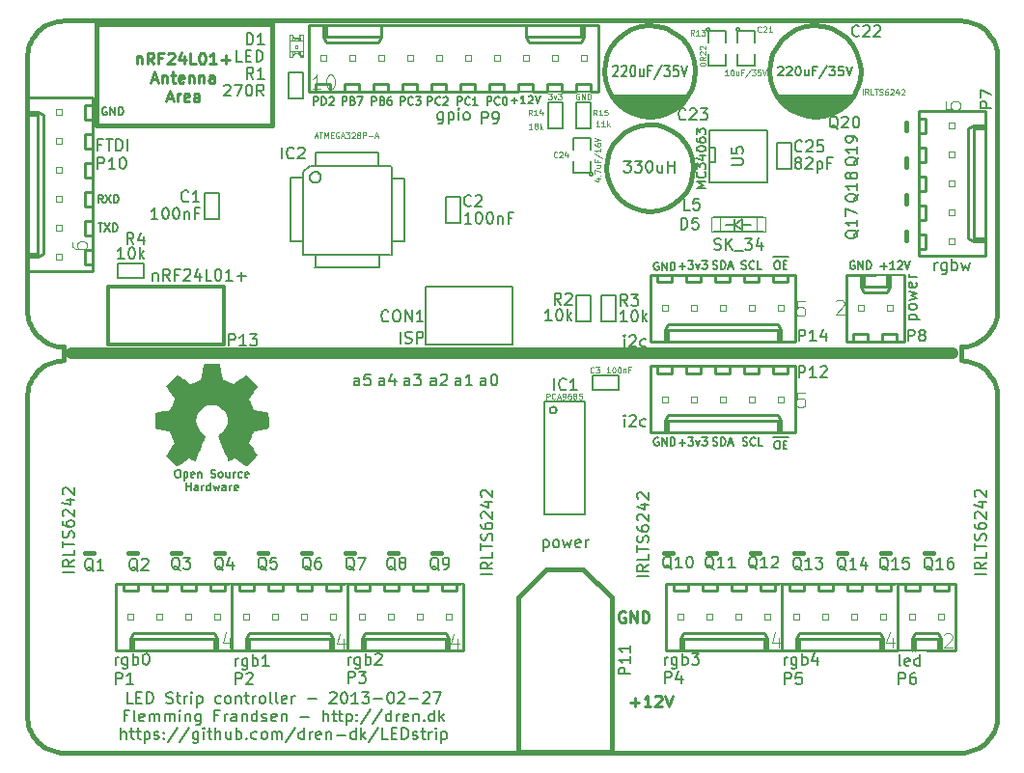
<source format=gto>
G04 (created by PCBNEW-RS274X (2011-nov-30)-stable) date So 28 Apr 2013 13:34:26 CEST*
G01*
G70*
G90*
%MOIN*%
G04 Gerber Fmt 3.4, Leading zero omitted, Abs format*
%FSLAX34Y34*%
G04 APERTURE LIST*
%ADD10C,0.006000*%
%ADD11C,0.006700*%
%ADD12C,0.039400*%
%ADD13C,0.004900*%
%ADD14C,0.006900*%
%ADD15C,0.015000*%
%ADD16C,0.009900*%
%ADD17C,0.005000*%
%ADD18C,0.012000*%
%ADD19C,0.008000*%
%ADD20C,0.002600*%
%ADD21C,0.004000*%
%ADD22C,0.002000*%
%ADD23C,0.010000*%
%ADD24C,0.000100*%
%ADD25C,0.007900*%
%ADD26C,0.003500*%
G04 APERTURE END LIST*
G54D10*
G54D11*
X40607Y-41411D02*
X40660Y-41411D01*
X40686Y-41424D01*
X40712Y-41450D01*
X40726Y-41503D01*
X40726Y-41595D01*
X40712Y-41647D01*
X40686Y-41674D01*
X40660Y-41687D01*
X40607Y-41687D01*
X40581Y-41674D01*
X40555Y-41647D01*
X40542Y-41595D01*
X40542Y-41503D01*
X40555Y-41450D01*
X40581Y-41424D01*
X40607Y-41411D01*
X40844Y-41503D02*
X40844Y-41779D01*
X40844Y-41516D02*
X40870Y-41503D01*
X40923Y-41503D01*
X40949Y-41516D01*
X40962Y-41529D01*
X40975Y-41555D01*
X40975Y-41634D01*
X40962Y-41660D01*
X40949Y-41674D01*
X40923Y-41687D01*
X40870Y-41687D01*
X40844Y-41674D01*
X41199Y-41674D02*
X41173Y-41687D01*
X41120Y-41687D01*
X41094Y-41674D01*
X41081Y-41647D01*
X41081Y-41542D01*
X41094Y-41516D01*
X41120Y-41503D01*
X41173Y-41503D01*
X41199Y-41516D01*
X41212Y-41542D01*
X41212Y-41568D01*
X41081Y-41595D01*
X41331Y-41503D02*
X41331Y-41687D01*
X41331Y-41529D02*
X41344Y-41516D01*
X41370Y-41503D01*
X41410Y-41503D01*
X41436Y-41516D01*
X41449Y-41542D01*
X41449Y-41687D01*
X41778Y-41674D02*
X41817Y-41687D01*
X41883Y-41687D01*
X41909Y-41674D01*
X41922Y-41660D01*
X41935Y-41634D01*
X41935Y-41608D01*
X41922Y-41582D01*
X41909Y-41568D01*
X41883Y-41555D01*
X41830Y-41542D01*
X41804Y-41529D01*
X41791Y-41516D01*
X41778Y-41490D01*
X41778Y-41463D01*
X41791Y-41437D01*
X41804Y-41424D01*
X41830Y-41411D01*
X41896Y-41411D01*
X41935Y-41424D01*
X42093Y-41687D02*
X42067Y-41674D01*
X42054Y-41660D01*
X42041Y-41634D01*
X42041Y-41555D01*
X42054Y-41529D01*
X42067Y-41516D01*
X42093Y-41503D01*
X42133Y-41503D01*
X42159Y-41516D01*
X42172Y-41529D01*
X42185Y-41555D01*
X42185Y-41634D01*
X42172Y-41660D01*
X42159Y-41674D01*
X42133Y-41687D01*
X42093Y-41687D01*
X42422Y-41503D02*
X42422Y-41687D01*
X42304Y-41503D02*
X42304Y-41647D01*
X42317Y-41674D01*
X42343Y-41687D01*
X42383Y-41687D01*
X42409Y-41674D01*
X42422Y-41660D01*
X42554Y-41687D02*
X42554Y-41503D01*
X42554Y-41555D02*
X42567Y-41529D01*
X42580Y-41516D01*
X42606Y-41503D01*
X42633Y-41503D01*
X42843Y-41674D02*
X42817Y-41687D01*
X42764Y-41687D01*
X42738Y-41674D01*
X42725Y-41660D01*
X42712Y-41634D01*
X42712Y-41555D01*
X42725Y-41529D01*
X42738Y-41516D01*
X42764Y-41503D01*
X42817Y-41503D01*
X42843Y-41516D01*
X43067Y-41674D02*
X43041Y-41687D01*
X42988Y-41687D01*
X42962Y-41674D01*
X42949Y-41647D01*
X42949Y-41542D01*
X42962Y-41516D01*
X42988Y-41503D01*
X43041Y-41503D01*
X43067Y-41516D01*
X43080Y-41542D01*
X43080Y-41568D01*
X42949Y-41595D01*
X40924Y-42140D02*
X40924Y-41864D01*
X40924Y-41995D02*
X41081Y-41995D01*
X41081Y-42140D02*
X41081Y-41864D01*
X41331Y-42140D02*
X41331Y-41995D01*
X41318Y-41969D01*
X41292Y-41956D01*
X41239Y-41956D01*
X41213Y-41969D01*
X41331Y-42127D02*
X41305Y-42140D01*
X41239Y-42140D01*
X41213Y-42127D01*
X41200Y-42100D01*
X41200Y-42074D01*
X41213Y-42048D01*
X41239Y-42035D01*
X41305Y-42035D01*
X41331Y-42021D01*
X41463Y-42140D02*
X41463Y-41956D01*
X41463Y-42008D02*
X41476Y-41982D01*
X41489Y-41969D01*
X41515Y-41956D01*
X41542Y-41956D01*
X41752Y-42140D02*
X41752Y-41864D01*
X41752Y-42127D02*
X41726Y-42140D01*
X41673Y-42140D01*
X41647Y-42127D01*
X41634Y-42113D01*
X41621Y-42087D01*
X41621Y-42008D01*
X41634Y-41982D01*
X41647Y-41969D01*
X41673Y-41956D01*
X41726Y-41956D01*
X41752Y-41969D01*
X41857Y-41956D02*
X41910Y-42140D01*
X41963Y-42008D01*
X42015Y-42140D01*
X42068Y-41956D01*
X42291Y-42140D02*
X42291Y-41995D01*
X42278Y-41969D01*
X42252Y-41956D01*
X42199Y-41956D01*
X42173Y-41969D01*
X42291Y-42127D02*
X42265Y-42140D01*
X42199Y-42140D01*
X42173Y-42127D01*
X42160Y-42100D01*
X42160Y-42074D01*
X42173Y-42048D01*
X42199Y-42035D01*
X42265Y-42035D01*
X42291Y-42021D01*
X42423Y-42140D02*
X42423Y-41956D01*
X42423Y-42008D02*
X42436Y-41982D01*
X42449Y-41969D01*
X42475Y-41956D01*
X42502Y-41956D01*
X42699Y-42127D02*
X42673Y-42140D01*
X42620Y-42140D01*
X42594Y-42127D01*
X42581Y-42100D01*
X42581Y-41995D01*
X42594Y-41969D01*
X42620Y-41956D01*
X42673Y-41956D01*
X42699Y-41969D01*
X42712Y-41995D01*
X42712Y-42021D01*
X42581Y-42048D01*
X39077Y-49490D02*
X38890Y-49490D01*
X38890Y-49096D01*
X39209Y-49284D02*
X39340Y-49284D01*
X39396Y-49490D02*
X39209Y-49490D01*
X39209Y-49096D01*
X39396Y-49096D01*
X39565Y-49490D02*
X39565Y-49096D01*
X39659Y-49096D01*
X39715Y-49115D01*
X39752Y-49153D01*
X39771Y-49190D01*
X39790Y-49265D01*
X39790Y-49322D01*
X39771Y-49397D01*
X39752Y-49434D01*
X39715Y-49472D01*
X39659Y-49490D01*
X39565Y-49490D01*
X40240Y-49472D02*
X40296Y-49490D01*
X40390Y-49490D01*
X40428Y-49472D01*
X40446Y-49453D01*
X40465Y-49415D01*
X40465Y-49378D01*
X40446Y-49340D01*
X40428Y-49322D01*
X40390Y-49303D01*
X40315Y-49284D01*
X40278Y-49265D01*
X40259Y-49247D01*
X40240Y-49209D01*
X40240Y-49172D01*
X40259Y-49134D01*
X40278Y-49115D01*
X40315Y-49096D01*
X40409Y-49096D01*
X40465Y-49115D01*
X40578Y-49228D02*
X40728Y-49228D01*
X40634Y-49096D02*
X40634Y-49434D01*
X40653Y-49472D01*
X40690Y-49490D01*
X40728Y-49490D01*
X40859Y-49490D02*
X40859Y-49228D01*
X40859Y-49303D02*
X40878Y-49265D01*
X40896Y-49247D01*
X40934Y-49228D01*
X40971Y-49228D01*
X41103Y-49490D02*
X41103Y-49228D01*
X41103Y-49096D02*
X41084Y-49115D01*
X41103Y-49134D01*
X41122Y-49115D01*
X41103Y-49096D01*
X41103Y-49134D01*
X41291Y-49228D02*
X41291Y-49622D01*
X41291Y-49247D02*
X41328Y-49228D01*
X41403Y-49228D01*
X41441Y-49247D01*
X41460Y-49265D01*
X41478Y-49303D01*
X41478Y-49415D01*
X41460Y-49453D01*
X41441Y-49472D01*
X41403Y-49490D01*
X41328Y-49490D01*
X41291Y-49472D01*
X42116Y-49472D02*
X42078Y-49490D01*
X42003Y-49490D01*
X41966Y-49472D01*
X41947Y-49453D01*
X41928Y-49415D01*
X41928Y-49303D01*
X41947Y-49265D01*
X41966Y-49247D01*
X42003Y-49228D01*
X42078Y-49228D01*
X42116Y-49247D01*
X42341Y-49490D02*
X42304Y-49472D01*
X42285Y-49453D01*
X42266Y-49415D01*
X42266Y-49303D01*
X42285Y-49265D01*
X42304Y-49247D01*
X42341Y-49228D01*
X42397Y-49228D01*
X42435Y-49247D01*
X42454Y-49265D01*
X42472Y-49303D01*
X42472Y-49415D01*
X42454Y-49453D01*
X42435Y-49472D01*
X42397Y-49490D01*
X42341Y-49490D01*
X42641Y-49228D02*
X42641Y-49490D01*
X42641Y-49265D02*
X42660Y-49247D01*
X42697Y-49228D01*
X42753Y-49228D01*
X42791Y-49247D01*
X42810Y-49284D01*
X42810Y-49490D01*
X42941Y-49228D02*
X43091Y-49228D01*
X42997Y-49096D02*
X42997Y-49434D01*
X43016Y-49472D01*
X43053Y-49490D01*
X43091Y-49490D01*
X43222Y-49490D02*
X43222Y-49228D01*
X43222Y-49303D02*
X43241Y-49265D01*
X43259Y-49247D01*
X43297Y-49228D01*
X43334Y-49228D01*
X43522Y-49490D02*
X43485Y-49472D01*
X43466Y-49453D01*
X43447Y-49415D01*
X43447Y-49303D01*
X43466Y-49265D01*
X43485Y-49247D01*
X43522Y-49228D01*
X43578Y-49228D01*
X43616Y-49247D01*
X43635Y-49265D01*
X43653Y-49303D01*
X43653Y-49415D01*
X43635Y-49453D01*
X43616Y-49472D01*
X43578Y-49490D01*
X43522Y-49490D01*
X43878Y-49490D02*
X43841Y-49472D01*
X43822Y-49434D01*
X43822Y-49096D01*
X44084Y-49490D02*
X44047Y-49472D01*
X44028Y-49434D01*
X44028Y-49096D01*
X44384Y-49472D02*
X44346Y-49490D01*
X44271Y-49490D01*
X44234Y-49472D01*
X44215Y-49434D01*
X44215Y-49284D01*
X44234Y-49247D01*
X44271Y-49228D01*
X44346Y-49228D01*
X44384Y-49247D01*
X44403Y-49284D01*
X44403Y-49322D01*
X44215Y-49359D01*
X44572Y-49490D02*
X44572Y-49228D01*
X44572Y-49303D02*
X44591Y-49265D01*
X44609Y-49247D01*
X44647Y-49228D01*
X44684Y-49228D01*
X45116Y-49340D02*
X45416Y-49340D01*
X45885Y-49134D02*
X45904Y-49115D01*
X45941Y-49096D01*
X46035Y-49096D01*
X46073Y-49115D01*
X46091Y-49134D01*
X46110Y-49172D01*
X46110Y-49209D01*
X46091Y-49265D01*
X45866Y-49490D01*
X46110Y-49490D01*
X46354Y-49096D02*
X46391Y-49096D01*
X46429Y-49115D01*
X46448Y-49134D01*
X46466Y-49172D01*
X46485Y-49247D01*
X46485Y-49340D01*
X46466Y-49415D01*
X46448Y-49453D01*
X46429Y-49472D01*
X46391Y-49490D01*
X46354Y-49490D01*
X46316Y-49472D01*
X46298Y-49453D01*
X46279Y-49415D01*
X46260Y-49340D01*
X46260Y-49247D01*
X46279Y-49172D01*
X46298Y-49134D01*
X46316Y-49115D01*
X46354Y-49096D01*
X46860Y-49490D02*
X46635Y-49490D01*
X46748Y-49490D02*
X46748Y-49096D01*
X46710Y-49153D01*
X46673Y-49190D01*
X46635Y-49209D01*
X46991Y-49096D02*
X47235Y-49096D01*
X47104Y-49247D01*
X47160Y-49247D01*
X47198Y-49265D01*
X47216Y-49284D01*
X47235Y-49322D01*
X47235Y-49415D01*
X47216Y-49453D01*
X47198Y-49472D01*
X47160Y-49490D01*
X47048Y-49490D01*
X47010Y-49472D01*
X46991Y-49453D01*
X47404Y-49340D02*
X47704Y-49340D01*
X47967Y-49096D02*
X48004Y-49096D01*
X48042Y-49115D01*
X48061Y-49134D01*
X48079Y-49172D01*
X48098Y-49247D01*
X48098Y-49340D01*
X48079Y-49415D01*
X48061Y-49453D01*
X48042Y-49472D01*
X48004Y-49490D01*
X47967Y-49490D01*
X47929Y-49472D01*
X47911Y-49453D01*
X47892Y-49415D01*
X47873Y-49340D01*
X47873Y-49247D01*
X47892Y-49172D01*
X47911Y-49134D01*
X47929Y-49115D01*
X47967Y-49096D01*
X48248Y-49134D02*
X48267Y-49115D01*
X48304Y-49096D01*
X48398Y-49096D01*
X48436Y-49115D01*
X48454Y-49134D01*
X48473Y-49172D01*
X48473Y-49209D01*
X48454Y-49265D01*
X48229Y-49490D01*
X48473Y-49490D01*
X48642Y-49340D02*
X48942Y-49340D01*
X49111Y-49134D02*
X49130Y-49115D01*
X49167Y-49096D01*
X49261Y-49096D01*
X49299Y-49115D01*
X49317Y-49134D01*
X49336Y-49172D01*
X49336Y-49209D01*
X49317Y-49265D01*
X49092Y-49490D01*
X49336Y-49490D01*
X49467Y-49096D02*
X49730Y-49096D01*
X49561Y-49490D01*
X38908Y-49902D02*
X38777Y-49902D01*
X38777Y-50108D02*
X38777Y-49714D01*
X38964Y-49714D01*
X39171Y-50108D02*
X39134Y-50090D01*
X39115Y-50052D01*
X39115Y-49714D01*
X39471Y-50090D02*
X39433Y-50108D01*
X39358Y-50108D01*
X39321Y-50090D01*
X39302Y-50052D01*
X39302Y-49902D01*
X39321Y-49865D01*
X39358Y-49846D01*
X39433Y-49846D01*
X39471Y-49865D01*
X39490Y-49902D01*
X39490Y-49940D01*
X39302Y-49977D01*
X39659Y-50108D02*
X39659Y-49846D01*
X39659Y-49883D02*
X39678Y-49865D01*
X39715Y-49846D01*
X39771Y-49846D01*
X39809Y-49865D01*
X39828Y-49902D01*
X39828Y-50108D01*
X39828Y-49902D02*
X39846Y-49865D01*
X39884Y-49846D01*
X39940Y-49846D01*
X39978Y-49865D01*
X39997Y-49902D01*
X39997Y-50108D01*
X40184Y-50108D02*
X40184Y-49846D01*
X40184Y-49883D02*
X40203Y-49865D01*
X40240Y-49846D01*
X40296Y-49846D01*
X40334Y-49865D01*
X40353Y-49902D01*
X40353Y-50108D01*
X40353Y-49902D02*
X40371Y-49865D01*
X40409Y-49846D01*
X40465Y-49846D01*
X40503Y-49865D01*
X40522Y-49902D01*
X40522Y-50108D01*
X40709Y-50108D02*
X40709Y-49846D01*
X40709Y-49714D02*
X40690Y-49733D01*
X40709Y-49752D01*
X40728Y-49733D01*
X40709Y-49714D01*
X40709Y-49752D01*
X40897Y-49846D02*
X40897Y-50108D01*
X40897Y-49883D02*
X40916Y-49865D01*
X40953Y-49846D01*
X41009Y-49846D01*
X41047Y-49865D01*
X41066Y-49902D01*
X41066Y-50108D01*
X41422Y-49846D02*
X41422Y-50165D01*
X41403Y-50202D01*
X41384Y-50221D01*
X41347Y-50240D01*
X41290Y-50240D01*
X41253Y-50221D01*
X41422Y-50090D02*
X41384Y-50108D01*
X41309Y-50108D01*
X41272Y-50090D01*
X41253Y-50071D01*
X41234Y-50033D01*
X41234Y-49921D01*
X41253Y-49883D01*
X41272Y-49865D01*
X41309Y-49846D01*
X41384Y-49846D01*
X41422Y-49865D01*
X42040Y-49902D02*
X41909Y-49902D01*
X41909Y-50108D02*
X41909Y-49714D01*
X42096Y-49714D01*
X42247Y-50108D02*
X42247Y-49846D01*
X42247Y-49921D02*
X42266Y-49883D01*
X42284Y-49865D01*
X42322Y-49846D01*
X42359Y-49846D01*
X42660Y-50108D02*
X42660Y-49902D01*
X42641Y-49865D01*
X42603Y-49846D01*
X42528Y-49846D01*
X42491Y-49865D01*
X42660Y-50090D02*
X42622Y-50108D01*
X42528Y-50108D01*
X42491Y-50090D01*
X42472Y-50052D01*
X42472Y-50015D01*
X42491Y-49977D01*
X42528Y-49958D01*
X42622Y-49958D01*
X42660Y-49940D01*
X42847Y-49846D02*
X42847Y-50108D01*
X42847Y-49883D02*
X42866Y-49865D01*
X42903Y-49846D01*
X42959Y-49846D01*
X42997Y-49865D01*
X43016Y-49902D01*
X43016Y-50108D01*
X43372Y-50108D02*
X43372Y-49714D01*
X43372Y-50090D02*
X43334Y-50108D01*
X43259Y-50108D01*
X43222Y-50090D01*
X43203Y-50071D01*
X43184Y-50033D01*
X43184Y-49921D01*
X43203Y-49883D01*
X43222Y-49865D01*
X43259Y-49846D01*
X43334Y-49846D01*
X43372Y-49865D01*
X43540Y-50090D02*
X43578Y-50108D01*
X43653Y-50108D01*
X43690Y-50090D01*
X43709Y-50052D01*
X43709Y-50033D01*
X43690Y-49996D01*
X43653Y-49977D01*
X43596Y-49977D01*
X43559Y-49958D01*
X43540Y-49921D01*
X43540Y-49902D01*
X43559Y-49865D01*
X43596Y-49846D01*
X43653Y-49846D01*
X43690Y-49865D01*
X44028Y-50090D02*
X43990Y-50108D01*
X43915Y-50108D01*
X43878Y-50090D01*
X43859Y-50052D01*
X43859Y-49902D01*
X43878Y-49865D01*
X43915Y-49846D01*
X43990Y-49846D01*
X44028Y-49865D01*
X44047Y-49902D01*
X44047Y-49940D01*
X43859Y-49977D01*
X44216Y-49846D02*
X44216Y-50108D01*
X44216Y-49883D02*
X44235Y-49865D01*
X44272Y-49846D01*
X44328Y-49846D01*
X44366Y-49865D01*
X44385Y-49902D01*
X44385Y-50108D01*
X44872Y-49958D02*
X45172Y-49958D01*
X45660Y-50108D02*
X45660Y-49714D01*
X45829Y-50108D02*
X45829Y-49902D01*
X45810Y-49865D01*
X45772Y-49846D01*
X45716Y-49846D01*
X45679Y-49865D01*
X45660Y-49883D01*
X45960Y-49846D02*
X46110Y-49846D01*
X46016Y-49714D02*
X46016Y-50052D01*
X46035Y-50090D01*
X46072Y-50108D01*
X46110Y-50108D01*
X46185Y-49846D02*
X46335Y-49846D01*
X46241Y-49714D02*
X46241Y-50052D01*
X46260Y-50090D01*
X46297Y-50108D01*
X46335Y-50108D01*
X46466Y-49846D02*
X46466Y-50240D01*
X46466Y-49865D02*
X46503Y-49846D01*
X46578Y-49846D01*
X46616Y-49865D01*
X46635Y-49883D01*
X46653Y-49921D01*
X46653Y-50033D01*
X46635Y-50071D01*
X46616Y-50090D01*
X46578Y-50108D01*
X46503Y-50108D01*
X46466Y-50090D01*
X46822Y-50071D02*
X46841Y-50090D01*
X46822Y-50108D01*
X46803Y-50090D01*
X46822Y-50071D01*
X46822Y-50108D01*
X46822Y-49865D02*
X46841Y-49883D01*
X46822Y-49902D01*
X46803Y-49883D01*
X46822Y-49865D01*
X46822Y-49902D01*
X47291Y-49696D02*
X46954Y-50202D01*
X47704Y-49696D02*
X47367Y-50202D01*
X48005Y-50108D02*
X48005Y-49714D01*
X48005Y-50090D02*
X47967Y-50108D01*
X47892Y-50108D01*
X47855Y-50090D01*
X47836Y-50071D01*
X47817Y-50033D01*
X47817Y-49921D01*
X47836Y-49883D01*
X47855Y-49865D01*
X47892Y-49846D01*
X47967Y-49846D01*
X48005Y-49865D01*
X48192Y-50108D02*
X48192Y-49846D01*
X48192Y-49921D02*
X48211Y-49883D01*
X48229Y-49865D01*
X48267Y-49846D01*
X48304Y-49846D01*
X48586Y-50090D02*
X48548Y-50108D01*
X48473Y-50108D01*
X48436Y-50090D01*
X48417Y-50052D01*
X48417Y-49902D01*
X48436Y-49865D01*
X48473Y-49846D01*
X48548Y-49846D01*
X48586Y-49865D01*
X48605Y-49902D01*
X48605Y-49940D01*
X48417Y-49977D01*
X48774Y-49846D02*
X48774Y-50108D01*
X48774Y-49883D02*
X48793Y-49865D01*
X48830Y-49846D01*
X48886Y-49846D01*
X48924Y-49865D01*
X48943Y-49902D01*
X48943Y-50108D01*
X49130Y-50071D02*
X49149Y-50090D01*
X49130Y-50108D01*
X49111Y-50090D01*
X49130Y-50071D01*
X49130Y-50108D01*
X49487Y-50108D02*
X49487Y-49714D01*
X49487Y-50090D02*
X49449Y-50108D01*
X49374Y-50108D01*
X49337Y-50090D01*
X49318Y-50071D01*
X49299Y-50033D01*
X49299Y-49921D01*
X49318Y-49883D01*
X49337Y-49865D01*
X49374Y-49846D01*
X49449Y-49846D01*
X49487Y-49865D01*
X49674Y-50108D02*
X49674Y-49714D01*
X49711Y-49958D02*
X49824Y-50108D01*
X49824Y-49846D02*
X49674Y-49996D01*
X38674Y-50726D02*
X38674Y-50332D01*
X38843Y-50726D02*
X38843Y-50520D01*
X38824Y-50483D01*
X38786Y-50464D01*
X38730Y-50464D01*
X38693Y-50483D01*
X38674Y-50501D01*
X38974Y-50464D02*
X39124Y-50464D01*
X39030Y-50332D02*
X39030Y-50670D01*
X39049Y-50708D01*
X39086Y-50726D01*
X39124Y-50726D01*
X39199Y-50464D02*
X39349Y-50464D01*
X39255Y-50332D02*
X39255Y-50670D01*
X39274Y-50708D01*
X39311Y-50726D01*
X39349Y-50726D01*
X39480Y-50464D02*
X39480Y-50858D01*
X39480Y-50483D02*
X39517Y-50464D01*
X39592Y-50464D01*
X39630Y-50483D01*
X39649Y-50501D01*
X39667Y-50539D01*
X39667Y-50651D01*
X39649Y-50689D01*
X39630Y-50708D01*
X39592Y-50726D01*
X39517Y-50726D01*
X39480Y-50708D01*
X39817Y-50708D02*
X39855Y-50726D01*
X39930Y-50726D01*
X39967Y-50708D01*
X39986Y-50670D01*
X39986Y-50651D01*
X39967Y-50614D01*
X39930Y-50595D01*
X39873Y-50595D01*
X39836Y-50576D01*
X39817Y-50539D01*
X39817Y-50520D01*
X39836Y-50483D01*
X39873Y-50464D01*
X39930Y-50464D01*
X39967Y-50483D01*
X40155Y-50689D02*
X40174Y-50708D01*
X40155Y-50726D01*
X40136Y-50708D01*
X40155Y-50689D01*
X40155Y-50726D01*
X40155Y-50483D02*
X40174Y-50501D01*
X40155Y-50520D01*
X40136Y-50501D01*
X40155Y-50483D01*
X40155Y-50520D01*
X40624Y-50314D02*
X40287Y-50820D01*
X41037Y-50314D02*
X40700Y-50820D01*
X41338Y-50464D02*
X41338Y-50783D01*
X41319Y-50820D01*
X41300Y-50839D01*
X41263Y-50858D01*
X41206Y-50858D01*
X41169Y-50839D01*
X41338Y-50708D02*
X41300Y-50726D01*
X41225Y-50726D01*
X41188Y-50708D01*
X41169Y-50689D01*
X41150Y-50651D01*
X41150Y-50539D01*
X41169Y-50501D01*
X41188Y-50483D01*
X41225Y-50464D01*
X41300Y-50464D01*
X41338Y-50483D01*
X41525Y-50726D02*
X41525Y-50464D01*
X41525Y-50332D02*
X41506Y-50351D01*
X41525Y-50370D01*
X41544Y-50351D01*
X41525Y-50332D01*
X41525Y-50370D01*
X41657Y-50464D02*
X41807Y-50464D01*
X41713Y-50332D02*
X41713Y-50670D01*
X41732Y-50708D01*
X41769Y-50726D01*
X41807Y-50726D01*
X41938Y-50726D02*
X41938Y-50332D01*
X42107Y-50726D02*
X42107Y-50520D01*
X42088Y-50483D01*
X42050Y-50464D01*
X41994Y-50464D01*
X41957Y-50483D01*
X41938Y-50501D01*
X42463Y-50464D02*
X42463Y-50726D01*
X42294Y-50464D02*
X42294Y-50670D01*
X42313Y-50708D01*
X42350Y-50726D01*
X42406Y-50726D01*
X42444Y-50708D01*
X42463Y-50689D01*
X42650Y-50726D02*
X42650Y-50332D01*
X42650Y-50483D02*
X42687Y-50464D01*
X42762Y-50464D01*
X42800Y-50483D01*
X42819Y-50501D01*
X42837Y-50539D01*
X42837Y-50651D01*
X42819Y-50689D01*
X42800Y-50708D01*
X42762Y-50726D01*
X42687Y-50726D01*
X42650Y-50708D01*
X43006Y-50689D02*
X43025Y-50708D01*
X43006Y-50726D01*
X42987Y-50708D01*
X43006Y-50689D01*
X43006Y-50726D01*
X43363Y-50708D02*
X43325Y-50726D01*
X43250Y-50726D01*
X43213Y-50708D01*
X43194Y-50689D01*
X43175Y-50651D01*
X43175Y-50539D01*
X43194Y-50501D01*
X43213Y-50483D01*
X43250Y-50464D01*
X43325Y-50464D01*
X43363Y-50483D01*
X43588Y-50726D02*
X43551Y-50708D01*
X43532Y-50689D01*
X43513Y-50651D01*
X43513Y-50539D01*
X43532Y-50501D01*
X43551Y-50483D01*
X43588Y-50464D01*
X43644Y-50464D01*
X43682Y-50483D01*
X43701Y-50501D01*
X43719Y-50539D01*
X43719Y-50651D01*
X43701Y-50689D01*
X43682Y-50708D01*
X43644Y-50726D01*
X43588Y-50726D01*
X43888Y-50726D02*
X43888Y-50464D01*
X43888Y-50501D02*
X43907Y-50483D01*
X43944Y-50464D01*
X44000Y-50464D01*
X44038Y-50483D01*
X44057Y-50520D01*
X44057Y-50726D01*
X44057Y-50520D02*
X44075Y-50483D01*
X44113Y-50464D01*
X44169Y-50464D01*
X44207Y-50483D01*
X44226Y-50520D01*
X44226Y-50726D01*
X44694Y-50314D02*
X44357Y-50820D01*
X44995Y-50726D02*
X44995Y-50332D01*
X44995Y-50708D02*
X44957Y-50726D01*
X44882Y-50726D01*
X44845Y-50708D01*
X44826Y-50689D01*
X44807Y-50651D01*
X44807Y-50539D01*
X44826Y-50501D01*
X44845Y-50483D01*
X44882Y-50464D01*
X44957Y-50464D01*
X44995Y-50483D01*
X45182Y-50726D02*
X45182Y-50464D01*
X45182Y-50539D02*
X45201Y-50501D01*
X45219Y-50483D01*
X45257Y-50464D01*
X45294Y-50464D01*
X45576Y-50708D02*
X45538Y-50726D01*
X45463Y-50726D01*
X45426Y-50708D01*
X45407Y-50670D01*
X45407Y-50520D01*
X45426Y-50483D01*
X45463Y-50464D01*
X45538Y-50464D01*
X45576Y-50483D01*
X45595Y-50520D01*
X45595Y-50558D01*
X45407Y-50595D01*
X45764Y-50464D02*
X45764Y-50726D01*
X45764Y-50501D02*
X45783Y-50483D01*
X45820Y-50464D01*
X45876Y-50464D01*
X45914Y-50483D01*
X45933Y-50520D01*
X45933Y-50726D01*
X46120Y-50576D02*
X46420Y-50576D01*
X46777Y-50726D02*
X46777Y-50332D01*
X46777Y-50708D02*
X46739Y-50726D01*
X46664Y-50726D01*
X46627Y-50708D01*
X46608Y-50689D01*
X46589Y-50651D01*
X46589Y-50539D01*
X46608Y-50501D01*
X46627Y-50483D01*
X46664Y-50464D01*
X46739Y-50464D01*
X46777Y-50483D01*
X46964Y-50726D02*
X46964Y-50332D01*
X47001Y-50576D02*
X47114Y-50726D01*
X47114Y-50464D02*
X46964Y-50614D01*
X47564Y-50314D02*
X47227Y-50820D01*
X47883Y-50726D02*
X47696Y-50726D01*
X47696Y-50332D01*
X48015Y-50520D02*
X48146Y-50520D01*
X48202Y-50726D02*
X48015Y-50726D01*
X48015Y-50332D01*
X48202Y-50332D01*
X48371Y-50726D02*
X48371Y-50332D01*
X48465Y-50332D01*
X48521Y-50351D01*
X48558Y-50389D01*
X48577Y-50426D01*
X48596Y-50501D01*
X48596Y-50558D01*
X48577Y-50633D01*
X48558Y-50670D01*
X48521Y-50708D01*
X48465Y-50726D01*
X48371Y-50726D01*
X48746Y-50708D02*
X48784Y-50726D01*
X48859Y-50726D01*
X48896Y-50708D01*
X48915Y-50670D01*
X48915Y-50651D01*
X48896Y-50614D01*
X48859Y-50595D01*
X48802Y-50595D01*
X48765Y-50576D01*
X48746Y-50539D01*
X48746Y-50520D01*
X48765Y-50483D01*
X48802Y-50464D01*
X48859Y-50464D01*
X48896Y-50483D01*
X49028Y-50464D02*
X49178Y-50464D01*
X49084Y-50332D02*
X49084Y-50670D01*
X49103Y-50708D01*
X49140Y-50726D01*
X49178Y-50726D01*
X49309Y-50726D02*
X49309Y-50464D01*
X49309Y-50539D02*
X49328Y-50501D01*
X49346Y-50483D01*
X49384Y-50464D01*
X49421Y-50464D01*
X49553Y-50726D02*
X49553Y-50464D01*
X49553Y-50332D02*
X49534Y-50351D01*
X49553Y-50370D01*
X49572Y-50351D01*
X49553Y-50332D01*
X49553Y-50370D01*
X49741Y-50464D02*
X49741Y-50858D01*
X49741Y-50483D02*
X49778Y-50464D01*
X49853Y-50464D01*
X49891Y-50483D01*
X49910Y-50501D01*
X49928Y-50539D01*
X49928Y-50651D01*
X49910Y-50689D01*
X49891Y-50708D01*
X49853Y-50726D01*
X49778Y-50726D01*
X49741Y-50708D01*
G54D12*
X67402Y-37402D02*
X36969Y-37402D01*
G54D13*
X54496Y-28435D02*
X54477Y-28425D01*
X54449Y-28425D01*
X54421Y-28435D01*
X54402Y-28453D01*
X54393Y-28472D01*
X54384Y-28510D01*
X54384Y-28538D01*
X54393Y-28575D01*
X54402Y-28594D01*
X54421Y-28613D01*
X54449Y-28622D01*
X54468Y-28622D01*
X54496Y-28613D01*
X54505Y-28603D01*
X54505Y-28538D01*
X54468Y-28538D01*
X54590Y-28622D02*
X54590Y-28425D01*
X54702Y-28622D01*
X54702Y-28425D01*
X54796Y-28622D02*
X54796Y-28425D01*
X54843Y-28425D01*
X54871Y-28435D01*
X54890Y-28453D01*
X54899Y-28472D01*
X54908Y-28510D01*
X54908Y-28538D01*
X54899Y-28575D01*
X54890Y-28594D01*
X54871Y-28613D01*
X54843Y-28622D01*
X54796Y-28622D01*
X53426Y-28425D02*
X53548Y-28425D01*
X53482Y-28500D01*
X53511Y-28500D01*
X53529Y-28510D01*
X53539Y-28519D01*
X53548Y-28538D01*
X53548Y-28585D01*
X53539Y-28603D01*
X53529Y-28613D01*
X53511Y-28622D01*
X53454Y-28622D01*
X53436Y-28613D01*
X53426Y-28603D01*
X53614Y-28491D02*
X53661Y-28622D01*
X53708Y-28491D01*
X53764Y-28425D02*
X53886Y-28425D01*
X53820Y-28500D01*
X53849Y-28500D01*
X53867Y-28510D01*
X53877Y-28519D01*
X53886Y-28538D01*
X53886Y-28585D01*
X53877Y-28603D01*
X53867Y-28613D01*
X53849Y-28622D01*
X53792Y-28622D01*
X53774Y-28613D01*
X53764Y-28603D01*
G54D11*
X52152Y-28668D02*
X52362Y-28668D01*
X52257Y-28773D02*
X52257Y-28562D01*
X52638Y-28773D02*
X52481Y-28773D01*
X52559Y-28773D02*
X52559Y-28497D01*
X52533Y-28536D01*
X52507Y-28562D01*
X52481Y-28576D01*
X52744Y-28523D02*
X52757Y-28510D01*
X52783Y-28497D01*
X52849Y-28497D01*
X52875Y-28510D01*
X52888Y-28523D01*
X52901Y-28549D01*
X52901Y-28576D01*
X52888Y-28615D01*
X52730Y-28773D01*
X52901Y-28773D01*
X52980Y-28497D02*
X53072Y-28773D01*
X53164Y-28497D01*
X51313Y-28813D02*
X51313Y-28537D01*
X51418Y-28537D01*
X51444Y-28550D01*
X51457Y-28563D01*
X51470Y-28589D01*
X51470Y-28629D01*
X51457Y-28655D01*
X51444Y-28668D01*
X51418Y-28681D01*
X51313Y-28681D01*
X51746Y-28786D02*
X51733Y-28800D01*
X51694Y-28813D01*
X51668Y-28813D01*
X51628Y-28800D01*
X51602Y-28773D01*
X51589Y-28747D01*
X51576Y-28694D01*
X51576Y-28655D01*
X51589Y-28602D01*
X51602Y-28576D01*
X51628Y-28550D01*
X51668Y-28537D01*
X51694Y-28537D01*
X51733Y-28550D01*
X51746Y-28563D01*
X51917Y-28537D02*
X51944Y-28537D01*
X51970Y-28550D01*
X51983Y-28563D01*
X51996Y-28589D01*
X52009Y-28642D01*
X52009Y-28708D01*
X51996Y-28760D01*
X51983Y-28786D01*
X51970Y-28800D01*
X51944Y-28813D01*
X51917Y-28813D01*
X51891Y-28800D01*
X51878Y-28786D01*
X51865Y-28760D01*
X51852Y-28708D01*
X51852Y-28642D01*
X51865Y-28589D01*
X51878Y-28563D01*
X51891Y-28550D01*
X51917Y-28537D01*
X50289Y-28813D02*
X50289Y-28537D01*
X50394Y-28537D01*
X50420Y-28550D01*
X50433Y-28563D01*
X50446Y-28589D01*
X50446Y-28629D01*
X50433Y-28655D01*
X50420Y-28668D01*
X50394Y-28681D01*
X50289Y-28681D01*
X50722Y-28786D02*
X50709Y-28800D01*
X50670Y-28813D01*
X50644Y-28813D01*
X50604Y-28800D01*
X50578Y-28773D01*
X50565Y-28747D01*
X50552Y-28694D01*
X50552Y-28655D01*
X50565Y-28602D01*
X50578Y-28576D01*
X50604Y-28550D01*
X50644Y-28537D01*
X50670Y-28537D01*
X50709Y-28550D01*
X50722Y-28563D01*
X50985Y-28813D02*
X50828Y-28813D01*
X50906Y-28813D02*
X50906Y-28537D01*
X50880Y-28576D01*
X50854Y-28602D01*
X50828Y-28616D01*
X49265Y-28813D02*
X49265Y-28537D01*
X49370Y-28537D01*
X49396Y-28550D01*
X49409Y-28563D01*
X49422Y-28589D01*
X49422Y-28629D01*
X49409Y-28655D01*
X49396Y-28668D01*
X49370Y-28681D01*
X49265Y-28681D01*
X49698Y-28786D02*
X49685Y-28800D01*
X49646Y-28813D01*
X49620Y-28813D01*
X49580Y-28800D01*
X49554Y-28773D01*
X49541Y-28747D01*
X49528Y-28694D01*
X49528Y-28655D01*
X49541Y-28602D01*
X49554Y-28576D01*
X49580Y-28550D01*
X49620Y-28537D01*
X49646Y-28537D01*
X49685Y-28550D01*
X49698Y-28563D01*
X49804Y-28563D02*
X49817Y-28550D01*
X49843Y-28537D01*
X49909Y-28537D01*
X49935Y-28550D01*
X49948Y-28563D01*
X49961Y-28589D01*
X49961Y-28616D01*
X49948Y-28655D01*
X49790Y-28813D01*
X49961Y-28813D01*
X48320Y-28813D02*
X48320Y-28537D01*
X48425Y-28537D01*
X48451Y-28550D01*
X48464Y-28563D01*
X48477Y-28589D01*
X48477Y-28629D01*
X48464Y-28655D01*
X48451Y-28668D01*
X48425Y-28681D01*
X48320Y-28681D01*
X48753Y-28786D02*
X48740Y-28800D01*
X48701Y-28813D01*
X48675Y-28813D01*
X48635Y-28800D01*
X48609Y-28773D01*
X48596Y-28747D01*
X48583Y-28694D01*
X48583Y-28655D01*
X48596Y-28602D01*
X48609Y-28576D01*
X48635Y-28550D01*
X48675Y-28537D01*
X48701Y-28537D01*
X48740Y-28550D01*
X48753Y-28563D01*
X48845Y-28537D02*
X49016Y-28537D01*
X48924Y-28642D01*
X48964Y-28642D01*
X48990Y-28655D01*
X49003Y-28668D01*
X49016Y-28694D01*
X49016Y-28760D01*
X49003Y-28786D01*
X48990Y-28800D01*
X48964Y-28813D01*
X48885Y-28813D01*
X48859Y-28800D01*
X48845Y-28786D01*
X47336Y-28813D02*
X47336Y-28537D01*
X47441Y-28537D01*
X47467Y-28550D01*
X47480Y-28563D01*
X47493Y-28589D01*
X47493Y-28629D01*
X47480Y-28655D01*
X47467Y-28668D01*
X47441Y-28681D01*
X47336Y-28681D01*
X47704Y-28668D02*
X47743Y-28681D01*
X47756Y-28694D01*
X47769Y-28721D01*
X47769Y-28760D01*
X47756Y-28786D01*
X47743Y-28800D01*
X47717Y-28813D01*
X47612Y-28813D01*
X47612Y-28537D01*
X47704Y-28537D01*
X47730Y-28550D01*
X47743Y-28563D01*
X47756Y-28589D01*
X47756Y-28616D01*
X47743Y-28642D01*
X47730Y-28655D01*
X47704Y-28668D01*
X47612Y-28668D01*
X48006Y-28537D02*
X47953Y-28537D01*
X47927Y-28550D01*
X47914Y-28563D01*
X47888Y-28602D01*
X47875Y-28655D01*
X47875Y-28760D01*
X47888Y-28786D01*
X47901Y-28800D01*
X47927Y-28813D01*
X47980Y-28813D01*
X48006Y-28800D01*
X48019Y-28786D01*
X48032Y-28760D01*
X48032Y-28694D01*
X48019Y-28668D01*
X48006Y-28655D01*
X47980Y-28642D01*
X47927Y-28642D01*
X47901Y-28655D01*
X47888Y-28668D01*
X47875Y-28694D01*
X46313Y-28813D02*
X46313Y-28537D01*
X46418Y-28537D01*
X46444Y-28550D01*
X46457Y-28563D01*
X46470Y-28589D01*
X46470Y-28629D01*
X46457Y-28655D01*
X46444Y-28668D01*
X46418Y-28681D01*
X46313Y-28681D01*
X46681Y-28668D02*
X46720Y-28681D01*
X46733Y-28694D01*
X46746Y-28721D01*
X46746Y-28760D01*
X46733Y-28786D01*
X46720Y-28800D01*
X46694Y-28813D01*
X46589Y-28813D01*
X46589Y-28537D01*
X46681Y-28537D01*
X46707Y-28550D01*
X46720Y-28563D01*
X46733Y-28589D01*
X46733Y-28616D01*
X46720Y-28642D01*
X46707Y-28655D01*
X46681Y-28668D01*
X46589Y-28668D01*
X46838Y-28537D02*
X47022Y-28537D01*
X46904Y-28813D01*
X45328Y-28813D02*
X45328Y-28537D01*
X45433Y-28537D01*
X45459Y-28550D01*
X45472Y-28563D01*
X45485Y-28589D01*
X45485Y-28629D01*
X45472Y-28655D01*
X45459Y-28668D01*
X45433Y-28681D01*
X45328Y-28681D01*
X45604Y-28813D02*
X45604Y-28537D01*
X45669Y-28537D01*
X45709Y-28550D01*
X45735Y-28576D01*
X45748Y-28602D01*
X45761Y-28655D01*
X45761Y-28694D01*
X45748Y-28747D01*
X45735Y-28773D01*
X45709Y-28800D01*
X45669Y-28813D01*
X45604Y-28813D01*
X45867Y-28563D02*
X45880Y-28550D01*
X45906Y-28537D01*
X45972Y-28537D01*
X45998Y-28550D01*
X46011Y-28563D01*
X46024Y-28589D01*
X46024Y-28616D01*
X46011Y-28655D01*
X45853Y-28813D01*
X46024Y-28813D01*
X38176Y-28904D02*
X38150Y-28891D01*
X38111Y-28891D01*
X38071Y-28904D01*
X38045Y-28930D01*
X38032Y-28956D01*
X38019Y-29009D01*
X38019Y-29048D01*
X38032Y-29101D01*
X38045Y-29127D01*
X38071Y-29154D01*
X38111Y-29167D01*
X38137Y-29167D01*
X38176Y-29154D01*
X38189Y-29140D01*
X38189Y-29048D01*
X38137Y-29048D01*
X38308Y-29167D02*
X38308Y-28891D01*
X38465Y-29167D01*
X38465Y-28891D01*
X38597Y-29167D02*
X38597Y-28891D01*
X38662Y-28891D01*
X38702Y-28904D01*
X38728Y-28930D01*
X38741Y-28956D01*
X38754Y-29009D01*
X38754Y-29048D01*
X38741Y-29101D01*
X38728Y-29127D01*
X38702Y-29154D01*
X38662Y-29167D01*
X38597Y-29167D01*
X37880Y-32907D02*
X38038Y-32907D01*
X37959Y-33183D02*
X37959Y-32907D01*
X38103Y-32907D02*
X38287Y-33183D01*
X38287Y-32907D02*
X38103Y-33183D01*
X38393Y-33183D02*
X38393Y-32907D01*
X38458Y-32907D01*
X38498Y-32920D01*
X38524Y-32946D01*
X38537Y-32972D01*
X38550Y-33025D01*
X38550Y-33064D01*
X38537Y-33117D01*
X38524Y-33143D01*
X38498Y-33170D01*
X38458Y-33183D01*
X38393Y-33183D01*
X38044Y-32199D02*
X37952Y-32067D01*
X37887Y-32199D02*
X37887Y-31923D01*
X37992Y-31923D01*
X38018Y-31936D01*
X38031Y-31949D01*
X38044Y-31975D01*
X38044Y-32015D01*
X38031Y-32041D01*
X38018Y-32054D01*
X37992Y-32067D01*
X37887Y-32067D01*
X38136Y-31923D02*
X38320Y-32199D01*
X38320Y-31923D02*
X38136Y-32199D01*
X38426Y-32199D02*
X38426Y-31923D01*
X38491Y-31923D01*
X38531Y-31936D01*
X38557Y-31962D01*
X38570Y-31988D01*
X38583Y-32041D01*
X38583Y-32080D01*
X38570Y-32133D01*
X38557Y-32159D01*
X38531Y-32186D01*
X38491Y-32199D01*
X38426Y-32199D01*
X61306Y-40427D02*
X61359Y-40427D01*
X61385Y-40440D01*
X61411Y-40466D01*
X61425Y-40519D01*
X61425Y-40611D01*
X61411Y-40663D01*
X61385Y-40690D01*
X61359Y-40703D01*
X61306Y-40703D01*
X61280Y-40690D01*
X61254Y-40663D01*
X61241Y-40611D01*
X61241Y-40519D01*
X61254Y-40466D01*
X61280Y-40440D01*
X61306Y-40427D01*
X61543Y-40558D02*
X61635Y-40558D01*
X61674Y-40703D02*
X61543Y-40703D01*
X61543Y-40427D01*
X61674Y-40427D01*
X61188Y-40287D02*
X61727Y-40287D01*
X60144Y-40571D02*
X60183Y-40584D01*
X60249Y-40584D01*
X60275Y-40571D01*
X60288Y-40557D01*
X60301Y-40531D01*
X60301Y-40505D01*
X60288Y-40479D01*
X60275Y-40465D01*
X60249Y-40452D01*
X60196Y-40439D01*
X60170Y-40426D01*
X60157Y-40413D01*
X60144Y-40387D01*
X60144Y-40360D01*
X60157Y-40334D01*
X60170Y-40321D01*
X60196Y-40308D01*
X60262Y-40308D01*
X60301Y-40321D01*
X60577Y-40557D02*
X60564Y-40571D01*
X60525Y-40584D01*
X60499Y-40584D01*
X60459Y-40571D01*
X60433Y-40544D01*
X60420Y-40518D01*
X60407Y-40465D01*
X60407Y-40426D01*
X60420Y-40373D01*
X60433Y-40347D01*
X60459Y-40321D01*
X60499Y-40308D01*
X60525Y-40308D01*
X60564Y-40321D01*
X60577Y-40334D01*
X60827Y-40584D02*
X60696Y-40584D01*
X60696Y-40308D01*
G54D14*
X59114Y-40571D02*
X59153Y-40584D01*
X59219Y-40584D01*
X59245Y-40571D01*
X59258Y-40557D01*
X59271Y-40531D01*
X59271Y-40505D01*
X59258Y-40479D01*
X59245Y-40465D01*
X59219Y-40452D01*
X59166Y-40439D01*
X59140Y-40426D01*
X59127Y-40413D01*
X59114Y-40387D01*
X59114Y-40360D01*
X59127Y-40334D01*
X59140Y-40321D01*
X59166Y-40308D01*
X59232Y-40308D01*
X59271Y-40321D01*
X59390Y-40584D02*
X59390Y-40308D01*
X59455Y-40308D01*
X59495Y-40321D01*
X59521Y-40347D01*
X59534Y-40373D01*
X59547Y-40426D01*
X59547Y-40465D01*
X59534Y-40518D01*
X59521Y-40544D01*
X59495Y-40571D01*
X59455Y-40584D01*
X59390Y-40584D01*
X59653Y-40505D02*
X59784Y-40505D01*
X59626Y-40584D02*
X59718Y-40308D01*
X59810Y-40584D01*
X57952Y-40479D02*
X58162Y-40479D01*
X58057Y-40584D02*
X58057Y-40373D01*
X58267Y-40308D02*
X58438Y-40308D01*
X58346Y-40413D01*
X58386Y-40413D01*
X58412Y-40426D01*
X58425Y-40439D01*
X58438Y-40465D01*
X58438Y-40531D01*
X58425Y-40557D01*
X58412Y-40571D01*
X58386Y-40584D01*
X58307Y-40584D01*
X58281Y-40571D01*
X58267Y-40557D01*
X58530Y-40400D02*
X58596Y-40584D01*
X58662Y-40400D01*
X58740Y-40308D02*
X58911Y-40308D01*
X58819Y-40413D01*
X58859Y-40413D01*
X58885Y-40426D01*
X58898Y-40439D01*
X58911Y-40465D01*
X58911Y-40531D01*
X58898Y-40557D01*
X58885Y-40571D01*
X58859Y-40584D01*
X58780Y-40584D01*
X58754Y-40571D01*
X58740Y-40557D01*
X57231Y-40321D02*
X57205Y-40308D01*
X57166Y-40308D01*
X57126Y-40321D01*
X57100Y-40347D01*
X57087Y-40373D01*
X57074Y-40426D01*
X57074Y-40465D01*
X57087Y-40518D01*
X57100Y-40544D01*
X57126Y-40571D01*
X57166Y-40584D01*
X57192Y-40584D01*
X57231Y-40571D01*
X57244Y-40557D01*
X57244Y-40465D01*
X57192Y-40465D01*
X57363Y-40584D02*
X57363Y-40308D01*
X57520Y-40584D01*
X57520Y-40308D01*
X57652Y-40584D02*
X57652Y-40308D01*
X57717Y-40308D01*
X57757Y-40321D01*
X57783Y-40347D01*
X57796Y-40373D01*
X57809Y-40426D01*
X57809Y-40465D01*
X57796Y-40518D01*
X57783Y-40544D01*
X57757Y-40571D01*
X57717Y-40584D01*
X57652Y-40584D01*
X57231Y-34258D02*
X57205Y-34245D01*
X57166Y-34245D01*
X57126Y-34258D01*
X57100Y-34284D01*
X57087Y-34310D01*
X57074Y-34363D01*
X57074Y-34402D01*
X57087Y-34455D01*
X57100Y-34481D01*
X57126Y-34508D01*
X57166Y-34521D01*
X57192Y-34521D01*
X57231Y-34508D01*
X57244Y-34494D01*
X57244Y-34402D01*
X57192Y-34402D01*
X57363Y-34521D02*
X57363Y-34245D01*
X57520Y-34521D01*
X57520Y-34245D01*
X57652Y-34521D02*
X57652Y-34245D01*
X57717Y-34245D01*
X57757Y-34258D01*
X57783Y-34284D01*
X57796Y-34310D01*
X57809Y-34363D01*
X57809Y-34402D01*
X57796Y-34455D01*
X57783Y-34481D01*
X57757Y-34508D01*
X57717Y-34521D01*
X57652Y-34521D01*
X57952Y-34377D02*
X58162Y-34377D01*
X58057Y-34482D02*
X58057Y-34271D01*
X58267Y-34206D02*
X58438Y-34206D01*
X58346Y-34311D01*
X58386Y-34311D01*
X58412Y-34324D01*
X58425Y-34337D01*
X58438Y-34363D01*
X58438Y-34429D01*
X58425Y-34455D01*
X58412Y-34469D01*
X58386Y-34482D01*
X58307Y-34482D01*
X58281Y-34469D01*
X58267Y-34455D01*
X58530Y-34298D02*
X58596Y-34482D01*
X58662Y-34298D01*
X58740Y-34206D02*
X58911Y-34206D01*
X58819Y-34311D01*
X58859Y-34311D01*
X58885Y-34324D01*
X58898Y-34337D01*
X58911Y-34363D01*
X58911Y-34429D01*
X58898Y-34455D01*
X58885Y-34469D01*
X58859Y-34482D01*
X58780Y-34482D01*
X58754Y-34469D01*
X58740Y-34455D01*
X59114Y-34469D02*
X59153Y-34482D01*
X59219Y-34482D01*
X59245Y-34469D01*
X59258Y-34455D01*
X59271Y-34429D01*
X59271Y-34403D01*
X59258Y-34377D01*
X59245Y-34363D01*
X59219Y-34350D01*
X59166Y-34337D01*
X59140Y-34324D01*
X59127Y-34311D01*
X59114Y-34285D01*
X59114Y-34258D01*
X59127Y-34232D01*
X59140Y-34219D01*
X59166Y-34206D01*
X59232Y-34206D01*
X59271Y-34219D01*
X59390Y-34482D02*
X59390Y-34206D01*
X59455Y-34206D01*
X59495Y-34219D01*
X59521Y-34245D01*
X59534Y-34271D01*
X59547Y-34324D01*
X59547Y-34363D01*
X59534Y-34416D01*
X59521Y-34442D01*
X59495Y-34469D01*
X59455Y-34482D01*
X59390Y-34482D01*
X59653Y-34403D02*
X59784Y-34403D01*
X59626Y-34482D02*
X59718Y-34206D01*
X59810Y-34482D01*
X60105Y-34469D02*
X60144Y-34482D01*
X60210Y-34482D01*
X60236Y-34469D01*
X60249Y-34455D01*
X60262Y-34429D01*
X60262Y-34403D01*
X60249Y-34377D01*
X60236Y-34363D01*
X60210Y-34350D01*
X60157Y-34337D01*
X60131Y-34324D01*
X60118Y-34311D01*
X60105Y-34285D01*
X60105Y-34258D01*
X60118Y-34232D01*
X60131Y-34219D01*
X60157Y-34206D01*
X60223Y-34206D01*
X60262Y-34219D01*
X60538Y-34455D02*
X60525Y-34469D01*
X60486Y-34482D01*
X60460Y-34482D01*
X60420Y-34469D01*
X60394Y-34442D01*
X60381Y-34416D01*
X60368Y-34363D01*
X60368Y-34324D01*
X60381Y-34271D01*
X60394Y-34245D01*
X60420Y-34219D01*
X60460Y-34206D01*
X60486Y-34206D01*
X60525Y-34219D01*
X60538Y-34232D01*
X60788Y-34482D02*
X60657Y-34482D01*
X60657Y-34206D01*
X61306Y-34206D02*
X61359Y-34206D01*
X61385Y-34219D01*
X61411Y-34245D01*
X61425Y-34298D01*
X61425Y-34390D01*
X61411Y-34442D01*
X61385Y-34469D01*
X61359Y-34482D01*
X61306Y-34482D01*
X61280Y-34469D01*
X61254Y-34442D01*
X61241Y-34390D01*
X61241Y-34298D01*
X61254Y-34245D01*
X61280Y-34219D01*
X61306Y-34206D01*
X61543Y-34337D02*
X61635Y-34337D01*
X61674Y-34482D02*
X61543Y-34482D01*
X61543Y-34206D01*
X61674Y-34206D01*
X61188Y-34063D02*
X61727Y-34063D01*
X61306Y-34206D02*
X61359Y-34206D01*
X61385Y-34219D01*
X61411Y-34245D01*
X61425Y-34298D01*
X61425Y-34390D01*
X61411Y-34442D01*
X61385Y-34469D01*
X61359Y-34482D01*
X61306Y-34482D01*
X61280Y-34469D01*
X61254Y-34442D01*
X61241Y-34390D01*
X61241Y-34298D01*
X61254Y-34245D01*
X61280Y-34219D01*
X61306Y-34206D01*
X61543Y-34337D02*
X61635Y-34337D01*
X61674Y-34482D02*
X61543Y-34482D01*
X61543Y-34206D01*
X61674Y-34206D01*
X61188Y-34063D02*
X61727Y-34063D01*
X60105Y-34469D02*
X60144Y-34482D01*
X60210Y-34482D01*
X60236Y-34469D01*
X60249Y-34455D01*
X60262Y-34429D01*
X60262Y-34403D01*
X60249Y-34377D01*
X60236Y-34363D01*
X60210Y-34350D01*
X60157Y-34337D01*
X60131Y-34324D01*
X60118Y-34311D01*
X60105Y-34285D01*
X60105Y-34258D01*
X60118Y-34232D01*
X60131Y-34219D01*
X60157Y-34206D01*
X60223Y-34206D01*
X60262Y-34219D01*
X60538Y-34455D02*
X60525Y-34469D01*
X60486Y-34482D01*
X60460Y-34482D01*
X60420Y-34469D01*
X60394Y-34442D01*
X60381Y-34416D01*
X60368Y-34363D01*
X60368Y-34324D01*
X60381Y-34271D01*
X60394Y-34245D01*
X60420Y-34219D01*
X60460Y-34206D01*
X60486Y-34206D01*
X60525Y-34219D01*
X60538Y-34232D01*
X60788Y-34482D02*
X60657Y-34482D01*
X60657Y-34206D01*
X59114Y-34469D02*
X59153Y-34482D01*
X59219Y-34482D01*
X59245Y-34469D01*
X59258Y-34455D01*
X59271Y-34429D01*
X59271Y-34403D01*
X59258Y-34377D01*
X59245Y-34363D01*
X59219Y-34350D01*
X59166Y-34337D01*
X59140Y-34324D01*
X59127Y-34311D01*
X59114Y-34285D01*
X59114Y-34258D01*
X59127Y-34232D01*
X59140Y-34219D01*
X59166Y-34206D01*
X59232Y-34206D01*
X59271Y-34219D01*
X59390Y-34482D02*
X59390Y-34206D01*
X59455Y-34206D01*
X59495Y-34219D01*
X59521Y-34245D01*
X59534Y-34271D01*
X59547Y-34324D01*
X59547Y-34363D01*
X59534Y-34416D01*
X59521Y-34442D01*
X59495Y-34469D01*
X59455Y-34482D01*
X59390Y-34482D01*
X59653Y-34403D02*
X59784Y-34403D01*
X59626Y-34482D02*
X59718Y-34206D01*
X59810Y-34482D01*
X57952Y-34377D02*
X58162Y-34377D01*
X58057Y-34482D02*
X58057Y-34271D01*
X58267Y-34206D02*
X58438Y-34206D01*
X58346Y-34311D01*
X58386Y-34311D01*
X58412Y-34324D01*
X58425Y-34337D01*
X58438Y-34363D01*
X58438Y-34429D01*
X58425Y-34455D01*
X58412Y-34469D01*
X58386Y-34482D01*
X58307Y-34482D01*
X58281Y-34469D01*
X58267Y-34455D01*
X58530Y-34298D02*
X58596Y-34482D01*
X58662Y-34298D01*
X58740Y-34206D02*
X58911Y-34206D01*
X58819Y-34311D01*
X58859Y-34311D01*
X58885Y-34324D01*
X58898Y-34337D01*
X58911Y-34363D01*
X58911Y-34429D01*
X58898Y-34455D01*
X58885Y-34469D01*
X58859Y-34482D01*
X58780Y-34482D01*
X58754Y-34469D01*
X58740Y-34455D01*
X57231Y-34258D02*
X57205Y-34245D01*
X57166Y-34245D01*
X57126Y-34258D01*
X57100Y-34284D01*
X57087Y-34310D01*
X57074Y-34363D01*
X57074Y-34402D01*
X57087Y-34455D01*
X57100Y-34481D01*
X57126Y-34508D01*
X57166Y-34521D01*
X57192Y-34521D01*
X57231Y-34508D01*
X57244Y-34494D01*
X57244Y-34402D01*
X57192Y-34402D01*
X57363Y-34521D02*
X57363Y-34245D01*
X57520Y-34521D01*
X57520Y-34245D01*
X57652Y-34521D02*
X57652Y-34245D01*
X57717Y-34245D01*
X57757Y-34258D01*
X57783Y-34284D01*
X57796Y-34310D01*
X57809Y-34363D01*
X57809Y-34402D01*
X57796Y-34455D01*
X57783Y-34481D01*
X57757Y-34508D01*
X57717Y-34521D01*
X57652Y-34521D01*
X64003Y-34219D02*
X63977Y-34206D01*
X63938Y-34206D01*
X63898Y-34219D01*
X63872Y-34245D01*
X63859Y-34271D01*
X63846Y-34324D01*
X63846Y-34363D01*
X63859Y-34416D01*
X63872Y-34442D01*
X63898Y-34469D01*
X63938Y-34482D01*
X63964Y-34482D01*
X64003Y-34469D01*
X64016Y-34455D01*
X64016Y-34363D01*
X63964Y-34363D01*
X64135Y-34482D02*
X64135Y-34206D01*
X64292Y-34482D01*
X64292Y-34206D01*
X64424Y-34482D02*
X64424Y-34206D01*
X64489Y-34206D01*
X64529Y-34219D01*
X64555Y-34245D01*
X64568Y-34271D01*
X64581Y-34324D01*
X64581Y-34363D01*
X64568Y-34416D01*
X64555Y-34442D01*
X64529Y-34469D01*
X64489Y-34482D01*
X64424Y-34482D01*
X64908Y-34377D02*
X65118Y-34377D01*
X65013Y-34482D02*
X65013Y-34271D01*
X65394Y-34482D02*
X65237Y-34482D01*
X65315Y-34482D02*
X65315Y-34206D01*
X65289Y-34245D01*
X65263Y-34271D01*
X65237Y-34285D01*
X65500Y-34232D02*
X65513Y-34219D01*
X65539Y-34206D01*
X65605Y-34206D01*
X65631Y-34219D01*
X65644Y-34232D01*
X65657Y-34258D01*
X65657Y-34285D01*
X65644Y-34324D01*
X65486Y-34482D01*
X65657Y-34482D01*
X65736Y-34206D02*
X65828Y-34482D01*
X65920Y-34206D01*
G54D15*
X36693Y-37165D02*
X36693Y-37638D01*
X68937Y-35906D02*
X68937Y-27165D01*
X67677Y-37638D02*
X67677Y-37165D01*
X35433Y-38819D02*
X35433Y-49921D01*
X35433Y-27165D02*
X35433Y-35984D01*
X67677Y-25906D02*
X36693Y-25906D01*
X68937Y-49921D02*
X68937Y-38898D01*
X36693Y-51181D02*
X67677Y-51181D01*
X68937Y-38898D02*
X68932Y-38789D01*
X68917Y-38680D01*
X68894Y-38572D01*
X68861Y-38468D01*
X68818Y-38366D01*
X68768Y-38269D01*
X68709Y-38176D01*
X68642Y-38089D01*
X68567Y-38008D01*
X68486Y-37933D01*
X68399Y-37866D01*
X68307Y-37807D01*
X68209Y-37757D01*
X68107Y-37714D01*
X68003Y-37681D01*
X67895Y-37658D01*
X67786Y-37643D01*
X67677Y-37638D01*
X67677Y-37166D02*
X67786Y-37161D01*
X67895Y-37146D01*
X68003Y-37123D01*
X68107Y-37090D01*
X68209Y-37047D01*
X68307Y-36997D01*
X68399Y-36938D01*
X68486Y-36871D01*
X68567Y-36796D01*
X68642Y-36715D01*
X68709Y-36628D01*
X68768Y-36535D01*
X68818Y-36438D01*
X68861Y-36336D01*
X68894Y-36232D01*
X68917Y-36124D01*
X68932Y-36015D01*
X68937Y-35906D01*
X68936Y-27165D02*
X68931Y-27056D01*
X68916Y-26947D01*
X68893Y-26840D01*
X68860Y-26735D01*
X68818Y-26633D01*
X68767Y-26536D01*
X68708Y-26443D01*
X68641Y-26356D01*
X68567Y-26275D01*
X68486Y-26201D01*
X68399Y-26134D01*
X68306Y-26075D01*
X68209Y-26024D01*
X68107Y-25982D01*
X68002Y-25949D01*
X67895Y-25926D01*
X67786Y-25911D01*
X67677Y-25906D01*
X36693Y-25905D02*
X36584Y-25910D01*
X36475Y-25925D01*
X36367Y-25948D01*
X36263Y-25981D01*
X36161Y-26024D01*
X36064Y-26074D01*
X35971Y-26133D01*
X35884Y-26200D01*
X35803Y-26275D01*
X35728Y-26356D01*
X35661Y-26443D01*
X35602Y-26536D01*
X35552Y-26633D01*
X35509Y-26735D01*
X35476Y-26839D01*
X35453Y-26947D01*
X35438Y-27056D01*
X35433Y-27165D01*
X35433Y-35905D02*
X35438Y-36014D01*
X35453Y-36123D01*
X35476Y-36231D01*
X35509Y-36335D01*
X35552Y-36437D01*
X35602Y-36534D01*
X35661Y-36627D01*
X35728Y-36714D01*
X35803Y-36795D01*
X35884Y-36870D01*
X35971Y-36937D01*
X36064Y-36996D01*
X36161Y-37046D01*
X36263Y-37089D01*
X36367Y-37122D01*
X36475Y-37145D01*
X36584Y-37160D01*
X36693Y-37165D01*
X36693Y-37638D02*
X36584Y-37643D01*
X36475Y-37658D01*
X36367Y-37681D01*
X36263Y-37714D01*
X36161Y-37757D01*
X36064Y-37807D01*
X35971Y-37866D01*
X35884Y-37933D01*
X35803Y-38008D01*
X35728Y-38089D01*
X35661Y-38176D01*
X35602Y-38269D01*
X35552Y-38366D01*
X35509Y-38468D01*
X35476Y-38572D01*
X35453Y-38680D01*
X35438Y-38789D01*
X35433Y-38898D01*
X35433Y-49921D02*
X35438Y-50030D01*
X35453Y-50139D01*
X35476Y-50247D01*
X35509Y-50351D01*
X35552Y-50453D01*
X35602Y-50550D01*
X35661Y-50643D01*
X35728Y-50730D01*
X35803Y-50811D01*
X35884Y-50886D01*
X35971Y-50953D01*
X36064Y-51012D01*
X36161Y-51062D01*
X36263Y-51105D01*
X36367Y-51138D01*
X36475Y-51161D01*
X36584Y-51176D01*
X36693Y-51181D01*
X67677Y-51181D02*
X67786Y-51176D01*
X67895Y-51161D01*
X68003Y-51138D01*
X68107Y-51105D01*
X68209Y-51062D01*
X68307Y-51012D01*
X68399Y-50953D01*
X68486Y-50886D01*
X68567Y-50811D01*
X68642Y-50730D01*
X68709Y-50643D01*
X68768Y-50550D01*
X68818Y-50453D01*
X68861Y-50351D01*
X68894Y-50247D01*
X68917Y-50139D01*
X68932Y-50030D01*
X68937Y-49921D01*
G54D16*
X56078Y-46319D02*
X56041Y-46300D01*
X55984Y-46300D01*
X55928Y-46319D01*
X55891Y-46357D01*
X55872Y-46394D01*
X55853Y-46469D01*
X55853Y-46526D01*
X55872Y-46601D01*
X55891Y-46638D01*
X55928Y-46676D01*
X55984Y-46694D01*
X56022Y-46694D01*
X56078Y-46676D01*
X56097Y-46657D01*
X56097Y-46526D01*
X56022Y-46526D01*
X56266Y-46694D02*
X56266Y-46300D01*
X56491Y-46694D01*
X56491Y-46300D01*
X56679Y-46694D02*
X56679Y-46300D01*
X56773Y-46300D01*
X56829Y-46319D01*
X56866Y-46357D01*
X56885Y-46394D01*
X56904Y-46469D01*
X56904Y-46526D01*
X56885Y-46601D01*
X56866Y-46638D01*
X56829Y-46676D01*
X56773Y-46694D01*
X56679Y-46694D01*
X56275Y-49458D02*
X56575Y-49458D01*
X56425Y-49608D02*
X56425Y-49308D01*
X56969Y-49608D02*
X56744Y-49608D01*
X56857Y-49608D02*
X56857Y-49214D01*
X56819Y-49271D01*
X56782Y-49308D01*
X56744Y-49327D01*
X57119Y-49252D02*
X57138Y-49233D01*
X57175Y-49214D01*
X57269Y-49214D01*
X57307Y-49233D01*
X57325Y-49252D01*
X57344Y-49290D01*
X57344Y-49327D01*
X57325Y-49383D01*
X57100Y-49608D01*
X57344Y-49608D01*
X57457Y-49214D02*
X57588Y-49608D01*
X57719Y-49214D01*
X39224Y-27141D02*
X39224Y-27403D01*
X39224Y-27178D02*
X39243Y-27160D01*
X39280Y-27141D01*
X39336Y-27141D01*
X39374Y-27160D01*
X39393Y-27197D01*
X39393Y-27403D01*
X39805Y-27403D02*
X39674Y-27216D01*
X39580Y-27403D02*
X39580Y-27009D01*
X39730Y-27009D01*
X39767Y-27028D01*
X39786Y-27047D01*
X39805Y-27085D01*
X39805Y-27141D01*
X39786Y-27178D01*
X39767Y-27197D01*
X39730Y-27216D01*
X39580Y-27216D01*
X40105Y-27197D02*
X39974Y-27197D01*
X39974Y-27403D02*
X39974Y-27009D01*
X40161Y-27009D01*
X40293Y-27047D02*
X40312Y-27028D01*
X40349Y-27009D01*
X40443Y-27009D01*
X40481Y-27028D01*
X40499Y-27047D01*
X40518Y-27085D01*
X40518Y-27122D01*
X40499Y-27178D01*
X40274Y-27403D01*
X40518Y-27403D01*
X40856Y-27141D02*
X40856Y-27403D01*
X40762Y-26991D02*
X40668Y-27272D01*
X40912Y-27272D01*
X41249Y-27403D02*
X41062Y-27403D01*
X41062Y-27009D01*
X41456Y-27009D02*
X41493Y-27009D01*
X41531Y-27028D01*
X41550Y-27047D01*
X41568Y-27085D01*
X41587Y-27160D01*
X41587Y-27253D01*
X41568Y-27328D01*
X41550Y-27366D01*
X41531Y-27385D01*
X41493Y-27403D01*
X41456Y-27403D01*
X41418Y-27385D01*
X41400Y-27366D01*
X41381Y-27328D01*
X41362Y-27253D01*
X41362Y-27160D01*
X41381Y-27085D01*
X41400Y-27047D01*
X41418Y-27028D01*
X41456Y-27009D01*
X41962Y-27403D02*
X41737Y-27403D01*
X41850Y-27403D02*
X41850Y-27009D01*
X41812Y-27066D01*
X41775Y-27103D01*
X41737Y-27122D01*
X42131Y-27253D02*
X42431Y-27253D01*
X42281Y-27403D02*
X42281Y-27103D01*
X39740Y-27941D02*
X39928Y-27941D01*
X39703Y-28053D02*
X39834Y-27659D01*
X39965Y-28053D01*
X40097Y-27791D02*
X40097Y-28053D01*
X40097Y-27828D02*
X40116Y-27810D01*
X40153Y-27791D01*
X40209Y-27791D01*
X40247Y-27810D01*
X40266Y-27847D01*
X40266Y-28053D01*
X40397Y-27791D02*
X40547Y-27791D01*
X40453Y-27659D02*
X40453Y-27997D01*
X40472Y-28035D01*
X40509Y-28053D01*
X40547Y-28053D01*
X40828Y-28035D02*
X40790Y-28053D01*
X40715Y-28053D01*
X40678Y-28035D01*
X40659Y-27997D01*
X40659Y-27847D01*
X40678Y-27810D01*
X40715Y-27791D01*
X40790Y-27791D01*
X40828Y-27810D01*
X40847Y-27847D01*
X40847Y-27885D01*
X40659Y-27922D01*
X41016Y-27791D02*
X41016Y-28053D01*
X41016Y-27828D02*
X41035Y-27810D01*
X41072Y-27791D01*
X41128Y-27791D01*
X41166Y-27810D01*
X41185Y-27847D01*
X41185Y-28053D01*
X41372Y-27791D02*
X41372Y-28053D01*
X41372Y-27828D02*
X41391Y-27810D01*
X41428Y-27791D01*
X41484Y-27791D01*
X41522Y-27810D01*
X41541Y-27847D01*
X41541Y-28053D01*
X41897Y-28053D02*
X41897Y-27847D01*
X41878Y-27810D01*
X41840Y-27791D01*
X41765Y-27791D01*
X41728Y-27810D01*
X41897Y-28035D02*
X41859Y-28053D01*
X41765Y-28053D01*
X41728Y-28035D01*
X41709Y-27997D01*
X41709Y-27960D01*
X41728Y-27922D01*
X41765Y-27903D01*
X41859Y-27903D01*
X41897Y-27885D01*
X40264Y-28591D02*
X40452Y-28591D01*
X40227Y-28703D02*
X40358Y-28309D01*
X40489Y-28703D01*
X40621Y-28703D02*
X40621Y-28441D01*
X40621Y-28516D02*
X40640Y-28478D01*
X40658Y-28460D01*
X40696Y-28441D01*
X40733Y-28441D01*
X41015Y-28685D02*
X40977Y-28703D01*
X40902Y-28703D01*
X40865Y-28685D01*
X40846Y-28647D01*
X40846Y-28497D01*
X40865Y-28460D01*
X40902Y-28441D01*
X40977Y-28441D01*
X41015Y-28460D01*
X41034Y-28497D01*
X41034Y-28535D01*
X40846Y-28572D01*
X41372Y-28703D02*
X41372Y-28497D01*
X41353Y-28460D01*
X41315Y-28441D01*
X41240Y-28441D01*
X41203Y-28460D01*
X41372Y-28685D02*
X41334Y-28703D01*
X41240Y-28703D01*
X41203Y-28685D01*
X41184Y-28647D01*
X41184Y-28610D01*
X41203Y-28572D01*
X41240Y-28553D01*
X41334Y-28553D01*
X41372Y-28535D01*
G54D15*
X43898Y-26024D02*
X37835Y-26024D01*
X43898Y-29528D02*
X43898Y-26024D01*
X37835Y-29528D02*
X43898Y-29528D01*
X37835Y-25984D02*
X37835Y-29528D01*
X54630Y-44850D02*
X55614Y-45835D01*
X55614Y-45835D02*
X55614Y-48000D01*
X52386Y-45835D02*
X52386Y-48000D01*
X53370Y-44850D02*
X52386Y-45835D01*
X52386Y-51150D02*
X52386Y-48000D01*
X55614Y-51150D02*
X55614Y-48000D01*
X54630Y-44850D02*
X53370Y-44850D01*
X55614Y-51150D02*
X52386Y-51150D01*
G54D17*
X54700Y-39050D02*
X53300Y-39050D01*
X54700Y-42950D02*
X53300Y-42950D01*
X54700Y-42950D02*
X54700Y-39050D01*
X53300Y-39050D02*
X53300Y-42950D01*
X53711Y-39350D02*
X53708Y-39371D01*
X53702Y-39392D01*
X53692Y-39411D01*
X53678Y-39428D01*
X53662Y-39442D01*
X53643Y-39452D01*
X53622Y-39458D01*
X53600Y-39460D01*
X53580Y-39459D01*
X53559Y-39452D01*
X53540Y-39442D01*
X53523Y-39429D01*
X53509Y-39412D01*
X53498Y-39393D01*
X53492Y-39373D01*
X53490Y-39351D01*
X53491Y-39330D01*
X53497Y-39310D01*
X53507Y-39290D01*
X53521Y-39273D01*
X53537Y-39259D01*
X53556Y-39249D01*
X53577Y-39242D01*
X53598Y-39240D01*
X53619Y-39241D01*
X53640Y-39247D01*
X53659Y-39257D01*
X53676Y-39270D01*
X53690Y-39287D01*
X53701Y-39305D01*
X53708Y-39326D01*
X53710Y-39347D01*
X53711Y-39350D01*
G54D15*
X46724Y-44307D02*
X46429Y-44307D01*
X48224Y-44307D02*
X47929Y-44307D01*
X49724Y-44307D02*
X49429Y-44307D01*
X57724Y-44307D02*
X57429Y-44307D01*
X43724Y-44307D02*
X43429Y-44307D01*
X42224Y-44307D02*
X41929Y-44307D01*
X40724Y-44307D02*
X40429Y-44307D01*
X39224Y-44307D02*
X38929Y-44307D01*
X37724Y-44307D02*
X37429Y-44307D01*
X45224Y-44307D02*
X44929Y-44307D01*
X59224Y-44307D02*
X58929Y-44307D01*
X60724Y-44307D02*
X60429Y-44307D01*
X62224Y-44307D02*
X61929Y-44307D01*
X63724Y-44307D02*
X63429Y-44307D01*
X65224Y-44307D02*
X64929Y-44307D01*
X66724Y-44307D02*
X66429Y-44307D01*
X65807Y-33189D02*
X65807Y-33484D01*
X65807Y-31930D02*
X65807Y-32225D01*
X65807Y-30670D02*
X65807Y-30965D01*
X65807Y-29410D02*
X65807Y-29705D01*
G54D10*
X48476Y-33531D02*
X48026Y-33531D01*
X48476Y-31351D02*
X48036Y-31351D01*
X48476Y-33531D02*
X48476Y-31351D01*
X47596Y-34001D02*
X47596Y-34431D01*
X45386Y-34011D02*
X45386Y-34431D01*
X45376Y-34431D02*
X47596Y-34441D01*
X45396Y-30461D02*
X47566Y-30451D01*
X44966Y-31151D02*
X44966Y-33981D01*
X47576Y-30461D02*
X47576Y-30871D01*
X45216Y-30911D02*
X47996Y-30911D01*
X48016Y-33991D02*
X48016Y-30951D01*
X44966Y-33991D02*
X47966Y-33991D01*
X44516Y-31321D02*
X44516Y-33541D01*
X44516Y-33541D02*
X44966Y-33541D01*
X44970Y-31141D02*
X45200Y-30911D01*
X44518Y-31321D02*
X44970Y-31321D01*
X45396Y-30911D02*
X45396Y-30459D01*
X45566Y-31315D02*
X45562Y-31351D01*
X45551Y-31386D01*
X45534Y-31419D01*
X45511Y-31447D01*
X45483Y-31470D01*
X45450Y-31488D01*
X45415Y-31499D01*
X45379Y-31502D01*
X45343Y-31499D01*
X45308Y-31489D01*
X45276Y-31472D01*
X45247Y-31449D01*
X45223Y-31421D01*
X45206Y-31389D01*
X45195Y-31354D01*
X45191Y-31317D01*
X45194Y-31282D01*
X45204Y-31246D01*
X45220Y-31214D01*
X45243Y-31185D01*
X45271Y-31161D01*
X45303Y-31143D01*
X45338Y-31132D01*
X45375Y-31128D01*
X45410Y-31130D01*
X45445Y-31140D01*
X45478Y-31157D01*
X45507Y-31179D01*
X45531Y-31207D01*
X45549Y-31239D01*
X45561Y-31274D01*
X45565Y-31310D01*
X45566Y-31315D01*
G54D17*
X59000Y-29691D02*
X61000Y-29691D01*
X61000Y-29691D02*
X61000Y-31491D01*
X61000Y-31491D02*
X59000Y-31491D01*
X59000Y-31491D02*
X59000Y-29691D01*
X59000Y-30291D02*
X59200Y-30291D01*
X59200Y-30291D02*
X59200Y-30791D01*
X59200Y-30791D02*
X59000Y-30791D01*
X59002Y-26200D02*
X59001Y-26209D01*
X58998Y-26219D01*
X58993Y-26227D01*
X58987Y-26235D01*
X58979Y-26241D01*
X58971Y-26246D01*
X58962Y-26248D01*
X58952Y-26249D01*
X58943Y-26249D01*
X58934Y-26246D01*
X58925Y-26241D01*
X58918Y-26235D01*
X58911Y-26228D01*
X58907Y-26219D01*
X58904Y-26210D01*
X58903Y-26200D01*
X58903Y-26191D01*
X58906Y-26182D01*
X58910Y-26173D01*
X58917Y-26166D01*
X58924Y-26159D01*
X58932Y-26155D01*
X58942Y-26152D01*
X58951Y-26151D01*
X58960Y-26151D01*
X58970Y-26154D01*
X58978Y-26158D01*
X58986Y-26164D01*
X58992Y-26172D01*
X58997Y-26180D01*
X59000Y-26189D01*
X59001Y-26199D01*
X59002Y-26200D01*
X58952Y-26650D02*
X58952Y-26250D01*
X58952Y-26250D02*
X59552Y-26250D01*
X59552Y-26250D02*
X59552Y-26650D01*
X59552Y-27050D02*
X59552Y-27450D01*
X59552Y-27450D02*
X58952Y-27450D01*
X58952Y-27450D02*
X58952Y-27050D01*
X60026Y-26200D02*
X60025Y-26209D01*
X60022Y-26219D01*
X60017Y-26227D01*
X60011Y-26235D01*
X60003Y-26241D01*
X59995Y-26246D01*
X59986Y-26248D01*
X59976Y-26249D01*
X59967Y-26249D01*
X59958Y-26246D01*
X59949Y-26241D01*
X59942Y-26235D01*
X59935Y-26228D01*
X59931Y-26219D01*
X59928Y-26210D01*
X59927Y-26200D01*
X59927Y-26191D01*
X59930Y-26182D01*
X59934Y-26173D01*
X59941Y-26166D01*
X59948Y-26159D01*
X59956Y-26155D01*
X59966Y-26152D01*
X59975Y-26151D01*
X59984Y-26151D01*
X59994Y-26154D01*
X60002Y-26158D01*
X60010Y-26164D01*
X60016Y-26172D01*
X60021Y-26180D01*
X60024Y-26189D01*
X60025Y-26199D01*
X60026Y-26200D01*
X59976Y-26650D02*
X59976Y-26250D01*
X59976Y-26250D02*
X60576Y-26250D01*
X60576Y-26250D02*
X60576Y-26650D01*
X60576Y-27050D02*
X60576Y-27450D01*
X60576Y-27450D02*
X59976Y-27450D01*
X59976Y-27450D02*
X59976Y-27050D01*
X54956Y-31201D02*
X54955Y-31210D01*
X54952Y-31220D01*
X54947Y-31228D01*
X54941Y-31236D01*
X54933Y-31242D01*
X54925Y-31247D01*
X54916Y-31249D01*
X54906Y-31250D01*
X54897Y-31250D01*
X54888Y-31247D01*
X54879Y-31242D01*
X54872Y-31236D01*
X54865Y-31229D01*
X54861Y-31220D01*
X54858Y-31211D01*
X54857Y-31201D01*
X54857Y-31192D01*
X54860Y-31183D01*
X54864Y-31174D01*
X54871Y-31167D01*
X54878Y-31160D01*
X54886Y-31156D01*
X54896Y-31153D01*
X54905Y-31152D01*
X54914Y-31152D01*
X54924Y-31155D01*
X54932Y-31159D01*
X54940Y-31165D01*
X54946Y-31173D01*
X54951Y-31181D01*
X54954Y-31190D01*
X54955Y-31200D01*
X54956Y-31201D01*
X54906Y-30751D02*
X54906Y-31151D01*
X54906Y-31151D02*
X54306Y-31151D01*
X54306Y-31151D02*
X54306Y-30751D01*
X54306Y-30351D02*
X54306Y-29951D01*
X54306Y-29951D02*
X54906Y-29951D01*
X54906Y-29951D02*
X54906Y-30351D01*
X41561Y-32773D02*
X41561Y-31873D01*
X41561Y-31873D02*
X42061Y-31873D01*
X42061Y-31873D02*
X42061Y-32773D01*
X42061Y-32773D02*
X41561Y-32773D01*
X54396Y-29623D02*
X54396Y-28723D01*
X54396Y-28723D02*
X54896Y-28723D01*
X54896Y-28723D02*
X54896Y-29623D01*
X54896Y-29623D02*
X54396Y-29623D01*
X53911Y-28723D02*
X53911Y-29623D01*
X53911Y-29623D02*
X53411Y-29623D01*
X53411Y-29623D02*
X53411Y-28723D01*
X53411Y-28723D02*
X53911Y-28723D01*
X38566Y-34278D02*
X39466Y-34278D01*
X39466Y-34278D02*
X39466Y-34778D01*
X39466Y-34778D02*
X38566Y-34778D01*
X38566Y-34778D02*
X38566Y-34278D01*
X55762Y-35377D02*
X55762Y-36277D01*
X55762Y-36277D02*
X55262Y-36277D01*
X55262Y-36277D02*
X55262Y-35377D01*
X55262Y-35377D02*
X55762Y-35377D01*
X54896Y-35377D02*
X54896Y-36277D01*
X54896Y-36277D02*
X54396Y-36277D01*
X54396Y-36277D02*
X54396Y-35377D01*
X54396Y-35377D02*
X54896Y-35377D01*
X44974Y-27700D02*
X44974Y-28600D01*
X44974Y-28600D02*
X44474Y-28600D01*
X44474Y-28600D02*
X44474Y-27700D01*
X44474Y-27700D02*
X44974Y-27700D01*
X49907Y-32891D02*
X49907Y-31991D01*
X49907Y-31991D02*
X50407Y-31991D01*
X50407Y-31991D02*
X50407Y-32891D01*
X50407Y-32891D02*
X49907Y-32891D01*
X54944Y-38175D02*
X55844Y-38175D01*
X55844Y-38175D02*
X55844Y-38675D01*
X55844Y-38675D02*
X54944Y-38675D01*
X54944Y-38675D02*
X54944Y-38175D01*
X61325Y-31041D02*
X61325Y-30141D01*
X61325Y-30141D02*
X61825Y-30141D01*
X61825Y-30141D02*
X61825Y-31041D01*
X61825Y-31041D02*
X61325Y-31041D01*
G54D18*
X38236Y-35102D02*
X42236Y-35102D01*
X42236Y-35102D02*
X42236Y-37102D01*
X42236Y-37102D02*
X38236Y-37102D01*
X38236Y-37102D02*
X38236Y-35102D01*
G54D19*
X52209Y-37102D02*
X49209Y-37102D01*
X49209Y-35102D02*
X52209Y-35102D01*
X52209Y-35102D02*
X52209Y-37102D01*
X49209Y-37102D02*
X49209Y-35102D01*
G54D20*
X44606Y-26968D02*
X44478Y-26968D01*
X44478Y-26968D02*
X44478Y-27165D01*
X44606Y-27165D02*
X44478Y-27165D01*
X44606Y-26968D02*
X44606Y-27165D01*
X44851Y-26968D02*
X44792Y-26968D01*
X44792Y-26968D02*
X44792Y-27067D01*
X44851Y-27067D02*
X44792Y-27067D01*
X44851Y-26968D02*
X44851Y-27067D01*
X44656Y-26968D02*
X44597Y-26968D01*
X44597Y-26968D02*
X44597Y-27067D01*
X44656Y-27067D02*
X44597Y-27067D01*
X44656Y-26968D02*
X44656Y-27067D01*
X44802Y-26968D02*
X44646Y-26968D01*
X44646Y-26968D02*
X44646Y-27037D01*
X44802Y-27037D02*
X44646Y-27037D01*
X44802Y-26968D02*
X44802Y-27037D01*
X44606Y-26379D02*
X44478Y-26379D01*
X44478Y-26379D02*
X44478Y-26576D01*
X44606Y-26576D02*
X44478Y-26576D01*
X44606Y-26379D02*
X44606Y-26576D01*
X44970Y-26379D02*
X44842Y-26379D01*
X44842Y-26379D02*
X44842Y-26576D01*
X44970Y-26576D02*
X44842Y-26576D01*
X44970Y-26379D02*
X44970Y-26576D01*
X44656Y-26477D02*
X44597Y-26477D01*
X44597Y-26477D02*
X44597Y-26576D01*
X44656Y-26576D02*
X44597Y-26576D01*
X44656Y-26477D02*
X44656Y-26576D01*
X44851Y-26477D02*
X44792Y-26477D01*
X44792Y-26477D02*
X44792Y-26576D01*
X44851Y-26576D02*
X44792Y-26576D01*
X44851Y-26477D02*
X44851Y-26576D01*
X44802Y-26507D02*
X44646Y-26507D01*
X44646Y-26507D02*
X44646Y-26576D01*
X44802Y-26576D02*
X44646Y-26576D01*
X44802Y-26507D02*
X44802Y-26576D01*
X44763Y-26772D02*
X44685Y-26772D01*
X44685Y-26772D02*
X44685Y-26850D01*
X44763Y-26850D02*
X44685Y-26850D01*
X44763Y-26772D02*
X44763Y-26850D01*
X44960Y-26968D02*
X44842Y-26968D01*
X44842Y-26968D02*
X44842Y-27086D01*
X44960Y-27086D02*
X44842Y-27086D01*
X44960Y-26968D02*
X44960Y-27086D01*
X44970Y-27136D02*
X44881Y-27136D01*
X44881Y-27136D02*
X44881Y-27165D01*
X44970Y-27165D02*
X44881Y-27165D01*
X44970Y-27136D02*
X44970Y-27165D01*
G54D21*
X44498Y-26978D02*
X44498Y-26566D01*
X44950Y-26576D02*
X44950Y-27136D01*
G54D22*
X44929Y-27106D02*
X44928Y-27111D01*
X44926Y-27116D01*
X44924Y-27121D01*
X44920Y-27125D01*
X44916Y-27129D01*
X44911Y-27131D01*
X44906Y-27133D01*
X44901Y-27133D01*
X44896Y-27133D01*
X44891Y-27131D01*
X44886Y-27129D01*
X44882Y-27126D01*
X44878Y-27121D01*
X44876Y-27117D01*
X44874Y-27111D01*
X44874Y-27106D01*
X44874Y-27101D01*
X44875Y-27096D01*
X44878Y-27091D01*
X44881Y-27087D01*
X44886Y-27084D01*
X44890Y-27081D01*
X44895Y-27079D01*
X44901Y-27079D01*
X44905Y-27079D01*
X44911Y-27080D01*
X44916Y-27083D01*
X44920Y-27086D01*
X44923Y-27090D01*
X44926Y-27095D01*
X44928Y-27100D01*
X44928Y-27106D01*
X44929Y-27106D01*
G54D21*
X44861Y-27165D02*
X44860Y-27154D01*
X44858Y-27142D01*
X44856Y-27130D01*
X44852Y-27119D01*
X44848Y-27108D01*
X44842Y-27097D01*
X44836Y-27087D01*
X44828Y-27077D01*
X44820Y-27069D01*
X44812Y-27061D01*
X44802Y-27053D01*
X44792Y-27047D01*
X44781Y-27041D01*
X44770Y-27037D01*
X44759Y-27033D01*
X44747Y-27031D01*
X44735Y-27029D01*
X44724Y-27028D01*
X44713Y-27029D01*
X44701Y-27031D01*
X44689Y-27033D01*
X44678Y-27037D01*
X44667Y-27041D01*
X44656Y-27047D01*
X44646Y-27053D01*
X44636Y-27061D01*
X44628Y-27069D01*
X44620Y-27077D01*
X44612Y-27087D01*
X44606Y-27097D01*
X44600Y-27108D01*
X44596Y-27119D01*
X44592Y-27130D01*
X44590Y-27142D01*
X44588Y-27154D01*
X44587Y-27165D01*
X44587Y-26379D02*
X44588Y-26390D01*
X44590Y-26402D01*
X44592Y-26414D01*
X44596Y-26425D01*
X44600Y-26436D01*
X44606Y-26447D01*
X44612Y-26457D01*
X44620Y-26467D01*
X44628Y-26475D01*
X44636Y-26483D01*
X44646Y-26491D01*
X44656Y-26497D01*
X44667Y-26503D01*
X44678Y-26507D01*
X44689Y-26511D01*
X44701Y-26513D01*
X44713Y-26515D01*
X44724Y-26516D01*
X44735Y-26515D01*
X44747Y-26513D01*
X44759Y-26511D01*
X44770Y-26507D01*
X44781Y-26503D01*
X44792Y-26497D01*
X44802Y-26491D01*
X44812Y-26483D01*
X44820Y-26475D01*
X44828Y-26467D01*
X44836Y-26457D01*
X44842Y-26447D01*
X44848Y-26436D01*
X44852Y-26425D01*
X44856Y-26414D01*
X44858Y-26402D01*
X44860Y-26390D01*
X44861Y-26379D01*
G54D15*
X58429Y-30984D02*
X58400Y-31275D01*
X58315Y-31555D01*
X58178Y-31814D01*
X57993Y-32040D01*
X57767Y-32227D01*
X57510Y-32366D01*
X57230Y-32453D01*
X56939Y-32483D01*
X56648Y-32457D01*
X56368Y-32374D01*
X56108Y-32239D01*
X55880Y-32055D01*
X55692Y-31831D01*
X55551Y-31574D01*
X55462Y-31295D01*
X55430Y-31004D01*
X55454Y-30714D01*
X55535Y-30432D01*
X55669Y-30172D01*
X55850Y-29943D01*
X56073Y-29753D01*
X56329Y-29610D01*
X56607Y-29519D01*
X56898Y-29485D01*
X57189Y-29507D01*
X57471Y-29586D01*
X57732Y-29718D01*
X57963Y-29898D01*
X58154Y-30120D01*
X58299Y-30374D01*
X58391Y-30652D01*
X58428Y-30943D01*
X58429Y-30984D01*
G54D20*
X60937Y-32703D02*
X60625Y-32703D01*
X60625Y-32703D02*
X60625Y-33203D01*
X60937Y-33203D02*
X60625Y-33203D01*
X60937Y-32703D02*
X60937Y-33203D01*
X59375Y-32703D02*
X59063Y-32703D01*
X59063Y-32703D02*
X59063Y-33203D01*
X59375Y-33203D02*
X59063Y-33203D01*
X59375Y-32703D02*
X59375Y-33203D01*
G54D17*
X60875Y-33203D02*
X59125Y-33203D01*
X60875Y-32703D02*
X59125Y-32703D01*
X59875Y-32953D02*
X60125Y-33140D01*
X60125Y-33140D02*
X60125Y-32953D01*
X60125Y-32953D02*
X60125Y-32766D01*
X60125Y-32766D02*
X59875Y-32953D01*
X59875Y-32953D02*
X59875Y-33140D01*
X59875Y-32953D02*
X59875Y-32766D01*
X60125Y-32953D02*
X60437Y-32953D01*
X59875Y-32953D02*
X59563Y-32953D01*
G54D15*
X57323Y-29114D02*
X56437Y-29114D01*
X57618Y-29016D02*
X56240Y-29016D01*
X56240Y-29016D02*
X56142Y-28918D01*
X56142Y-28918D02*
X57815Y-28918D01*
X57815Y-28918D02*
X57913Y-28819D01*
X57913Y-28819D02*
X55945Y-28819D01*
X55945Y-28819D02*
X55846Y-28721D01*
X55846Y-28721D02*
X58012Y-28721D01*
X58012Y-28721D02*
X58110Y-28622D01*
X58110Y-28622D02*
X55748Y-28622D01*
X55748Y-28622D02*
X55649Y-28524D01*
X55649Y-28524D02*
X58209Y-28524D01*
X58504Y-27638D02*
X58474Y-27943D01*
X58385Y-28238D01*
X58240Y-28509D01*
X58046Y-28747D01*
X57809Y-28943D01*
X57539Y-29089D01*
X57245Y-29180D01*
X56939Y-29212D01*
X56634Y-29185D01*
X56339Y-29098D01*
X56067Y-28955D01*
X55828Y-28763D01*
X55630Y-28527D01*
X55482Y-28258D01*
X55389Y-27965D01*
X55355Y-27659D01*
X55380Y-27354D01*
X55465Y-27059D01*
X55606Y-26785D01*
X55797Y-26544D01*
X56031Y-26345D01*
X56299Y-26195D01*
X56591Y-26100D01*
X56897Y-26064D01*
X57202Y-26087D01*
X57498Y-26170D01*
X57772Y-26309D01*
X58015Y-26498D01*
X58216Y-26731D01*
X58367Y-26998D01*
X58464Y-27290D01*
X58503Y-27595D01*
X58504Y-27638D01*
X63032Y-29114D02*
X62146Y-29114D01*
X63327Y-29016D02*
X61949Y-29016D01*
X61949Y-29016D02*
X61851Y-28918D01*
X61851Y-28918D02*
X63524Y-28918D01*
X63524Y-28918D02*
X63622Y-28819D01*
X63622Y-28819D02*
X61654Y-28819D01*
X61654Y-28819D02*
X61555Y-28721D01*
X61555Y-28721D02*
X63721Y-28721D01*
X63721Y-28721D02*
X63819Y-28622D01*
X63819Y-28622D02*
X61457Y-28622D01*
X61457Y-28622D02*
X61358Y-28524D01*
X61358Y-28524D02*
X63918Y-28524D01*
X64213Y-27638D02*
X64183Y-27943D01*
X64094Y-28238D01*
X63949Y-28509D01*
X63755Y-28747D01*
X63518Y-28943D01*
X63248Y-29089D01*
X62954Y-29180D01*
X62648Y-29212D01*
X62343Y-29185D01*
X62048Y-29098D01*
X61776Y-28955D01*
X61537Y-28763D01*
X61339Y-28527D01*
X61191Y-28258D01*
X61098Y-27965D01*
X61064Y-27659D01*
X61089Y-27354D01*
X61174Y-27059D01*
X61315Y-26785D01*
X61506Y-26544D01*
X61740Y-26345D01*
X62008Y-26195D01*
X62300Y-26100D01*
X62606Y-26064D01*
X62911Y-26087D01*
X63207Y-26170D01*
X63481Y-26309D01*
X63724Y-26498D01*
X63925Y-26731D01*
X64076Y-26998D01*
X64173Y-27290D01*
X64212Y-27595D01*
X64213Y-27638D01*
G54D20*
X45557Y-27305D02*
X45757Y-27305D01*
X45757Y-27305D02*
X45757Y-27105D01*
X45557Y-27105D02*
X45757Y-27105D01*
X45557Y-27305D02*
X45557Y-27105D01*
X46557Y-27305D02*
X46757Y-27305D01*
X46757Y-27305D02*
X46757Y-27105D01*
X46557Y-27105D02*
X46757Y-27105D01*
X46557Y-27305D02*
X46557Y-27105D01*
X47557Y-27305D02*
X47757Y-27305D01*
X47757Y-27305D02*
X47757Y-27105D01*
X47557Y-27105D02*
X47757Y-27105D01*
X47557Y-27305D02*
X47557Y-27105D01*
X52557Y-27305D02*
X52757Y-27305D01*
X52757Y-27305D02*
X52757Y-27105D01*
X52557Y-27105D02*
X52757Y-27105D01*
X52557Y-27305D02*
X52557Y-27105D01*
X53557Y-27305D02*
X53757Y-27305D01*
X53757Y-27305D02*
X53757Y-27105D01*
X53557Y-27105D02*
X53757Y-27105D01*
X53557Y-27305D02*
X53557Y-27105D01*
X54557Y-27305D02*
X54757Y-27305D01*
X54757Y-27305D02*
X54757Y-27105D01*
X54557Y-27105D02*
X54757Y-27105D01*
X54557Y-27305D02*
X54557Y-27105D01*
X48557Y-27305D02*
X48757Y-27305D01*
X48757Y-27305D02*
X48757Y-27105D01*
X48557Y-27105D02*
X48757Y-27105D01*
X48557Y-27305D02*
X48557Y-27105D01*
X51557Y-27305D02*
X51757Y-27305D01*
X51757Y-27305D02*
X51757Y-27105D01*
X51557Y-27105D02*
X51757Y-27105D01*
X51557Y-27305D02*
X51557Y-27105D01*
X50557Y-27305D02*
X50757Y-27305D01*
X50757Y-27305D02*
X50757Y-27105D01*
X50557Y-27105D02*
X50757Y-27105D01*
X50557Y-27305D02*
X50557Y-27105D01*
X49557Y-27305D02*
X49757Y-27305D01*
X49757Y-27305D02*
X49757Y-27105D01*
X49557Y-27105D02*
X49757Y-27105D01*
X49557Y-27305D02*
X49557Y-27105D01*
G54D17*
X45657Y-26205D02*
X45657Y-26055D01*
G54D23*
X45157Y-27205D02*
X45157Y-26055D01*
X45157Y-26055D02*
X45657Y-26055D01*
X45657Y-26055D02*
X45757Y-26055D01*
X45757Y-26055D02*
X47657Y-26055D01*
X47657Y-26055D02*
X48157Y-26055D01*
X55157Y-27205D02*
X55157Y-26055D01*
X55157Y-26055D02*
X48157Y-26055D01*
X45157Y-27205D02*
X45157Y-28355D01*
X45157Y-28355D02*
X48107Y-28355D01*
X55157Y-27205D02*
X55157Y-28355D01*
G54D17*
X55157Y-28355D02*
X48107Y-28355D01*
G54D23*
X45257Y-28355D02*
X45407Y-28355D01*
X45407Y-28355D02*
X45407Y-28105D01*
X45407Y-28105D02*
X45907Y-28105D01*
X45907Y-28105D02*
X45907Y-28355D01*
X45907Y-28355D02*
X46407Y-28355D01*
X46407Y-28355D02*
X46407Y-28105D01*
X46407Y-28105D02*
X46907Y-28105D01*
X46907Y-28105D02*
X46907Y-28355D01*
X46907Y-28355D02*
X47407Y-28355D01*
X47407Y-28355D02*
X47407Y-28105D01*
X47407Y-28105D02*
X47907Y-28105D01*
X47907Y-28105D02*
X47907Y-28355D01*
X47907Y-28355D02*
X52407Y-28355D01*
X52407Y-28355D02*
X52407Y-28105D01*
X52407Y-28105D02*
X52907Y-28105D01*
X52907Y-28105D02*
X52907Y-28355D01*
X52907Y-28355D02*
X53407Y-28355D01*
X53407Y-28355D02*
X53407Y-28105D01*
X53407Y-28105D02*
X53907Y-28105D01*
X53907Y-28105D02*
X53907Y-28355D01*
X53907Y-28355D02*
X54407Y-28355D01*
X54407Y-28355D02*
X54407Y-28105D01*
X54407Y-28105D02*
X54907Y-28105D01*
X54907Y-28105D02*
X54907Y-28355D01*
X54907Y-28355D02*
X55157Y-28355D01*
X45657Y-26455D02*
X45657Y-26055D01*
X45657Y-26455D02*
X45757Y-26455D01*
X45757Y-26455D02*
X47657Y-26455D01*
X47657Y-26455D02*
X47657Y-26055D01*
X52657Y-26455D02*
X52657Y-26055D01*
X52657Y-26455D02*
X54557Y-26455D01*
X54557Y-26455D02*
X54657Y-26455D01*
X54657Y-26455D02*
X54657Y-26055D01*
X45657Y-26455D02*
X45757Y-26655D01*
X45757Y-26655D02*
X47557Y-26655D01*
X47557Y-26655D02*
X47657Y-26455D01*
X45757Y-26055D02*
X45757Y-26455D01*
X52657Y-26455D02*
X52757Y-26655D01*
X52757Y-26655D02*
X54557Y-26655D01*
X54557Y-26655D02*
X54657Y-26455D01*
X54557Y-26055D02*
X54557Y-26455D01*
X48407Y-28355D02*
X48407Y-28105D01*
X48407Y-28105D02*
X48907Y-28105D01*
X48907Y-28105D02*
X48907Y-28355D01*
X51407Y-28355D02*
X51407Y-28105D01*
X51407Y-28105D02*
X51907Y-28105D01*
X51907Y-28105D02*
X51907Y-28355D01*
X49407Y-28355D02*
X49407Y-28105D01*
X49407Y-28105D02*
X49907Y-28105D01*
X49907Y-28105D02*
X49907Y-28355D01*
X50407Y-28355D02*
X50407Y-28105D01*
X50407Y-28105D02*
X50907Y-28105D01*
X50907Y-28105D02*
X50907Y-28355D01*
G54D20*
X36635Y-34175D02*
X36635Y-33975D01*
X36635Y-33975D02*
X36435Y-33975D01*
X36435Y-34175D02*
X36435Y-33975D01*
X36635Y-34175D02*
X36435Y-34175D01*
X36635Y-33175D02*
X36635Y-32975D01*
X36635Y-32975D02*
X36435Y-32975D01*
X36435Y-33175D02*
X36435Y-32975D01*
X36635Y-33175D02*
X36435Y-33175D01*
X36635Y-32175D02*
X36635Y-31975D01*
X36635Y-31975D02*
X36435Y-31975D01*
X36435Y-32175D02*
X36435Y-31975D01*
X36635Y-32175D02*
X36435Y-32175D01*
X36635Y-31175D02*
X36635Y-30975D01*
X36635Y-30975D02*
X36435Y-30975D01*
X36435Y-31175D02*
X36435Y-30975D01*
X36635Y-31175D02*
X36435Y-31175D01*
X36635Y-30175D02*
X36635Y-29975D01*
X36635Y-29975D02*
X36435Y-29975D01*
X36435Y-30175D02*
X36435Y-29975D01*
X36635Y-30175D02*
X36435Y-30175D01*
X36635Y-29175D02*
X36635Y-28975D01*
X36635Y-28975D02*
X36435Y-28975D01*
X36435Y-29175D02*
X36435Y-28975D01*
X36635Y-29175D02*
X36435Y-29175D01*
G54D17*
X35535Y-34075D02*
X35385Y-34075D01*
G54D23*
X36535Y-34575D02*
X35385Y-34575D01*
X35385Y-34575D02*
X35385Y-34075D01*
X35385Y-34075D02*
X35385Y-33975D01*
X35385Y-33975D02*
X35385Y-31575D01*
X36535Y-28575D02*
X35385Y-28575D01*
X35385Y-28575D02*
X35385Y-31575D01*
X36535Y-34575D02*
X37685Y-34575D01*
X37685Y-34575D02*
X37685Y-31625D01*
X36535Y-28575D02*
X37685Y-28575D01*
X37685Y-28575D02*
X37685Y-31625D01*
X37685Y-34475D02*
X37685Y-34325D01*
X37685Y-34325D02*
X37435Y-34325D01*
X37435Y-34325D02*
X37435Y-33825D01*
X37435Y-33825D02*
X37685Y-33825D01*
X37685Y-33825D02*
X37685Y-33325D01*
X37685Y-33325D02*
X37435Y-33325D01*
X37435Y-33325D02*
X37435Y-32825D01*
X37435Y-32825D02*
X37685Y-32825D01*
X37685Y-32825D02*
X37685Y-32325D01*
X37685Y-32325D02*
X37435Y-32325D01*
X37435Y-32325D02*
X37435Y-31825D01*
X37435Y-31825D02*
X37685Y-31825D01*
X37685Y-31825D02*
X37685Y-31325D01*
X37685Y-31325D02*
X37435Y-31325D01*
X37435Y-31325D02*
X37435Y-30825D01*
X37435Y-30825D02*
X37685Y-30825D01*
X37685Y-30825D02*
X37685Y-30325D01*
X37685Y-30325D02*
X37435Y-30325D01*
X37435Y-30325D02*
X37435Y-29825D01*
X37435Y-29825D02*
X37685Y-29825D01*
X37685Y-29825D02*
X37685Y-29325D01*
X37685Y-29325D02*
X37435Y-29325D01*
X37435Y-29325D02*
X37435Y-28825D01*
X37435Y-28825D02*
X37685Y-28825D01*
X37685Y-28825D02*
X37685Y-28575D01*
X35785Y-34075D02*
X35385Y-34075D01*
X35785Y-34075D02*
X35785Y-33975D01*
X35785Y-33975D02*
X35785Y-29175D01*
X35785Y-29175D02*
X35785Y-29075D01*
X35785Y-29075D02*
X35385Y-29075D01*
X35785Y-34075D02*
X35985Y-33975D01*
X35385Y-33975D02*
X35785Y-33975D01*
X35985Y-33975D02*
X35985Y-29175D01*
X35985Y-29175D02*
X35785Y-29075D01*
X35385Y-29175D02*
X35785Y-29175D01*
G54D20*
X67262Y-31435D02*
X67262Y-31635D01*
X67262Y-31635D02*
X67462Y-31635D01*
X67462Y-31435D02*
X67462Y-31635D01*
X67262Y-31435D02*
X67462Y-31435D01*
X67262Y-32435D02*
X67262Y-32635D01*
X67262Y-32635D02*
X67462Y-32635D01*
X67462Y-32435D02*
X67462Y-32635D01*
X67262Y-32435D02*
X67462Y-32435D01*
X67262Y-33435D02*
X67262Y-33635D01*
X67262Y-33635D02*
X67462Y-33635D01*
X67462Y-33435D02*
X67462Y-33635D01*
X67262Y-33435D02*
X67462Y-33435D01*
X67262Y-30435D02*
X67262Y-30635D01*
X67262Y-30635D02*
X67462Y-30635D01*
X67462Y-30435D02*
X67462Y-30635D01*
X67262Y-30435D02*
X67462Y-30435D01*
X67262Y-29435D02*
X67262Y-29635D01*
X67262Y-29635D02*
X67462Y-29635D01*
X67462Y-29435D02*
X67462Y-29635D01*
X67262Y-29435D02*
X67462Y-29435D01*
G54D17*
X68362Y-29535D02*
X68512Y-29535D01*
G54D23*
X67362Y-29035D02*
X68512Y-29035D01*
X68512Y-29035D02*
X68512Y-29535D01*
X68512Y-29535D02*
X68512Y-29635D01*
X68512Y-29635D02*
X68512Y-32035D01*
X67362Y-34035D02*
X68512Y-34035D01*
X68512Y-34035D02*
X68512Y-32035D01*
X67362Y-29035D02*
X66212Y-29035D01*
X66212Y-29035D02*
X66212Y-32035D01*
X67362Y-34035D02*
X66212Y-34035D01*
X66212Y-33785D02*
X66212Y-33285D01*
X66212Y-32785D02*
X66212Y-32285D01*
X66212Y-29135D02*
X66212Y-29285D01*
X66212Y-29285D02*
X66462Y-29285D01*
X66462Y-29285D02*
X66462Y-29785D01*
X66462Y-29785D02*
X66212Y-29785D01*
X66212Y-29785D02*
X66212Y-30285D01*
X66212Y-30285D02*
X66462Y-30285D01*
X66462Y-30285D02*
X66462Y-30785D01*
X66462Y-30785D02*
X66212Y-30785D01*
X66212Y-30785D02*
X66212Y-31285D01*
X66212Y-31285D02*
X66462Y-31285D01*
X66462Y-31285D02*
X66462Y-31785D01*
X66462Y-31785D02*
X66212Y-31785D01*
X66212Y-31785D02*
X66212Y-31285D01*
X66212Y-31785D02*
X66212Y-32285D01*
X66212Y-32785D02*
X66212Y-33285D01*
X66212Y-33785D02*
X66212Y-34035D01*
X68112Y-29535D02*
X68512Y-29535D01*
X68112Y-29535D02*
X68112Y-29635D01*
X68112Y-29635D02*
X68112Y-33435D01*
X68112Y-33435D02*
X68112Y-33535D01*
X68112Y-33535D02*
X68512Y-33535D01*
X68112Y-29535D02*
X67912Y-29635D01*
X68512Y-29635D02*
X68112Y-29635D01*
X67912Y-29635D02*
X67912Y-33435D01*
X67912Y-33435D02*
X68112Y-33535D01*
X68512Y-33435D02*
X68112Y-33435D01*
X66212Y-32285D02*
X66462Y-32285D01*
X66462Y-32285D02*
X66462Y-32785D01*
X66462Y-32785D02*
X66212Y-32785D01*
X66212Y-33285D02*
X66462Y-33285D01*
X66462Y-33285D02*
X66462Y-33785D01*
X66462Y-33785D02*
X66212Y-33785D01*
G54D20*
X59549Y-38876D02*
X59349Y-38876D01*
X59349Y-38876D02*
X59349Y-39076D01*
X59549Y-39076D02*
X59349Y-39076D01*
X59549Y-38876D02*
X59549Y-39076D01*
X58549Y-38876D02*
X58349Y-38876D01*
X58349Y-38876D02*
X58349Y-39076D01*
X58549Y-39076D02*
X58349Y-39076D01*
X58549Y-38876D02*
X58549Y-39076D01*
X57549Y-38876D02*
X57349Y-38876D01*
X57349Y-38876D02*
X57349Y-39076D01*
X57549Y-39076D02*
X57349Y-39076D01*
X57549Y-38876D02*
X57549Y-39076D01*
X60549Y-38876D02*
X60349Y-38876D01*
X60349Y-38876D02*
X60349Y-39076D01*
X60549Y-39076D02*
X60349Y-39076D01*
X60549Y-38876D02*
X60549Y-39076D01*
X61549Y-38876D02*
X61349Y-38876D01*
X61349Y-38876D02*
X61349Y-39076D01*
X61549Y-39076D02*
X61349Y-39076D01*
X61549Y-38876D02*
X61549Y-39076D01*
G54D17*
X61449Y-39976D02*
X61449Y-40126D01*
G54D23*
X61949Y-38976D02*
X61949Y-40126D01*
X61949Y-40126D02*
X61449Y-40126D01*
X61449Y-40126D02*
X61349Y-40126D01*
X61349Y-40126D02*
X58949Y-40126D01*
X56949Y-38976D02*
X56949Y-40126D01*
X56949Y-40126D02*
X58949Y-40126D01*
X61949Y-38976D02*
X61949Y-37826D01*
X61949Y-37826D02*
X58949Y-37826D01*
X56949Y-38976D02*
X56949Y-37826D01*
X57199Y-37826D02*
X57699Y-37826D01*
X58199Y-37826D02*
X58699Y-37826D01*
X61849Y-37826D02*
X61699Y-37826D01*
X61699Y-37826D02*
X61699Y-38076D01*
X61699Y-38076D02*
X61199Y-38076D01*
X61199Y-38076D02*
X61199Y-37826D01*
X61199Y-37826D02*
X60699Y-37826D01*
X60699Y-37826D02*
X60699Y-38076D01*
X60699Y-38076D02*
X60199Y-38076D01*
X60199Y-38076D02*
X60199Y-37826D01*
X60199Y-37826D02*
X59699Y-37826D01*
X59699Y-37826D02*
X59699Y-38076D01*
X59699Y-38076D02*
X59199Y-38076D01*
X59199Y-38076D02*
X59199Y-37826D01*
X59199Y-37826D02*
X59699Y-37826D01*
X59199Y-37826D02*
X58699Y-37826D01*
X58199Y-37826D02*
X57699Y-37826D01*
X57199Y-37826D02*
X56949Y-37826D01*
X61449Y-39726D02*
X61449Y-40126D01*
X61449Y-39726D02*
X61349Y-39726D01*
X61349Y-39726D02*
X57549Y-39726D01*
X57549Y-39726D02*
X57449Y-39726D01*
X57449Y-39726D02*
X57449Y-40126D01*
X61449Y-39726D02*
X61349Y-39526D01*
X61349Y-40126D02*
X61349Y-39726D01*
X61349Y-39526D02*
X57549Y-39526D01*
X57549Y-39526D02*
X57449Y-39726D01*
X57549Y-40126D02*
X57549Y-39726D01*
X58699Y-37826D02*
X58699Y-38076D01*
X58699Y-38076D02*
X58199Y-38076D01*
X58199Y-38076D02*
X58199Y-37826D01*
X57699Y-37826D02*
X57699Y-38076D01*
X57699Y-38076D02*
X57199Y-38076D01*
X57199Y-38076D02*
X57199Y-37826D01*
G54D20*
X42100Y-46400D02*
X41900Y-46400D01*
X41900Y-46400D02*
X41900Y-46600D01*
X42100Y-46600D02*
X41900Y-46600D01*
X42100Y-46400D02*
X42100Y-46600D01*
X41100Y-46400D02*
X40900Y-46400D01*
X40900Y-46400D02*
X40900Y-46600D01*
X41100Y-46600D02*
X40900Y-46600D01*
X41100Y-46400D02*
X41100Y-46600D01*
X40100Y-46400D02*
X39900Y-46400D01*
X39900Y-46400D02*
X39900Y-46600D01*
X40100Y-46600D02*
X39900Y-46600D01*
X40100Y-46400D02*
X40100Y-46600D01*
X39100Y-46400D02*
X38900Y-46400D01*
X38900Y-46400D02*
X38900Y-46600D01*
X39100Y-46600D02*
X38900Y-46600D01*
X39100Y-46400D02*
X39100Y-46600D01*
G54D17*
X42000Y-47500D02*
X42000Y-47650D01*
G54D23*
X42500Y-46500D02*
X42500Y-47650D01*
X42500Y-47650D02*
X42000Y-47650D01*
G54D17*
X41900Y-47650D02*
X42000Y-47650D01*
G54D23*
X42000Y-47650D02*
X41500Y-47650D01*
X38500Y-46500D02*
X38500Y-47650D01*
X38500Y-47650D02*
X41500Y-47650D01*
X42500Y-46500D02*
X42500Y-45350D01*
G54D17*
X42500Y-45350D02*
X41550Y-45350D01*
G54D23*
X38500Y-46500D02*
X38500Y-45350D01*
X38500Y-45350D02*
X41550Y-45350D01*
X42400Y-45350D02*
X42250Y-45350D01*
X42250Y-45350D02*
X42250Y-45600D01*
X42250Y-45600D02*
X41750Y-45600D01*
X41750Y-45600D02*
X41750Y-45350D01*
X41250Y-45350D02*
X41250Y-45600D01*
X41250Y-45600D02*
X40750Y-45600D01*
X40750Y-45600D02*
X40750Y-45350D01*
X40750Y-45350D02*
X42250Y-45350D01*
X41750Y-45350D02*
X41250Y-45350D01*
X40750Y-45350D02*
X40250Y-45350D01*
X40250Y-45350D02*
X40250Y-45600D01*
X40250Y-45600D02*
X39750Y-45600D01*
X39750Y-45600D02*
X39750Y-45350D01*
X39750Y-45350D02*
X39250Y-45350D01*
X39250Y-45350D02*
X39250Y-45600D01*
X39250Y-45600D02*
X38750Y-45600D01*
X38750Y-45600D02*
X38750Y-45350D01*
X38750Y-45350D02*
X38500Y-45350D01*
X42000Y-47250D02*
X42000Y-47650D01*
X42000Y-47250D02*
X41900Y-47250D01*
X41900Y-47250D02*
X39100Y-47250D01*
X39100Y-47250D02*
X39000Y-47250D01*
X39000Y-47250D02*
X39000Y-47650D01*
X42000Y-47250D02*
X41900Y-47050D01*
X41900Y-47650D02*
X41900Y-47250D01*
X41900Y-47050D02*
X39100Y-47050D01*
X39100Y-47050D02*
X39000Y-47250D01*
X39100Y-47650D02*
X39100Y-47250D01*
G54D20*
X46100Y-46400D02*
X45900Y-46400D01*
X45900Y-46400D02*
X45900Y-46600D01*
X46100Y-46600D02*
X45900Y-46600D01*
X46100Y-46400D02*
X46100Y-46600D01*
X45100Y-46400D02*
X44900Y-46400D01*
X44900Y-46400D02*
X44900Y-46600D01*
X45100Y-46600D02*
X44900Y-46600D01*
X45100Y-46400D02*
X45100Y-46600D01*
X44100Y-46400D02*
X43900Y-46400D01*
X43900Y-46400D02*
X43900Y-46600D01*
X44100Y-46600D02*
X43900Y-46600D01*
X44100Y-46400D02*
X44100Y-46600D01*
X43100Y-46400D02*
X42900Y-46400D01*
X42900Y-46400D02*
X42900Y-46600D01*
X43100Y-46600D02*
X42900Y-46600D01*
X43100Y-46400D02*
X43100Y-46600D01*
G54D17*
X46000Y-47500D02*
X46000Y-47650D01*
G54D23*
X46500Y-46500D02*
X46500Y-47650D01*
X46500Y-47650D02*
X46000Y-47650D01*
G54D17*
X45900Y-47650D02*
X46000Y-47650D01*
G54D23*
X46000Y-47650D02*
X45500Y-47650D01*
X42500Y-46500D02*
X42500Y-47650D01*
X42500Y-47650D02*
X45500Y-47650D01*
X46500Y-46500D02*
X46500Y-45350D01*
G54D17*
X46500Y-45350D02*
X45550Y-45350D01*
G54D23*
X42500Y-46500D02*
X42500Y-45350D01*
X42500Y-45350D02*
X45550Y-45350D01*
X46400Y-45350D02*
X46250Y-45350D01*
X46250Y-45350D02*
X46250Y-45600D01*
X46250Y-45600D02*
X45750Y-45600D01*
X45750Y-45600D02*
X45750Y-45350D01*
X45250Y-45350D02*
X45250Y-45600D01*
X45250Y-45600D02*
X44750Y-45600D01*
X44750Y-45600D02*
X44750Y-45350D01*
X44750Y-45350D02*
X46250Y-45350D01*
X45750Y-45350D02*
X45250Y-45350D01*
X44750Y-45350D02*
X44250Y-45350D01*
X44250Y-45350D02*
X44250Y-45600D01*
X44250Y-45600D02*
X43750Y-45600D01*
X43750Y-45600D02*
X43750Y-45350D01*
X43750Y-45350D02*
X43250Y-45350D01*
X43250Y-45350D02*
X43250Y-45600D01*
X43250Y-45600D02*
X42750Y-45600D01*
X42750Y-45600D02*
X42750Y-45350D01*
X42750Y-45350D02*
X42500Y-45350D01*
X46000Y-47250D02*
X46000Y-47650D01*
X46000Y-47250D02*
X45900Y-47250D01*
X45900Y-47250D02*
X43100Y-47250D01*
X43100Y-47250D02*
X43000Y-47250D01*
X43000Y-47250D02*
X43000Y-47650D01*
X46000Y-47250D02*
X45900Y-47050D01*
X45900Y-47650D02*
X45900Y-47250D01*
X45900Y-47050D02*
X43100Y-47050D01*
X43100Y-47050D02*
X43000Y-47250D01*
X43100Y-47650D02*
X43100Y-47250D01*
G54D20*
X50100Y-46400D02*
X49900Y-46400D01*
X49900Y-46400D02*
X49900Y-46600D01*
X50100Y-46600D02*
X49900Y-46600D01*
X50100Y-46400D02*
X50100Y-46600D01*
X49100Y-46400D02*
X48900Y-46400D01*
X48900Y-46400D02*
X48900Y-46600D01*
X49100Y-46600D02*
X48900Y-46600D01*
X49100Y-46400D02*
X49100Y-46600D01*
X48100Y-46400D02*
X47900Y-46400D01*
X47900Y-46400D02*
X47900Y-46600D01*
X48100Y-46600D02*
X47900Y-46600D01*
X48100Y-46400D02*
X48100Y-46600D01*
X47100Y-46400D02*
X46900Y-46400D01*
X46900Y-46400D02*
X46900Y-46600D01*
X47100Y-46600D02*
X46900Y-46600D01*
X47100Y-46400D02*
X47100Y-46600D01*
G54D17*
X50000Y-47500D02*
X50000Y-47650D01*
G54D23*
X50500Y-46500D02*
X50500Y-47650D01*
X50500Y-47650D02*
X50000Y-47650D01*
G54D17*
X49900Y-47650D02*
X50000Y-47650D01*
G54D23*
X50000Y-47650D02*
X49500Y-47650D01*
X46500Y-46500D02*
X46500Y-47650D01*
X46500Y-47650D02*
X49500Y-47650D01*
X50500Y-46500D02*
X50500Y-45350D01*
G54D17*
X50500Y-45350D02*
X49550Y-45350D01*
G54D23*
X46500Y-46500D02*
X46500Y-45350D01*
X46500Y-45350D02*
X49550Y-45350D01*
X50400Y-45350D02*
X50250Y-45350D01*
X50250Y-45350D02*
X50250Y-45600D01*
X50250Y-45600D02*
X49750Y-45600D01*
X49750Y-45600D02*
X49750Y-45350D01*
X49250Y-45350D02*
X49250Y-45600D01*
X49250Y-45600D02*
X48750Y-45600D01*
X48750Y-45600D02*
X48750Y-45350D01*
X48750Y-45350D02*
X50250Y-45350D01*
X49750Y-45350D02*
X49250Y-45350D01*
X48750Y-45350D02*
X48250Y-45350D01*
X48250Y-45350D02*
X48250Y-45600D01*
X48250Y-45600D02*
X47750Y-45600D01*
X47750Y-45600D02*
X47750Y-45350D01*
X47750Y-45350D02*
X47250Y-45350D01*
X47250Y-45350D02*
X47250Y-45600D01*
X47250Y-45600D02*
X46750Y-45600D01*
X46750Y-45600D02*
X46750Y-45350D01*
X46750Y-45350D02*
X46500Y-45350D01*
X50000Y-47250D02*
X50000Y-47650D01*
X50000Y-47250D02*
X49900Y-47250D01*
X49900Y-47250D02*
X47100Y-47250D01*
X47100Y-47250D02*
X47000Y-47250D01*
X47000Y-47250D02*
X47000Y-47650D01*
X50000Y-47250D02*
X49900Y-47050D01*
X49900Y-47650D02*
X49900Y-47250D01*
X49900Y-47050D02*
X47100Y-47050D01*
X47100Y-47050D02*
X47000Y-47250D01*
X47100Y-47650D02*
X47100Y-47250D01*
G54D20*
X61100Y-46400D02*
X60900Y-46400D01*
X60900Y-46400D02*
X60900Y-46600D01*
X61100Y-46600D02*
X60900Y-46600D01*
X61100Y-46400D02*
X61100Y-46600D01*
X60100Y-46400D02*
X59900Y-46400D01*
X59900Y-46400D02*
X59900Y-46600D01*
X60100Y-46600D02*
X59900Y-46600D01*
X60100Y-46400D02*
X60100Y-46600D01*
X59100Y-46400D02*
X58900Y-46400D01*
X58900Y-46400D02*
X58900Y-46600D01*
X59100Y-46600D02*
X58900Y-46600D01*
X59100Y-46400D02*
X59100Y-46600D01*
X58100Y-46400D02*
X57900Y-46400D01*
X57900Y-46400D02*
X57900Y-46600D01*
X58100Y-46600D02*
X57900Y-46600D01*
X58100Y-46400D02*
X58100Y-46600D01*
G54D17*
X61000Y-47500D02*
X61000Y-47650D01*
G54D23*
X61500Y-46500D02*
X61500Y-47650D01*
X61500Y-47650D02*
X61000Y-47650D01*
G54D17*
X60900Y-47650D02*
X61000Y-47650D01*
G54D23*
X61000Y-47650D02*
X60500Y-47650D01*
X57500Y-46500D02*
X57500Y-47650D01*
X57500Y-47650D02*
X60500Y-47650D01*
X61500Y-46500D02*
X61500Y-45350D01*
G54D17*
X61500Y-45350D02*
X60550Y-45350D01*
G54D23*
X57500Y-46500D02*
X57500Y-45350D01*
X57500Y-45350D02*
X60550Y-45350D01*
X61400Y-45350D02*
X61250Y-45350D01*
X61250Y-45350D02*
X61250Y-45600D01*
X61250Y-45600D02*
X60750Y-45600D01*
X60750Y-45600D02*
X60750Y-45350D01*
X60250Y-45350D02*
X60250Y-45600D01*
X60250Y-45600D02*
X59750Y-45600D01*
X59750Y-45600D02*
X59750Y-45350D01*
X59750Y-45350D02*
X61250Y-45350D01*
X60750Y-45350D02*
X60250Y-45350D01*
X59750Y-45350D02*
X59250Y-45350D01*
X59250Y-45350D02*
X59250Y-45600D01*
X59250Y-45600D02*
X58750Y-45600D01*
X58750Y-45600D02*
X58750Y-45350D01*
X58750Y-45350D02*
X58250Y-45350D01*
X58250Y-45350D02*
X58250Y-45600D01*
X58250Y-45600D02*
X57750Y-45600D01*
X57750Y-45600D02*
X57750Y-45350D01*
X57750Y-45350D02*
X57500Y-45350D01*
X61000Y-47250D02*
X61000Y-47650D01*
X61000Y-47250D02*
X60900Y-47250D01*
X60900Y-47250D02*
X58100Y-47250D01*
X58100Y-47250D02*
X58000Y-47250D01*
X58000Y-47250D02*
X58000Y-47650D01*
X61000Y-47250D02*
X60900Y-47050D01*
X60900Y-47650D02*
X60900Y-47250D01*
X60900Y-47050D02*
X58100Y-47050D01*
X58100Y-47050D02*
X58000Y-47250D01*
X58100Y-47650D02*
X58100Y-47250D01*
G54D20*
X65100Y-46400D02*
X64900Y-46400D01*
X64900Y-46400D02*
X64900Y-46600D01*
X65100Y-46600D02*
X64900Y-46600D01*
X65100Y-46400D02*
X65100Y-46600D01*
X64100Y-46400D02*
X63900Y-46400D01*
X63900Y-46400D02*
X63900Y-46600D01*
X64100Y-46600D02*
X63900Y-46600D01*
X64100Y-46400D02*
X64100Y-46600D01*
X63100Y-46400D02*
X62900Y-46400D01*
X62900Y-46400D02*
X62900Y-46600D01*
X63100Y-46600D02*
X62900Y-46600D01*
X63100Y-46400D02*
X63100Y-46600D01*
X62100Y-46400D02*
X61900Y-46400D01*
X61900Y-46400D02*
X61900Y-46600D01*
X62100Y-46600D02*
X61900Y-46600D01*
X62100Y-46400D02*
X62100Y-46600D01*
G54D17*
X65000Y-47500D02*
X65000Y-47650D01*
G54D23*
X65500Y-46500D02*
X65500Y-47650D01*
X65500Y-47650D02*
X65000Y-47650D01*
G54D17*
X64900Y-47650D02*
X65000Y-47650D01*
G54D23*
X65000Y-47650D02*
X64500Y-47650D01*
X61500Y-46500D02*
X61500Y-47650D01*
X61500Y-47650D02*
X64500Y-47650D01*
X65500Y-46500D02*
X65500Y-45350D01*
G54D17*
X65500Y-45350D02*
X64550Y-45350D01*
G54D23*
X61500Y-46500D02*
X61500Y-45350D01*
X61500Y-45350D02*
X64550Y-45350D01*
X65400Y-45350D02*
X65250Y-45350D01*
X65250Y-45350D02*
X65250Y-45600D01*
X65250Y-45600D02*
X64750Y-45600D01*
X64750Y-45600D02*
X64750Y-45350D01*
X64250Y-45350D02*
X64250Y-45600D01*
X64250Y-45600D02*
X63750Y-45600D01*
X63750Y-45600D02*
X63750Y-45350D01*
X63750Y-45350D02*
X65250Y-45350D01*
X64750Y-45350D02*
X64250Y-45350D01*
X63750Y-45350D02*
X63250Y-45350D01*
X63250Y-45350D02*
X63250Y-45600D01*
X63250Y-45600D02*
X62750Y-45600D01*
X62750Y-45600D02*
X62750Y-45350D01*
X62750Y-45350D02*
X62250Y-45350D01*
X62250Y-45350D02*
X62250Y-45600D01*
X62250Y-45600D02*
X61750Y-45600D01*
X61750Y-45600D02*
X61750Y-45350D01*
X61750Y-45350D02*
X61500Y-45350D01*
X65000Y-47250D02*
X65000Y-47650D01*
X65000Y-47250D02*
X64900Y-47250D01*
X64900Y-47250D02*
X62100Y-47250D01*
X62100Y-47250D02*
X62000Y-47250D01*
X62000Y-47250D02*
X62000Y-47650D01*
X65000Y-47250D02*
X64900Y-47050D01*
X64900Y-47650D02*
X64900Y-47250D01*
X64900Y-47050D02*
X62100Y-47050D01*
X62100Y-47050D02*
X62000Y-47250D01*
X62100Y-47650D02*
X62100Y-47250D01*
G54D20*
X67100Y-46400D02*
X66900Y-46400D01*
X66900Y-46400D02*
X66900Y-46600D01*
X67100Y-46600D02*
X66900Y-46600D01*
X67100Y-46400D02*
X67100Y-46600D01*
X66100Y-46400D02*
X65900Y-46400D01*
X65900Y-46400D02*
X65900Y-46600D01*
X66100Y-46600D02*
X65900Y-46600D01*
X66100Y-46400D02*
X66100Y-46600D01*
G54D17*
X67000Y-47500D02*
X67000Y-47650D01*
G54D23*
X67500Y-46500D02*
X67500Y-47650D01*
X67500Y-47650D02*
X67000Y-47650D01*
G54D17*
X66900Y-47650D02*
X67000Y-47650D01*
G54D23*
X67000Y-47650D02*
X66500Y-47650D01*
X65500Y-46500D02*
X65500Y-47650D01*
G54D17*
X65500Y-47650D02*
X66500Y-47650D01*
G54D23*
X67500Y-46500D02*
X67500Y-45350D01*
X67500Y-45350D02*
X66500Y-45350D01*
X65500Y-46500D02*
X65500Y-45350D01*
G54D17*
X65500Y-45350D02*
X65750Y-45350D01*
G54D23*
X65750Y-45350D02*
X66250Y-45350D01*
G54D17*
X66250Y-45350D02*
X66500Y-45350D01*
X67400Y-45350D02*
X67250Y-45350D01*
G54D23*
X67500Y-45350D02*
X67250Y-45350D01*
X67250Y-45350D02*
X67250Y-45600D01*
X67250Y-45600D02*
X66750Y-45600D01*
X66750Y-45600D02*
X66750Y-45350D01*
X66750Y-45350D02*
X66250Y-45350D01*
X66250Y-45350D02*
X66250Y-45600D01*
X66250Y-45600D02*
X65750Y-45600D01*
X65750Y-45600D02*
X65750Y-45350D01*
X65750Y-45350D02*
X65500Y-45350D01*
X67000Y-47250D02*
X67000Y-47650D01*
X67000Y-47250D02*
X66900Y-47250D01*
X66900Y-47250D02*
X66100Y-47250D01*
X66100Y-47250D02*
X66000Y-47250D01*
X66000Y-47250D02*
X66000Y-47650D01*
X67000Y-47250D02*
X66900Y-47050D01*
X66900Y-47650D02*
X66900Y-47250D01*
X66900Y-47050D02*
X66100Y-47050D01*
X66100Y-47050D02*
X66000Y-47250D01*
X66100Y-47650D02*
X66100Y-47250D01*
G54D20*
X64124Y-35927D02*
X64324Y-35927D01*
X64324Y-35927D02*
X64324Y-35727D01*
X64124Y-35727D02*
X64324Y-35727D01*
X64124Y-35927D02*
X64124Y-35727D01*
X65124Y-35927D02*
X65324Y-35927D01*
X65324Y-35927D02*
X65324Y-35727D01*
X65124Y-35727D02*
X65324Y-35727D01*
X65124Y-35927D02*
X65124Y-35727D01*
G54D17*
X64224Y-34827D02*
X64224Y-34677D01*
G54D23*
X63724Y-35827D02*
X63724Y-34677D01*
X63724Y-34677D02*
X64224Y-34677D01*
G54D17*
X64324Y-34677D02*
X64224Y-34677D01*
G54D23*
X64224Y-34677D02*
X64724Y-34677D01*
X65724Y-35827D02*
X65724Y-34677D01*
G54D17*
X65724Y-34677D02*
X64724Y-34677D01*
G54D23*
X63724Y-35827D02*
X63724Y-36977D01*
X63724Y-36977D02*
X64724Y-36977D01*
X65724Y-35827D02*
X65724Y-36977D01*
G54D17*
X65724Y-36977D02*
X65474Y-36977D01*
G54D23*
X65474Y-36977D02*
X64974Y-36977D01*
G54D17*
X64974Y-36977D02*
X64724Y-36977D01*
X63824Y-36977D02*
X63974Y-36977D01*
G54D23*
X63724Y-36977D02*
X63974Y-36977D01*
X63974Y-36977D02*
X63974Y-36727D01*
X63974Y-36727D02*
X64474Y-36727D01*
X64474Y-36727D02*
X64474Y-36977D01*
X64474Y-36977D02*
X64974Y-36977D01*
X64974Y-36977D02*
X64974Y-36727D01*
X64974Y-36727D02*
X65474Y-36727D01*
X65474Y-36727D02*
X65474Y-36977D01*
X65474Y-36977D02*
X65724Y-36977D01*
X64224Y-35077D02*
X64224Y-34677D01*
X64224Y-35077D02*
X64324Y-35077D01*
X64324Y-35077D02*
X65124Y-35077D01*
X65124Y-35077D02*
X65224Y-35077D01*
X65224Y-35077D02*
X65224Y-34677D01*
X64224Y-35077D02*
X64324Y-35277D01*
X64324Y-34677D02*
X64324Y-35077D01*
X64324Y-35277D02*
X65124Y-35277D01*
X65124Y-35277D02*
X65224Y-35077D01*
X65124Y-34677D02*
X65124Y-35077D01*
G54D20*
X59549Y-35727D02*
X59349Y-35727D01*
X59349Y-35727D02*
X59349Y-35927D01*
X59549Y-35927D02*
X59349Y-35927D01*
X59549Y-35727D02*
X59549Y-35927D01*
X58549Y-35727D02*
X58349Y-35727D01*
X58349Y-35727D02*
X58349Y-35927D01*
X58549Y-35927D02*
X58349Y-35927D01*
X58549Y-35727D02*
X58549Y-35927D01*
X57549Y-35727D02*
X57349Y-35727D01*
X57349Y-35727D02*
X57349Y-35927D01*
X57549Y-35927D02*
X57349Y-35927D01*
X57549Y-35727D02*
X57549Y-35927D01*
X60549Y-35727D02*
X60349Y-35727D01*
X60349Y-35727D02*
X60349Y-35927D01*
X60549Y-35927D02*
X60349Y-35927D01*
X60549Y-35727D02*
X60549Y-35927D01*
X61549Y-35727D02*
X61349Y-35727D01*
X61349Y-35727D02*
X61349Y-35927D01*
X61549Y-35927D02*
X61349Y-35927D01*
X61549Y-35727D02*
X61549Y-35927D01*
G54D17*
X61449Y-36827D02*
X61449Y-36977D01*
G54D23*
X61949Y-35827D02*
X61949Y-36977D01*
X61949Y-36977D02*
X61449Y-36977D01*
X61449Y-36977D02*
X61349Y-36977D01*
X61349Y-36977D02*
X58949Y-36977D01*
X56949Y-35827D02*
X56949Y-36977D01*
X56949Y-36977D02*
X58949Y-36977D01*
X61949Y-35827D02*
X61949Y-34677D01*
X61949Y-34677D02*
X58949Y-34677D01*
X56949Y-35827D02*
X56949Y-34677D01*
X57199Y-34677D02*
X57699Y-34677D01*
X58199Y-34677D02*
X58699Y-34677D01*
X61849Y-34677D02*
X61699Y-34677D01*
X61699Y-34677D02*
X61699Y-34927D01*
X61699Y-34927D02*
X61199Y-34927D01*
X61199Y-34927D02*
X61199Y-34677D01*
X61199Y-34677D02*
X60699Y-34677D01*
X60699Y-34677D02*
X60699Y-34927D01*
X60699Y-34927D02*
X60199Y-34927D01*
X60199Y-34927D02*
X60199Y-34677D01*
X60199Y-34677D02*
X59699Y-34677D01*
X59699Y-34677D02*
X59699Y-34927D01*
X59699Y-34927D02*
X59199Y-34927D01*
X59199Y-34927D02*
X59199Y-34677D01*
X59199Y-34677D02*
X59699Y-34677D01*
X59199Y-34677D02*
X58699Y-34677D01*
X58199Y-34677D02*
X57699Y-34677D01*
X57199Y-34677D02*
X56949Y-34677D01*
X61449Y-36577D02*
X61449Y-36977D01*
X61449Y-36577D02*
X61349Y-36577D01*
X61349Y-36577D02*
X57549Y-36577D01*
X57549Y-36577D02*
X57449Y-36577D01*
X57449Y-36577D02*
X57449Y-36977D01*
X61449Y-36577D02*
X61349Y-36377D01*
X61349Y-36977D02*
X61349Y-36577D01*
X61349Y-36377D02*
X57549Y-36377D01*
X57549Y-36377D02*
X57449Y-36577D01*
X57549Y-36977D02*
X57549Y-36577D01*
X58699Y-34677D02*
X58699Y-34927D01*
X58699Y-34927D02*
X58199Y-34927D01*
X58199Y-34927D02*
X58199Y-34677D01*
X57699Y-34677D02*
X57699Y-34927D01*
X57699Y-34927D02*
X57199Y-34927D01*
X57199Y-34927D02*
X57199Y-34677D01*
G54D24*
G36*
X40618Y-41296D02*
X40638Y-41285D01*
X40685Y-41256D01*
X40750Y-41213D01*
X40828Y-41161D01*
X40906Y-41109D01*
X40970Y-41066D01*
X41015Y-41037D01*
X41034Y-41026D01*
X41044Y-41030D01*
X41081Y-41048D01*
X41135Y-41076D01*
X41166Y-41092D01*
X41215Y-41113D01*
X41240Y-41118D01*
X41244Y-41111D01*
X41262Y-41073D01*
X41290Y-41009D01*
X41327Y-40923D01*
X41370Y-40823D01*
X41415Y-40716D01*
X41461Y-40606D01*
X41505Y-40501D01*
X41543Y-40407D01*
X41574Y-40330D01*
X41594Y-40277D01*
X41602Y-40254D01*
X41600Y-40249D01*
X41575Y-40225D01*
X41532Y-40193D01*
X41439Y-40117D01*
X41347Y-40002D01*
X41291Y-39872D01*
X41272Y-39727D01*
X41288Y-39593D01*
X41341Y-39464D01*
X41431Y-39348D01*
X41540Y-39261D01*
X41668Y-39207D01*
X41811Y-39189D01*
X41948Y-39205D01*
X42080Y-39257D01*
X42196Y-39345D01*
X42245Y-39402D01*
X42313Y-39519D01*
X42351Y-39645D01*
X42355Y-39677D01*
X42350Y-39815D01*
X42309Y-39948D01*
X42236Y-40067D01*
X42134Y-40164D01*
X42122Y-40173D01*
X42075Y-40208D01*
X42043Y-40232D01*
X42019Y-40252D01*
X42195Y-40676D01*
X42223Y-40743D01*
X42271Y-40859D01*
X42314Y-40959D01*
X42347Y-41038D01*
X42371Y-41091D01*
X42381Y-41113D01*
X42382Y-41114D01*
X42398Y-41117D01*
X42430Y-41105D01*
X42489Y-41076D01*
X42528Y-41056D01*
X42573Y-41034D01*
X42594Y-41026D01*
X42611Y-41036D01*
X42654Y-41064D01*
X42717Y-41106D01*
X42793Y-41157D01*
X42865Y-41206D01*
X42931Y-41250D01*
X42980Y-41281D01*
X43003Y-41294D01*
X43007Y-41294D01*
X43028Y-41282D01*
X43066Y-41250D01*
X43124Y-41196D01*
X43205Y-41115D01*
X43218Y-41103D01*
X43285Y-41034D01*
X43339Y-40977D01*
X43376Y-40936D01*
X43389Y-40918D01*
X43389Y-40918D01*
X43377Y-40895D01*
X43347Y-40847D01*
X43303Y-40779D01*
X43249Y-40701D01*
X43109Y-40497D01*
X43186Y-40304D01*
X43209Y-40245D01*
X43239Y-40174D01*
X43262Y-40123D01*
X43273Y-40101D01*
X43294Y-40093D01*
X43347Y-40081D01*
X43423Y-40065D01*
X43514Y-40048D01*
X43601Y-40032D01*
X43679Y-40017D01*
X43736Y-40006D01*
X43761Y-40001D01*
X43767Y-39997D01*
X43773Y-39985D01*
X43776Y-39958D01*
X43778Y-39911D01*
X43779Y-39836D01*
X43779Y-39727D01*
X43779Y-39715D01*
X43778Y-39612D01*
X43776Y-39529D01*
X43773Y-39475D01*
X43770Y-39454D01*
X43769Y-39454D01*
X43745Y-39448D01*
X43690Y-39436D01*
X43611Y-39421D01*
X43518Y-39403D01*
X43512Y-39402D01*
X43419Y-39384D01*
X43341Y-39368D01*
X43286Y-39355D01*
X43263Y-39348D01*
X43258Y-39341D01*
X43240Y-39305D01*
X43213Y-39247D01*
X43182Y-39177D01*
X43152Y-39104D01*
X43125Y-39038D01*
X43108Y-38989D01*
X43102Y-38967D01*
X43103Y-38966D01*
X43117Y-38944D01*
X43149Y-38896D01*
X43194Y-38829D01*
X43248Y-38749D01*
X43252Y-38743D01*
X43306Y-38665D01*
X43349Y-38598D01*
X43378Y-38551D01*
X43389Y-38529D01*
X43389Y-38528D01*
X43371Y-38504D01*
X43331Y-38460D01*
X43274Y-38400D01*
X43205Y-38330D01*
X43183Y-38309D01*
X43106Y-38234D01*
X43053Y-38185D01*
X43020Y-38159D01*
X43004Y-38153D01*
X43004Y-38154D01*
X42980Y-38168D01*
X42930Y-38200D01*
X42863Y-38246D01*
X42783Y-38300D01*
X42777Y-38304D01*
X42699Y-38358D01*
X42633Y-38402D01*
X42587Y-38433D01*
X42566Y-38445D01*
X42563Y-38445D01*
X42531Y-38436D01*
X42475Y-38416D01*
X42406Y-38389D01*
X42333Y-38360D01*
X42267Y-38332D01*
X42217Y-38310D01*
X42194Y-38296D01*
X42193Y-38295D01*
X42185Y-38267D01*
X42171Y-38208D01*
X42155Y-38127D01*
X42136Y-38031D01*
X42133Y-38015D01*
X42116Y-37921D01*
X42101Y-37844D01*
X42090Y-37790D01*
X42084Y-37768D01*
X42071Y-37765D01*
X42025Y-37762D01*
X41955Y-37760D01*
X41870Y-37759D01*
X41781Y-37760D01*
X41694Y-37762D01*
X41620Y-37764D01*
X41567Y-37768D01*
X41545Y-37772D01*
X41544Y-37774D01*
X41536Y-37803D01*
X41523Y-37862D01*
X41506Y-37943D01*
X41488Y-38040D01*
X41484Y-38057D01*
X41467Y-38150D01*
X41451Y-38227D01*
X41440Y-38280D01*
X41434Y-38301D01*
X41425Y-38305D01*
X41387Y-38322D01*
X41324Y-38348D01*
X41246Y-38379D01*
X41066Y-38452D01*
X40845Y-38301D01*
X40825Y-38287D01*
X40745Y-38233D01*
X40680Y-38190D01*
X40635Y-38160D01*
X40616Y-38150D01*
X40614Y-38150D01*
X40592Y-38170D01*
X40549Y-38211D01*
X40489Y-38269D01*
X40419Y-38338D01*
X40368Y-38390D01*
X40307Y-38452D01*
X40268Y-38493D01*
X40247Y-38520D01*
X40240Y-38536D01*
X40242Y-38547D01*
X40256Y-38570D01*
X40288Y-38618D01*
X40334Y-38685D01*
X40388Y-38763D01*
X40432Y-38829D01*
X40480Y-38903D01*
X40511Y-38956D01*
X40522Y-38982D01*
X40519Y-38992D01*
X40504Y-39036D01*
X40477Y-39101D01*
X40444Y-39179D01*
X40367Y-39354D01*
X40253Y-39376D01*
X40183Y-39389D01*
X40086Y-39408D01*
X39993Y-39426D01*
X39848Y-39454D01*
X39843Y-39987D01*
X39865Y-39997D01*
X39887Y-40003D01*
X39941Y-40015D01*
X40017Y-40030D01*
X40108Y-40047D01*
X40185Y-40061D01*
X40263Y-40076D01*
X40319Y-40087D01*
X40343Y-40092D01*
X40350Y-40101D01*
X40369Y-40138D01*
X40397Y-40198D01*
X40428Y-40270D01*
X40459Y-40345D01*
X40486Y-40414D01*
X40505Y-40466D01*
X40513Y-40493D01*
X40502Y-40514D01*
X40473Y-40560D01*
X40430Y-40625D01*
X40377Y-40702D01*
X40324Y-40779D01*
X40279Y-40845D01*
X40248Y-40893D01*
X40235Y-40915D01*
X40242Y-40929D01*
X40273Y-40967D01*
X40331Y-41027D01*
X40418Y-41113D01*
X40432Y-41127D01*
X40501Y-41193D01*
X40559Y-41247D01*
X40600Y-41283D01*
X40618Y-41296D01*
X40618Y-41296D01*
G37*
G54D25*
X56261Y-48470D02*
X55867Y-48470D01*
X55867Y-48320D01*
X55886Y-48283D01*
X55905Y-48264D01*
X55943Y-48245D01*
X55999Y-48245D01*
X56036Y-48264D01*
X56055Y-48283D01*
X56074Y-48320D01*
X56074Y-48470D01*
X56261Y-47870D02*
X56261Y-48095D01*
X56261Y-47982D02*
X55867Y-47982D01*
X55924Y-48020D01*
X55961Y-48057D01*
X55980Y-48095D01*
X56261Y-47495D02*
X56261Y-47720D01*
X56261Y-47607D02*
X55867Y-47607D01*
X55924Y-47645D01*
X55961Y-47682D01*
X55980Y-47720D01*
X53257Y-43834D02*
X53257Y-44228D01*
X53257Y-43853D02*
X53294Y-43834D01*
X53369Y-43834D01*
X53407Y-43853D01*
X53426Y-43871D01*
X53444Y-43909D01*
X53444Y-44021D01*
X53426Y-44059D01*
X53407Y-44078D01*
X53369Y-44096D01*
X53294Y-44096D01*
X53257Y-44078D01*
X53669Y-44096D02*
X53632Y-44078D01*
X53613Y-44059D01*
X53594Y-44021D01*
X53594Y-43909D01*
X53613Y-43871D01*
X53632Y-43853D01*
X53669Y-43834D01*
X53725Y-43834D01*
X53763Y-43853D01*
X53782Y-43871D01*
X53800Y-43909D01*
X53800Y-44021D01*
X53782Y-44059D01*
X53763Y-44078D01*
X53725Y-44096D01*
X53669Y-44096D01*
X53931Y-43834D02*
X54006Y-44096D01*
X54081Y-43909D01*
X54156Y-44096D01*
X54231Y-43834D01*
X54532Y-44078D02*
X54494Y-44096D01*
X54419Y-44096D01*
X54382Y-44078D01*
X54363Y-44040D01*
X54363Y-43890D01*
X54382Y-43853D01*
X54419Y-43834D01*
X54494Y-43834D01*
X54532Y-43853D01*
X54551Y-43890D01*
X54551Y-43928D01*
X54363Y-43965D01*
X54720Y-44096D02*
X54720Y-43834D01*
X54720Y-43909D02*
X54739Y-43871D01*
X54757Y-43853D01*
X54795Y-43834D01*
X54832Y-43834D01*
X53632Y-38663D02*
X53632Y-38269D01*
X54045Y-38626D02*
X54026Y-38645D01*
X53970Y-38663D01*
X53932Y-38663D01*
X53876Y-38645D01*
X53839Y-38607D01*
X53820Y-38570D01*
X53801Y-38495D01*
X53801Y-38438D01*
X53820Y-38363D01*
X53839Y-38326D01*
X53876Y-38288D01*
X53932Y-38269D01*
X53970Y-38269D01*
X54026Y-38288D01*
X54045Y-38307D01*
X54420Y-38663D02*
X54195Y-38663D01*
X54308Y-38663D02*
X54308Y-38269D01*
X54270Y-38326D01*
X54233Y-38363D01*
X54195Y-38382D01*
G54D13*
X53366Y-38977D02*
X53366Y-38780D01*
X53441Y-38780D01*
X53460Y-38790D01*
X53469Y-38799D01*
X53478Y-38818D01*
X53478Y-38846D01*
X53469Y-38865D01*
X53460Y-38874D01*
X53441Y-38883D01*
X53366Y-38883D01*
X53675Y-38958D02*
X53666Y-38968D01*
X53638Y-38977D01*
X53619Y-38977D01*
X53591Y-38968D01*
X53572Y-38949D01*
X53563Y-38930D01*
X53554Y-38893D01*
X53554Y-38865D01*
X53563Y-38827D01*
X53572Y-38808D01*
X53591Y-38790D01*
X53619Y-38780D01*
X53638Y-38780D01*
X53666Y-38790D01*
X53675Y-38799D01*
X53751Y-38921D02*
X53844Y-38921D01*
X53732Y-38977D02*
X53797Y-38780D01*
X53863Y-38977D01*
X53938Y-38977D02*
X53976Y-38977D01*
X53995Y-38968D01*
X54004Y-38958D01*
X54023Y-38930D01*
X54032Y-38893D01*
X54032Y-38818D01*
X54023Y-38799D01*
X54013Y-38790D01*
X53995Y-38780D01*
X53957Y-38780D01*
X53938Y-38790D01*
X53929Y-38799D01*
X53920Y-38818D01*
X53920Y-38865D01*
X53929Y-38883D01*
X53938Y-38893D01*
X53957Y-38902D01*
X53995Y-38902D01*
X54013Y-38893D01*
X54023Y-38883D01*
X54032Y-38865D01*
X54201Y-38780D02*
X54164Y-38780D01*
X54145Y-38790D01*
X54136Y-38799D01*
X54117Y-38827D01*
X54108Y-38865D01*
X54108Y-38940D01*
X54117Y-38958D01*
X54126Y-38968D01*
X54145Y-38977D01*
X54183Y-38977D01*
X54201Y-38968D01*
X54211Y-38958D01*
X54220Y-38940D01*
X54220Y-38893D01*
X54211Y-38874D01*
X54201Y-38865D01*
X54183Y-38855D01*
X54145Y-38855D01*
X54126Y-38865D01*
X54117Y-38874D01*
X54108Y-38893D01*
X54333Y-38865D02*
X54314Y-38855D01*
X54305Y-38846D01*
X54296Y-38827D01*
X54296Y-38818D01*
X54305Y-38799D01*
X54314Y-38790D01*
X54333Y-38780D01*
X54371Y-38780D01*
X54389Y-38790D01*
X54399Y-38799D01*
X54408Y-38818D01*
X54408Y-38827D01*
X54399Y-38846D01*
X54389Y-38855D01*
X54371Y-38865D01*
X54333Y-38865D01*
X54314Y-38874D01*
X54305Y-38883D01*
X54296Y-38902D01*
X54296Y-38940D01*
X54305Y-38958D01*
X54314Y-38968D01*
X54333Y-38977D01*
X54371Y-38977D01*
X54389Y-38968D01*
X54399Y-38958D01*
X54408Y-38940D01*
X54408Y-38902D01*
X54399Y-38883D01*
X54389Y-38874D01*
X54371Y-38865D01*
X54587Y-38780D02*
X54493Y-38780D01*
X54484Y-38874D01*
X54493Y-38865D01*
X54512Y-38855D01*
X54559Y-38855D01*
X54577Y-38865D01*
X54587Y-38874D01*
X54596Y-38893D01*
X54596Y-38940D01*
X54587Y-38958D01*
X54577Y-38968D01*
X54559Y-38977D01*
X54512Y-38977D01*
X54493Y-38968D01*
X54484Y-38958D01*
G54D25*
X46734Y-44882D02*
X46697Y-44863D01*
X46659Y-44826D01*
X46603Y-44769D01*
X46566Y-44751D01*
X46528Y-44751D01*
X46547Y-44844D02*
X46509Y-44826D01*
X46472Y-44788D01*
X46453Y-44713D01*
X46453Y-44582D01*
X46472Y-44507D01*
X46509Y-44469D01*
X46547Y-44450D01*
X46622Y-44450D01*
X46659Y-44469D01*
X46697Y-44507D01*
X46716Y-44582D01*
X46716Y-44713D01*
X46697Y-44788D01*
X46659Y-44826D01*
X46622Y-44844D01*
X46547Y-44844D01*
X46847Y-44450D02*
X47110Y-44450D01*
X46941Y-44844D01*
X48151Y-44882D02*
X48114Y-44863D01*
X48076Y-44826D01*
X48020Y-44769D01*
X47983Y-44751D01*
X47945Y-44751D01*
X47964Y-44844D02*
X47926Y-44826D01*
X47889Y-44788D01*
X47870Y-44713D01*
X47870Y-44582D01*
X47889Y-44507D01*
X47926Y-44469D01*
X47964Y-44450D01*
X48039Y-44450D01*
X48076Y-44469D01*
X48114Y-44507D01*
X48133Y-44582D01*
X48133Y-44713D01*
X48114Y-44788D01*
X48076Y-44826D01*
X48039Y-44844D01*
X47964Y-44844D01*
X48358Y-44619D02*
X48321Y-44601D01*
X48302Y-44582D01*
X48283Y-44544D01*
X48283Y-44526D01*
X48302Y-44488D01*
X48321Y-44469D01*
X48358Y-44450D01*
X48433Y-44450D01*
X48471Y-44469D01*
X48489Y-44488D01*
X48508Y-44526D01*
X48508Y-44544D01*
X48489Y-44582D01*
X48471Y-44601D01*
X48433Y-44619D01*
X48358Y-44619D01*
X48321Y-44638D01*
X48302Y-44657D01*
X48283Y-44694D01*
X48283Y-44769D01*
X48302Y-44807D01*
X48321Y-44826D01*
X48358Y-44844D01*
X48433Y-44844D01*
X48471Y-44826D01*
X48489Y-44807D01*
X48508Y-44769D01*
X48508Y-44694D01*
X48489Y-44657D01*
X48471Y-44638D01*
X48433Y-44619D01*
X49647Y-44882D02*
X49610Y-44863D01*
X49572Y-44826D01*
X49516Y-44769D01*
X49479Y-44751D01*
X49441Y-44751D01*
X49460Y-44844D02*
X49422Y-44826D01*
X49385Y-44788D01*
X49366Y-44713D01*
X49366Y-44582D01*
X49385Y-44507D01*
X49422Y-44469D01*
X49460Y-44450D01*
X49535Y-44450D01*
X49572Y-44469D01*
X49610Y-44507D01*
X49629Y-44582D01*
X49629Y-44713D01*
X49610Y-44788D01*
X49572Y-44826D01*
X49535Y-44844D01*
X49460Y-44844D01*
X49817Y-44844D02*
X49892Y-44844D01*
X49929Y-44826D01*
X49948Y-44807D01*
X49985Y-44751D01*
X50004Y-44676D01*
X50004Y-44526D01*
X49985Y-44488D01*
X49967Y-44469D01*
X49929Y-44450D01*
X49854Y-44450D01*
X49817Y-44469D01*
X49798Y-44488D01*
X49779Y-44526D01*
X49779Y-44619D01*
X49798Y-44657D01*
X49817Y-44676D01*
X49854Y-44694D01*
X49929Y-44694D01*
X49967Y-44676D01*
X49985Y-44657D01*
X50004Y-44619D01*
X51498Y-45027D02*
X51104Y-45027D01*
X51498Y-44614D02*
X51311Y-44745D01*
X51498Y-44839D02*
X51104Y-44839D01*
X51104Y-44689D01*
X51123Y-44652D01*
X51142Y-44633D01*
X51180Y-44614D01*
X51236Y-44614D01*
X51273Y-44633D01*
X51292Y-44652D01*
X51311Y-44689D01*
X51311Y-44839D01*
X51498Y-44258D02*
X51498Y-44445D01*
X51104Y-44445D01*
X51104Y-44182D02*
X51104Y-43957D01*
X51498Y-44070D02*
X51104Y-44070D01*
X51480Y-43845D02*
X51498Y-43789D01*
X51498Y-43695D01*
X51480Y-43657D01*
X51461Y-43639D01*
X51423Y-43620D01*
X51386Y-43620D01*
X51348Y-43639D01*
X51330Y-43657D01*
X51311Y-43695D01*
X51292Y-43770D01*
X51273Y-43807D01*
X51255Y-43826D01*
X51217Y-43845D01*
X51180Y-43845D01*
X51142Y-43826D01*
X51123Y-43807D01*
X51104Y-43770D01*
X51104Y-43676D01*
X51123Y-43620D01*
X51104Y-43282D02*
X51104Y-43357D01*
X51123Y-43395D01*
X51142Y-43414D01*
X51198Y-43451D01*
X51273Y-43470D01*
X51423Y-43470D01*
X51461Y-43451D01*
X51480Y-43432D01*
X51498Y-43395D01*
X51498Y-43320D01*
X51480Y-43282D01*
X51461Y-43264D01*
X51423Y-43245D01*
X51330Y-43245D01*
X51292Y-43264D01*
X51273Y-43282D01*
X51255Y-43320D01*
X51255Y-43395D01*
X51273Y-43432D01*
X51292Y-43451D01*
X51330Y-43470D01*
X51142Y-43095D02*
X51123Y-43076D01*
X51104Y-43039D01*
X51104Y-42945D01*
X51123Y-42907D01*
X51142Y-42889D01*
X51180Y-42870D01*
X51217Y-42870D01*
X51273Y-42889D01*
X51498Y-43114D01*
X51498Y-42870D01*
X51236Y-42532D02*
X51498Y-42532D01*
X51086Y-42626D02*
X51367Y-42720D01*
X51367Y-42476D01*
X51142Y-42345D02*
X51123Y-42326D01*
X51104Y-42289D01*
X51104Y-42195D01*
X51123Y-42157D01*
X51142Y-42139D01*
X51180Y-42120D01*
X51217Y-42120D01*
X51273Y-42139D01*
X51498Y-42364D01*
X51498Y-42120D01*
X57688Y-44843D02*
X57651Y-44824D01*
X57613Y-44787D01*
X57557Y-44730D01*
X57520Y-44712D01*
X57482Y-44712D01*
X57501Y-44805D02*
X57463Y-44787D01*
X57426Y-44749D01*
X57407Y-44674D01*
X57407Y-44543D01*
X57426Y-44468D01*
X57463Y-44430D01*
X57501Y-44411D01*
X57576Y-44411D01*
X57613Y-44430D01*
X57651Y-44468D01*
X57670Y-44543D01*
X57670Y-44674D01*
X57651Y-44749D01*
X57613Y-44787D01*
X57576Y-44805D01*
X57501Y-44805D01*
X58045Y-44805D02*
X57820Y-44805D01*
X57933Y-44805D02*
X57933Y-44411D01*
X57895Y-44468D01*
X57858Y-44505D01*
X57820Y-44524D01*
X58289Y-44411D02*
X58326Y-44411D01*
X58364Y-44430D01*
X58383Y-44449D01*
X58401Y-44487D01*
X58420Y-44562D01*
X58420Y-44655D01*
X58401Y-44730D01*
X58383Y-44768D01*
X58364Y-44787D01*
X58326Y-44805D01*
X58289Y-44805D01*
X58251Y-44787D01*
X58233Y-44768D01*
X58214Y-44730D01*
X58195Y-44655D01*
X58195Y-44562D01*
X58214Y-44487D01*
X58233Y-44449D01*
X58251Y-44430D01*
X58289Y-44411D01*
X56891Y-45105D02*
X56497Y-45105D01*
X56891Y-44692D02*
X56704Y-44823D01*
X56891Y-44917D02*
X56497Y-44917D01*
X56497Y-44767D01*
X56516Y-44730D01*
X56535Y-44711D01*
X56573Y-44692D01*
X56629Y-44692D01*
X56666Y-44711D01*
X56685Y-44730D01*
X56704Y-44767D01*
X56704Y-44917D01*
X56891Y-44336D02*
X56891Y-44523D01*
X56497Y-44523D01*
X56497Y-44260D02*
X56497Y-44035D01*
X56891Y-44148D02*
X56497Y-44148D01*
X56873Y-43923D02*
X56891Y-43867D01*
X56891Y-43773D01*
X56873Y-43735D01*
X56854Y-43717D01*
X56816Y-43698D01*
X56779Y-43698D01*
X56741Y-43717D01*
X56723Y-43735D01*
X56704Y-43773D01*
X56685Y-43848D01*
X56666Y-43885D01*
X56648Y-43904D01*
X56610Y-43923D01*
X56573Y-43923D01*
X56535Y-43904D01*
X56516Y-43885D01*
X56497Y-43848D01*
X56497Y-43754D01*
X56516Y-43698D01*
X56497Y-43360D02*
X56497Y-43435D01*
X56516Y-43473D01*
X56535Y-43492D01*
X56591Y-43529D01*
X56666Y-43548D01*
X56816Y-43548D01*
X56854Y-43529D01*
X56873Y-43510D01*
X56891Y-43473D01*
X56891Y-43398D01*
X56873Y-43360D01*
X56854Y-43342D01*
X56816Y-43323D01*
X56723Y-43323D01*
X56685Y-43342D01*
X56666Y-43360D01*
X56648Y-43398D01*
X56648Y-43473D01*
X56666Y-43510D01*
X56685Y-43529D01*
X56723Y-43548D01*
X56535Y-43173D02*
X56516Y-43154D01*
X56497Y-43117D01*
X56497Y-43023D01*
X56516Y-42985D01*
X56535Y-42967D01*
X56573Y-42948D01*
X56610Y-42948D01*
X56666Y-42967D01*
X56891Y-43192D01*
X56891Y-42948D01*
X56629Y-42610D02*
X56891Y-42610D01*
X56479Y-42704D02*
X56760Y-42798D01*
X56760Y-42554D01*
X56535Y-42423D02*
X56516Y-42404D01*
X56497Y-42367D01*
X56497Y-42273D01*
X56516Y-42235D01*
X56535Y-42217D01*
X56573Y-42198D01*
X56610Y-42198D01*
X56666Y-42217D01*
X56891Y-42442D01*
X56891Y-42198D01*
X43702Y-44882D02*
X43665Y-44863D01*
X43627Y-44826D01*
X43571Y-44769D01*
X43534Y-44751D01*
X43496Y-44751D01*
X43515Y-44844D02*
X43477Y-44826D01*
X43440Y-44788D01*
X43421Y-44713D01*
X43421Y-44582D01*
X43440Y-44507D01*
X43477Y-44469D01*
X43515Y-44450D01*
X43590Y-44450D01*
X43627Y-44469D01*
X43665Y-44507D01*
X43684Y-44582D01*
X43684Y-44713D01*
X43665Y-44788D01*
X43627Y-44826D01*
X43590Y-44844D01*
X43515Y-44844D01*
X44040Y-44450D02*
X43853Y-44450D01*
X43834Y-44638D01*
X43853Y-44619D01*
X43890Y-44601D01*
X43984Y-44601D01*
X44022Y-44619D01*
X44040Y-44638D01*
X44059Y-44676D01*
X44059Y-44769D01*
X44040Y-44807D01*
X44022Y-44826D01*
X43984Y-44844D01*
X43890Y-44844D01*
X43853Y-44826D01*
X43834Y-44807D01*
X42206Y-44882D02*
X42169Y-44863D01*
X42131Y-44826D01*
X42075Y-44769D01*
X42038Y-44751D01*
X42000Y-44751D01*
X42019Y-44844D02*
X41981Y-44826D01*
X41944Y-44788D01*
X41925Y-44713D01*
X41925Y-44582D01*
X41944Y-44507D01*
X41981Y-44469D01*
X42019Y-44450D01*
X42094Y-44450D01*
X42131Y-44469D01*
X42169Y-44507D01*
X42188Y-44582D01*
X42188Y-44713D01*
X42169Y-44788D01*
X42131Y-44826D01*
X42094Y-44844D01*
X42019Y-44844D01*
X42526Y-44582D02*
X42526Y-44844D01*
X42432Y-44432D02*
X42338Y-44713D01*
X42582Y-44713D01*
X40710Y-44882D02*
X40673Y-44863D01*
X40635Y-44826D01*
X40579Y-44769D01*
X40542Y-44751D01*
X40504Y-44751D01*
X40523Y-44844D02*
X40485Y-44826D01*
X40448Y-44788D01*
X40429Y-44713D01*
X40429Y-44582D01*
X40448Y-44507D01*
X40485Y-44469D01*
X40523Y-44450D01*
X40598Y-44450D01*
X40635Y-44469D01*
X40673Y-44507D01*
X40692Y-44582D01*
X40692Y-44713D01*
X40673Y-44788D01*
X40635Y-44826D01*
X40598Y-44844D01*
X40523Y-44844D01*
X40823Y-44450D02*
X41067Y-44450D01*
X40936Y-44601D01*
X40992Y-44601D01*
X41030Y-44619D01*
X41048Y-44638D01*
X41067Y-44676D01*
X41067Y-44769D01*
X41048Y-44807D01*
X41030Y-44826D01*
X40992Y-44844D01*
X40880Y-44844D01*
X40842Y-44826D01*
X40823Y-44807D01*
X39253Y-44921D02*
X39216Y-44902D01*
X39178Y-44865D01*
X39122Y-44808D01*
X39085Y-44790D01*
X39047Y-44790D01*
X39066Y-44883D02*
X39028Y-44865D01*
X38991Y-44827D01*
X38972Y-44752D01*
X38972Y-44621D01*
X38991Y-44546D01*
X39028Y-44508D01*
X39066Y-44489D01*
X39141Y-44489D01*
X39178Y-44508D01*
X39216Y-44546D01*
X39235Y-44621D01*
X39235Y-44752D01*
X39216Y-44827D01*
X39178Y-44865D01*
X39141Y-44883D01*
X39066Y-44883D01*
X39385Y-44527D02*
X39404Y-44508D01*
X39441Y-44489D01*
X39535Y-44489D01*
X39573Y-44508D01*
X39591Y-44527D01*
X39610Y-44565D01*
X39610Y-44602D01*
X39591Y-44658D01*
X39366Y-44883D01*
X39610Y-44883D01*
X37718Y-44921D02*
X37681Y-44902D01*
X37643Y-44865D01*
X37587Y-44808D01*
X37550Y-44790D01*
X37512Y-44790D01*
X37531Y-44883D02*
X37493Y-44865D01*
X37456Y-44827D01*
X37437Y-44752D01*
X37437Y-44621D01*
X37456Y-44546D01*
X37493Y-44508D01*
X37531Y-44489D01*
X37606Y-44489D01*
X37643Y-44508D01*
X37681Y-44546D01*
X37700Y-44621D01*
X37700Y-44752D01*
X37681Y-44827D01*
X37643Y-44865D01*
X37606Y-44883D01*
X37531Y-44883D01*
X38075Y-44883D02*
X37850Y-44883D01*
X37963Y-44883D02*
X37963Y-44489D01*
X37925Y-44546D01*
X37888Y-44583D01*
X37850Y-44602D01*
X37049Y-44948D02*
X36655Y-44948D01*
X37049Y-44535D02*
X36862Y-44666D01*
X37049Y-44760D02*
X36655Y-44760D01*
X36655Y-44610D01*
X36674Y-44573D01*
X36693Y-44554D01*
X36731Y-44535D01*
X36787Y-44535D01*
X36824Y-44554D01*
X36843Y-44573D01*
X36862Y-44610D01*
X36862Y-44760D01*
X37049Y-44179D02*
X37049Y-44366D01*
X36655Y-44366D01*
X36655Y-44103D02*
X36655Y-43878D01*
X37049Y-43991D02*
X36655Y-43991D01*
X37031Y-43766D02*
X37049Y-43710D01*
X37049Y-43616D01*
X37031Y-43578D01*
X37012Y-43560D01*
X36974Y-43541D01*
X36937Y-43541D01*
X36899Y-43560D01*
X36881Y-43578D01*
X36862Y-43616D01*
X36843Y-43691D01*
X36824Y-43728D01*
X36806Y-43747D01*
X36768Y-43766D01*
X36731Y-43766D01*
X36693Y-43747D01*
X36674Y-43728D01*
X36655Y-43691D01*
X36655Y-43597D01*
X36674Y-43541D01*
X36655Y-43203D02*
X36655Y-43278D01*
X36674Y-43316D01*
X36693Y-43335D01*
X36749Y-43372D01*
X36824Y-43391D01*
X36974Y-43391D01*
X37012Y-43372D01*
X37031Y-43353D01*
X37049Y-43316D01*
X37049Y-43241D01*
X37031Y-43203D01*
X37012Y-43185D01*
X36974Y-43166D01*
X36881Y-43166D01*
X36843Y-43185D01*
X36824Y-43203D01*
X36806Y-43241D01*
X36806Y-43316D01*
X36824Y-43353D01*
X36843Y-43372D01*
X36881Y-43391D01*
X36693Y-43016D02*
X36674Y-42997D01*
X36655Y-42960D01*
X36655Y-42866D01*
X36674Y-42828D01*
X36693Y-42810D01*
X36731Y-42791D01*
X36768Y-42791D01*
X36824Y-42810D01*
X37049Y-43035D01*
X37049Y-42791D01*
X36787Y-42453D02*
X37049Y-42453D01*
X36637Y-42547D02*
X36918Y-42641D01*
X36918Y-42397D01*
X36693Y-42266D02*
X36674Y-42247D01*
X36655Y-42210D01*
X36655Y-42116D01*
X36674Y-42078D01*
X36693Y-42060D01*
X36731Y-42041D01*
X36768Y-42041D01*
X36824Y-42060D01*
X37049Y-42285D01*
X37049Y-42041D01*
X45238Y-44882D02*
X45201Y-44863D01*
X45163Y-44826D01*
X45107Y-44769D01*
X45070Y-44751D01*
X45032Y-44751D01*
X45051Y-44844D02*
X45013Y-44826D01*
X44976Y-44788D01*
X44957Y-44713D01*
X44957Y-44582D01*
X44976Y-44507D01*
X45013Y-44469D01*
X45051Y-44450D01*
X45126Y-44450D01*
X45163Y-44469D01*
X45201Y-44507D01*
X45220Y-44582D01*
X45220Y-44713D01*
X45201Y-44788D01*
X45163Y-44826D01*
X45126Y-44844D01*
X45051Y-44844D01*
X45558Y-44450D02*
X45483Y-44450D01*
X45445Y-44469D01*
X45426Y-44488D01*
X45389Y-44544D01*
X45370Y-44619D01*
X45370Y-44769D01*
X45389Y-44807D01*
X45408Y-44826D01*
X45445Y-44844D01*
X45520Y-44844D01*
X45558Y-44826D01*
X45576Y-44807D01*
X45595Y-44769D01*
X45595Y-44676D01*
X45576Y-44638D01*
X45558Y-44619D01*
X45520Y-44601D01*
X45445Y-44601D01*
X45408Y-44619D01*
X45389Y-44638D01*
X45370Y-44676D01*
X59145Y-44843D02*
X59108Y-44824D01*
X59070Y-44787D01*
X59014Y-44730D01*
X58977Y-44712D01*
X58939Y-44712D01*
X58958Y-44805D02*
X58920Y-44787D01*
X58883Y-44749D01*
X58864Y-44674D01*
X58864Y-44543D01*
X58883Y-44468D01*
X58920Y-44430D01*
X58958Y-44411D01*
X59033Y-44411D01*
X59070Y-44430D01*
X59108Y-44468D01*
X59127Y-44543D01*
X59127Y-44674D01*
X59108Y-44749D01*
X59070Y-44787D01*
X59033Y-44805D01*
X58958Y-44805D01*
X59502Y-44805D02*
X59277Y-44805D01*
X59390Y-44805D02*
X59390Y-44411D01*
X59352Y-44468D01*
X59315Y-44505D01*
X59277Y-44524D01*
X59877Y-44805D02*
X59652Y-44805D01*
X59765Y-44805D02*
X59765Y-44411D01*
X59727Y-44468D01*
X59690Y-44505D01*
X59652Y-44524D01*
X60641Y-44843D02*
X60604Y-44824D01*
X60566Y-44787D01*
X60510Y-44730D01*
X60473Y-44712D01*
X60435Y-44712D01*
X60454Y-44805D02*
X60416Y-44787D01*
X60379Y-44749D01*
X60360Y-44674D01*
X60360Y-44543D01*
X60379Y-44468D01*
X60416Y-44430D01*
X60454Y-44411D01*
X60529Y-44411D01*
X60566Y-44430D01*
X60604Y-44468D01*
X60623Y-44543D01*
X60623Y-44674D01*
X60604Y-44749D01*
X60566Y-44787D01*
X60529Y-44805D01*
X60454Y-44805D01*
X60998Y-44805D02*
X60773Y-44805D01*
X60886Y-44805D02*
X60886Y-44411D01*
X60848Y-44468D01*
X60811Y-44505D01*
X60773Y-44524D01*
X61148Y-44449D02*
X61167Y-44430D01*
X61204Y-44411D01*
X61298Y-44411D01*
X61336Y-44430D01*
X61354Y-44449D01*
X61373Y-44487D01*
X61373Y-44524D01*
X61354Y-44580D01*
X61129Y-44805D01*
X61373Y-44805D01*
X62177Y-44882D02*
X62140Y-44863D01*
X62102Y-44826D01*
X62046Y-44769D01*
X62009Y-44751D01*
X61971Y-44751D01*
X61990Y-44844D02*
X61952Y-44826D01*
X61915Y-44788D01*
X61896Y-44713D01*
X61896Y-44582D01*
X61915Y-44507D01*
X61952Y-44469D01*
X61990Y-44450D01*
X62065Y-44450D01*
X62102Y-44469D01*
X62140Y-44507D01*
X62159Y-44582D01*
X62159Y-44713D01*
X62140Y-44788D01*
X62102Y-44826D01*
X62065Y-44844D01*
X61990Y-44844D01*
X62534Y-44844D02*
X62309Y-44844D01*
X62422Y-44844D02*
X62422Y-44450D01*
X62384Y-44507D01*
X62347Y-44544D01*
X62309Y-44563D01*
X62665Y-44450D02*
X62909Y-44450D01*
X62778Y-44601D01*
X62834Y-44601D01*
X62872Y-44619D01*
X62890Y-44638D01*
X62909Y-44676D01*
X62909Y-44769D01*
X62890Y-44807D01*
X62872Y-44826D01*
X62834Y-44844D01*
X62722Y-44844D01*
X62684Y-44826D01*
X62665Y-44807D01*
X63712Y-44882D02*
X63675Y-44863D01*
X63637Y-44826D01*
X63581Y-44769D01*
X63544Y-44751D01*
X63506Y-44751D01*
X63525Y-44844D02*
X63487Y-44826D01*
X63450Y-44788D01*
X63431Y-44713D01*
X63431Y-44582D01*
X63450Y-44507D01*
X63487Y-44469D01*
X63525Y-44450D01*
X63600Y-44450D01*
X63637Y-44469D01*
X63675Y-44507D01*
X63694Y-44582D01*
X63694Y-44713D01*
X63675Y-44788D01*
X63637Y-44826D01*
X63600Y-44844D01*
X63525Y-44844D01*
X64069Y-44844D02*
X63844Y-44844D01*
X63957Y-44844D02*
X63957Y-44450D01*
X63919Y-44507D01*
X63882Y-44544D01*
X63844Y-44563D01*
X64407Y-44582D02*
X64407Y-44844D01*
X64313Y-44432D02*
X64219Y-44713D01*
X64463Y-44713D01*
X65169Y-44882D02*
X65132Y-44863D01*
X65094Y-44826D01*
X65038Y-44769D01*
X65001Y-44751D01*
X64963Y-44751D01*
X64982Y-44844D02*
X64944Y-44826D01*
X64907Y-44788D01*
X64888Y-44713D01*
X64888Y-44582D01*
X64907Y-44507D01*
X64944Y-44469D01*
X64982Y-44450D01*
X65057Y-44450D01*
X65094Y-44469D01*
X65132Y-44507D01*
X65151Y-44582D01*
X65151Y-44713D01*
X65132Y-44788D01*
X65094Y-44826D01*
X65057Y-44844D01*
X64982Y-44844D01*
X65526Y-44844D02*
X65301Y-44844D01*
X65414Y-44844D02*
X65414Y-44450D01*
X65376Y-44507D01*
X65339Y-44544D01*
X65301Y-44563D01*
X65882Y-44450D02*
X65695Y-44450D01*
X65676Y-44638D01*
X65695Y-44619D01*
X65732Y-44601D01*
X65826Y-44601D01*
X65864Y-44619D01*
X65882Y-44638D01*
X65901Y-44676D01*
X65901Y-44769D01*
X65882Y-44807D01*
X65864Y-44826D01*
X65826Y-44844D01*
X65732Y-44844D01*
X65695Y-44826D01*
X65676Y-44807D01*
X66704Y-44882D02*
X66667Y-44863D01*
X66629Y-44826D01*
X66573Y-44769D01*
X66536Y-44751D01*
X66498Y-44751D01*
X66517Y-44844D02*
X66479Y-44826D01*
X66442Y-44788D01*
X66423Y-44713D01*
X66423Y-44582D01*
X66442Y-44507D01*
X66479Y-44469D01*
X66517Y-44450D01*
X66592Y-44450D01*
X66629Y-44469D01*
X66667Y-44507D01*
X66686Y-44582D01*
X66686Y-44713D01*
X66667Y-44788D01*
X66629Y-44826D01*
X66592Y-44844D01*
X66517Y-44844D01*
X67061Y-44844D02*
X66836Y-44844D01*
X66949Y-44844D02*
X66949Y-44450D01*
X66911Y-44507D01*
X66874Y-44544D01*
X66836Y-44563D01*
X67399Y-44450D02*
X67324Y-44450D01*
X67286Y-44469D01*
X67267Y-44488D01*
X67230Y-44544D01*
X67211Y-44619D01*
X67211Y-44769D01*
X67230Y-44807D01*
X67249Y-44826D01*
X67286Y-44844D01*
X67361Y-44844D01*
X67399Y-44826D01*
X67417Y-44807D01*
X67436Y-44769D01*
X67436Y-44676D01*
X67417Y-44638D01*
X67399Y-44619D01*
X67361Y-44601D01*
X67286Y-44601D01*
X67249Y-44619D01*
X67230Y-44638D01*
X67211Y-44676D01*
X68545Y-45027D02*
X68151Y-45027D01*
X68545Y-44614D02*
X68358Y-44745D01*
X68545Y-44839D02*
X68151Y-44839D01*
X68151Y-44689D01*
X68170Y-44652D01*
X68189Y-44633D01*
X68227Y-44614D01*
X68283Y-44614D01*
X68320Y-44633D01*
X68339Y-44652D01*
X68358Y-44689D01*
X68358Y-44839D01*
X68545Y-44258D02*
X68545Y-44445D01*
X68151Y-44445D01*
X68151Y-44182D02*
X68151Y-43957D01*
X68545Y-44070D02*
X68151Y-44070D01*
X68527Y-43845D02*
X68545Y-43789D01*
X68545Y-43695D01*
X68527Y-43657D01*
X68508Y-43639D01*
X68470Y-43620D01*
X68433Y-43620D01*
X68395Y-43639D01*
X68377Y-43657D01*
X68358Y-43695D01*
X68339Y-43770D01*
X68320Y-43807D01*
X68302Y-43826D01*
X68264Y-43845D01*
X68227Y-43845D01*
X68189Y-43826D01*
X68170Y-43807D01*
X68151Y-43770D01*
X68151Y-43676D01*
X68170Y-43620D01*
X68151Y-43282D02*
X68151Y-43357D01*
X68170Y-43395D01*
X68189Y-43414D01*
X68245Y-43451D01*
X68320Y-43470D01*
X68470Y-43470D01*
X68508Y-43451D01*
X68527Y-43432D01*
X68545Y-43395D01*
X68545Y-43320D01*
X68527Y-43282D01*
X68508Y-43264D01*
X68470Y-43245D01*
X68377Y-43245D01*
X68339Y-43264D01*
X68320Y-43282D01*
X68302Y-43320D01*
X68302Y-43395D01*
X68320Y-43432D01*
X68339Y-43451D01*
X68377Y-43470D01*
X68189Y-43095D02*
X68170Y-43076D01*
X68151Y-43039D01*
X68151Y-42945D01*
X68170Y-42907D01*
X68189Y-42889D01*
X68227Y-42870D01*
X68264Y-42870D01*
X68320Y-42889D01*
X68545Y-43114D01*
X68545Y-42870D01*
X68283Y-42532D02*
X68545Y-42532D01*
X68133Y-42626D02*
X68414Y-42720D01*
X68414Y-42476D01*
X68189Y-42345D02*
X68170Y-42326D01*
X68151Y-42289D01*
X68151Y-42195D01*
X68170Y-42157D01*
X68189Y-42139D01*
X68227Y-42120D01*
X68264Y-42120D01*
X68320Y-42139D01*
X68545Y-42364D01*
X68545Y-42120D01*
X64134Y-33138D02*
X64115Y-33175D01*
X64078Y-33213D01*
X64021Y-33269D01*
X64003Y-33306D01*
X64003Y-33344D01*
X64096Y-33325D02*
X64078Y-33363D01*
X64040Y-33400D01*
X63965Y-33419D01*
X63834Y-33419D01*
X63759Y-33400D01*
X63721Y-33363D01*
X63702Y-33325D01*
X63702Y-33250D01*
X63721Y-33213D01*
X63759Y-33175D01*
X63834Y-33156D01*
X63965Y-33156D01*
X64040Y-33175D01*
X64078Y-33213D01*
X64096Y-33250D01*
X64096Y-33325D01*
X64096Y-32781D02*
X64096Y-33006D01*
X64096Y-32893D02*
X63702Y-32893D01*
X63759Y-32931D01*
X63796Y-32968D01*
X63815Y-33006D01*
X63702Y-32650D02*
X63702Y-32387D01*
X64096Y-32556D01*
X64134Y-31879D02*
X64115Y-31916D01*
X64078Y-31954D01*
X64021Y-32010D01*
X64003Y-32047D01*
X64003Y-32085D01*
X64096Y-32066D02*
X64078Y-32104D01*
X64040Y-32141D01*
X63965Y-32160D01*
X63834Y-32160D01*
X63759Y-32141D01*
X63721Y-32104D01*
X63702Y-32066D01*
X63702Y-31991D01*
X63721Y-31954D01*
X63759Y-31916D01*
X63834Y-31897D01*
X63965Y-31897D01*
X64040Y-31916D01*
X64078Y-31954D01*
X64096Y-31991D01*
X64096Y-32066D01*
X64096Y-31522D02*
X64096Y-31747D01*
X64096Y-31634D02*
X63702Y-31634D01*
X63759Y-31672D01*
X63796Y-31709D01*
X63815Y-31747D01*
X63871Y-31297D02*
X63853Y-31334D01*
X63834Y-31353D01*
X63796Y-31372D01*
X63778Y-31372D01*
X63740Y-31353D01*
X63721Y-31334D01*
X63702Y-31297D01*
X63702Y-31222D01*
X63721Y-31184D01*
X63740Y-31166D01*
X63778Y-31147D01*
X63796Y-31147D01*
X63834Y-31166D01*
X63853Y-31184D01*
X63871Y-31222D01*
X63871Y-31297D01*
X63890Y-31334D01*
X63909Y-31353D01*
X63946Y-31372D01*
X64021Y-31372D01*
X64059Y-31353D01*
X64078Y-31334D01*
X64096Y-31297D01*
X64096Y-31222D01*
X64078Y-31184D01*
X64059Y-31166D01*
X64021Y-31147D01*
X63946Y-31147D01*
X63909Y-31166D01*
X63890Y-31184D01*
X63871Y-31222D01*
X64134Y-30619D02*
X64115Y-30656D01*
X64078Y-30694D01*
X64021Y-30750D01*
X64003Y-30787D01*
X64003Y-30825D01*
X64096Y-30806D02*
X64078Y-30844D01*
X64040Y-30881D01*
X63965Y-30900D01*
X63834Y-30900D01*
X63759Y-30881D01*
X63721Y-30844D01*
X63702Y-30806D01*
X63702Y-30731D01*
X63721Y-30694D01*
X63759Y-30656D01*
X63834Y-30637D01*
X63965Y-30637D01*
X64040Y-30656D01*
X64078Y-30694D01*
X64096Y-30731D01*
X64096Y-30806D01*
X64096Y-30262D02*
X64096Y-30487D01*
X64096Y-30374D02*
X63702Y-30374D01*
X63759Y-30412D01*
X63796Y-30449D01*
X63815Y-30487D01*
X64096Y-30074D02*
X64096Y-29999D01*
X64078Y-29962D01*
X64059Y-29943D01*
X64003Y-29906D01*
X63928Y-29887D01*
X63778Y-29887D01*
X63740Y-29906D01*
X63721Y-29924D01*
X63702Y-29962D01*
X63702Y-30037D01*
X63721Y-30074D01*
X63740Y-30093D01*
X63778Y-30112D01*
X63871Y-30112D01*
X63909Y-30093D01*
X63928Y-30074D01*
X63946Y-30037D01*
X63946Y-29962D01*
X63928Y-29924D01*
X63909Y-29906D01*
X63871Y-29887D01*
X63436Y-29646D02*
X63399Y-29627D01*
X63361Y-29590D01*
X63305Y-29533D01*
X63268Y-29515D01*
X63230Y-29515D01*
X63249Y-29608D02*
X63211Y-29590D01*
X63174Y-29552D01*
X63155Y-29477D01*
X63155Y-29346D01*
X63174Y-29271D01*
X63211Y-29233D01*
X63249Y-29214D01*
X63324Y-29214D01*
X63361Y-29233D01*
X63399Y-29271D01*
X63418Y-29346D01*
X63418Y-29477D01*
X63399Y-29552D01*
X63361Y-29590D01*
X63324Y-29608D01*
X63249Y-29608D01*
X63568Y-29252D02*
X63587Y-29233D01*
X63624Y-29214D01*
X63718Y-29214D01*
X63756Y-29233D01*
X63774Y-29252D01*
X63793Y-29290D01*
X63793Y-29327D01*
X63774Y-29383D01*
X63549Y-29608D01*
X63793Y-29608D01*
X64037Y-29214D02*
X64074Y-29214D01*
X64112Y-29233D01*
X64131Y-29252D01*
X64149Y-29290D01*
X64168Y-29365D01*
X64168Y-29458D01*
X64149Y-29533D01*
X64131Y-29571D01*
X64112Y-29590D01*
X64074Y-29608D01*
X64037Y-29608D01*
X63999Y-29590D01*
X63981Y-29571D01*
X63962Y-29533D01*
X63943Y-29458D01*
X63943Y-29365D01*
X63962Y-29290D01*
X63981Y-29252D01*
X63999Y-29233D01*
X64037Y-29214D01*
G54D13*
X64277Y-28465D02*
X64277Y-28268D01*
X64483Y-28465D02*
X64418Y-28371D01*
X64371Y-28465D02*
X64371Y-28268D01*
X64446Y-28268D01*
X64465Y-28278D01*
X64474Y-28287D01*
X64483Y-28306D01*
X64483Y-28334D01*
X64474Y-28353D01*
X64465Y-28362D01*
X64446Y-28371D01*
X64371Y-28371D01*
X64662Y-28465D02*
X64568Y-28465D01*
X64568Y-28268D01*
X64699Y-28268D02*
X64811Y-28268D01*
X64755Y-28465D02*
X64755Y-28268D01*
X64868Y-28456D02*
X64896Y-28465D01*
X64943Y-28465D01*
X64961Y-28456D01*
X64971Y-28446D01*
X64980Y-28428D01*
X64980Y-28409D01*
X64971Y-28390D01*
X64961Y-28381D01*
X64943Y-28371D01*
X64905Y-28362D01*
X64886Y-28353D01*
X64877Y-28343D01*
X64868Y-28325D01*
X64868Y-28306D01*
X64877Y-28287D01*
X64886Y-28278D01*
X64905Y-28268D01*
X64952Y-28268D01*
X64980Y-28278D01*
X65149Y-28268D02*
X65112Y-28268D01*
X65093Y-28278D01*
X65084Y-28287D01*
X65065Y-28315D01*
X65056Y-28353D01*
X65056Y-28428D01*
X65065Y-28446D01*
X65074Y-28456D01*
X65093Y-28465D01*
X65131Y-28465D01*
X65149Y-28456D01*
X65159Y-28446D01*
X65168Y-28428D01*
X65168Y-28381D01*
X65159Y-28362D01*
X65149Y-28353D01*
X65131Y-28343D01*
X65093Y-28343D01*
X65074Y-28353D01*
X65065Y-28362D01*
X65056Y-28381D01*
X65244Y-28287D02*
X65253Y-28278D01*
X65272Y-28268D01*
X65319Y-28268D01*
X65337Y-28278D01*
X65347Y-28287D01*
X65356Y-28306D01*
X65356Y-28325D01*
X65347Y-28353D01*
X65234Y-28465D01*
X65356Y-28465D01*
X65525Y-28334D02*
X65525Y-28465D01*
X65478Y-28259D02*
X65432Y-28400D01*
X65553Y-28400D01*
X65620Y-28287D02*
X65629Y-28278D01*
X65648Y-28268D01*
X65695Y-28268D01*
X65713Y-28278D01*
X65723Y-28287D01*
X65732Y-28306D01*
X65732Y-28325D01*
X65723Y-28353D01*
X65610Y-28465D01*
X65732Y-28465D01*
G54D25*
X44222Y-30671D02*
X44222Y-30277D01*
X44635Y-30634D02*
X44616Y-30653D01*
X44560Y-30671D01*
X44522Y-30671D01*
X44466Y-30653D01*
X44429Y-30615D01*
X44410Y-30578D01*
X44391Y-30503D01*
X44391Y-30446D01*
X44410Y-30371D01*
X44429Y-30334D01*
X44466Y-30296D01*
X44522Y-30277D01*
X44560Y-30277D01*
X44616Y-30296D01*
X44635Y-30315D01*
X44785Y-30315D02*
X44804Y-30296D01*
X44841Y-30277D01*
X44935Y-30277D01*
X44973Y-30296D01*
X44991Y-30315D01*
X45010Y-30353D01*
X45010Y-30390D01*
X44991Y-30446D01*
X44766Y-30671D01*
X45010Y-30671D01*
G54D13*
X45364Y-29905D02*
X45457Y-29905D01*
X45345Y-29961D02*
X45410Y-29764D01*
X45476Y-29961D01*
X45514Y-29764D02*
X45626Y-29764D01*
X45570Y-29961D02*
X45570Y-29764D01*
X45692Y-29961D02*
X45692Y-29764D01*
X45758Y-29905D01*
X45823Y-29764D01*
X45823Y-29961D01*
X45917Y-29858D02*
X45983Y-29858D01*
X46011Y-29961D02*
X45917Y-29961D01*
X45917Y-29764D01*
X46011Y-29764D01*
X46198Y-29774D02*
X46179Y-29764D01*
X46151Y-29764D01*
X46123Y-29774D01*
X46104Y-29792D01*
X46095Y-29811D01*
X46086Y-29849D01*
X46086Y-29877D01*
X46095Y-29914D01*
X46104Y-29933D01*
X46123Y-29952D01*
X46151Y-29961D01*
X46170Y-29961D01*
X46198Y-29952D01*
X46207Y-29942D01*
X46207Y-29877D01*
X46170Y-29877D01*
X46283Y-29905D02*
X46376Y-29905D01*
X46264Y-29961D02*
X46329Y-29764D01*
X46395Y-29961D01*
X46442Y-29764D02*
X46564Y-29764D01*
X46498Y-29839D01*
X46527Y-29839D01*
X46545Y-29849D01*
X46555Y-29858D01*
X46564Y-29877D01*
X46564Y-29924D01*
X46555Y-29942D01*
X46545Y-29952D01*
X46527Y-29961D01*
X46470Y-29961D01*
X46452Y-29952D01*
X46442Y-29942D01*
X46640Y-29783D02*
X46649Y-29774D01*
X46668Y-29764D01*
X46715Y-29764D01*
X46733Y-29774D01*
X46743Y-29783D01*
X46752Y-29802D01*
X46752Y-29821D01*
X46743Y-29849D01*
X46630Y-29961D01*
X46752Y-29961D01*
X46865Y-29849D02*
X46846Y-29839D01*
X46837Y-29830D01*
X46828Y-29811D01*
X46828Y-29802D01*
X46837Y-29783D01*
X46846Y-29774D01*
X46865Y-29764D01*
X46903Y-29764D01*
X46921Y-29774D01*
X46931Y-29783D01*
X46940Y-29802D01*
X46940Y-29811D01*
X46931Y-29830D01*
X46921Y-29839D01*
X46903Y-29849D01*
X46865Y-29849D01*
X46846Y-29858D01*
X46837Y-29867D01*
X46828Y-29886D01*
X46828Y-29924D01*
X46837Y-29942D01*
X46846Y-29952D01*
X46865Y-29961D01*
X46903Y-29961D01*
X46921Y-29952D01*
X46931Y-29942D01*
X46940Y-29924D01*
X46940Y-29886D01*
X46931Y-29867D01*
X46921Y-29858D01*
X46903Y-29849D01*
X47025Y-29961D02*
X47025Y-29764D01*
X47100Y-29764D01*
X47119Y-29774D01*
X47128Y-29783D01*
X47137Y-29802D01*
X47137Y-29830D01*
X47128Y-29849D01*
X47119Y-29858D01*
X47100Y-29867D01*
X47025Y-29867D01*
X47222Y-29886D02*
X47372Y-29886D01*
X47457Y-29905D02*
X47550Y-29905D01*
X47438Y-29961D02*
X47503Y-29764D01*
X47569Y-29961D01*
G54D25*
X59765Y-30891D02*
X60084Y-30891D01*
X60122Y-30872D01*
X60141Y-30854D01*
X60159Y-30816D01*
X60159Y-30741D01*
X60141Y-30704D01*
X60122Y-30685D01*
X60084Y-30666D01*
X59765Y-30666D01*
X59765Y-30291D02*
X59765Y-30478D01*
X59953Y-30497D01*
X59934Y-30478D01*
X59916Y-30441D01*
X59916Y-30347D01*
X59934Y-30309D01*
X59953Y-30291D01*
X59991Y-30272D01*
X60084Y-30272D01*
X60122Y-30291D01*
X60141Y-30309D01*
X60159Y-30347D01*
X60159Y-30441D01*
X60141Y-30478D01*
X60122Y-30497D01*
X58867Y-31681D02*
X58552Y-31681D01*
X58777Y-31576D01*
X58552Y-31471D01*
X58867Y-31471D01*
X58837Y-31141D02*
X58852Y-31156D01*
X58867Y-31201D01*
X58867Y-31231D01*
X58852Y-31276D01*
X58822Y-31306D01*
X58792Y-31321D01*
X58732Y-31336D01*
X58687Y-31336D01*
X58627Y-31321D01*
X58597Y-31306D01*
X58567Y-31276D01*
X58552Y-31231D01*
X58552Y-31201D01*
X58567Y-31156D01*
X58582Y-31141D01*
X58552Y-31036D02*
X58552Y-30841D01*
X58672Y-30946D01*
X58672Y-30901D01*
X58687Y-30871D01*
X58702Y-30856D01*
X58732Y-30841D01*
X58807Y-30841D01*
X58837Y-30856D01*
X58852Y-30871D01*
X58867Y-30901D01*
X58867Y-30991D01*
X58852Y-31021D01*
X58837Y-31036D01*
X58657Y-30571D02*
X58867Y-30571D01*
X58537Y-30646D02*
X58762Y-30721D01*
X58762Y-30526D01*
X58552Y-30346D02*
X58552Y-30316D01*
X58567Y-30286D01*
X58582Y-30271D01*
X58612Y-30256D01*
X58672Y-30241D01*
X58747Y-30241D01*
X58807Y-30256D01*
X58837Y-30271D01*
X58852Y-30286D01*
X58867Y-30316D01*
X58867Y-30346D01*
X58852Y-30376D01*
X58837Y-30391D01*
X58807Y-30406D01*
X58747Y-30421D01*
X58672Y-30421D01*
X58612Y-30406D01*
X58582Y-30391D01*
X58567Y-30376D01*
X58552Y-30346D01*
X58552Y-29971D02*
X58552Y-30031D01*
X58567Y-30061D01*
X58582Y-30076D01*
X58627Y-30106D01*
X58687Y-30121D01*
X58807Y-30121D01*
X58837Y-30106D01*
X58852Y-30091D01*
X58867Y-30061D01*
X58867Y-30001D01*
X58852Y-29971D01*
X58837Y-29956D01*
X58807Y-29941D01*
X58732Y-29941D01*
X58702Y-29956D01*
X58687Y-29971D01*
X58672Y-30001D01*
X58672Y-30061D01*
X58687Y-30091D01*
X58702Y-30106D01*
X58732Y-30121D01*
X58552Y-29836D02*
X58552Y-29641D01*
X58672Y-29746D01*
X58672Y-29701D01*
X58687Y-29671D01*
X58702Y-29656D01*
X58732Y-29641D01*
X58807Y-29641D01*
X58837Y-29656D01*
X58852Y-29671D01*
X58867Y-29701D01*
X58867Y-29791D01*
X58852Y-29821D01*
X58837Y-29836D01*
G54D13*
X58456Y-26418D02*
X58391Y-26324D01*
X58344Y-26418D02*
X58344Y-26221D01*
X58419Y-26221D01*
X58438Y-26231D01*
X58447Y-26240D01*
X58456Y-26259D01*
X58456Y-26287D01*
X58447Y-26306D01*
X58438Y-26315D01*
X58419Y-26324D01*
X58344Y-26324D01*
X58644Y-26418D02*
X58532Y-26418D01*
X58588Y-26418D02*
X58588Y-26221D01*
X58569Y-26249D01*
X58550Y-26268D01*
X58532Y-26278D01*
X58710Y-26221D02*
X58832Y-26221D01*
X58766Y-26296D01*
X58795Y-26296D01*
X58813Y-26306D01*
X58823Y-26315D01*
X58832Y-26334D01*
X58832Y-26381D01*
X58823Y-26399D01*
X58813Y-26409D01*
X58795Y-26418D01*
X58738Y-26418D01*
X58720Y-26409D01*
X58710Y-26399D01*
X58662Y-27422D02*
X58662Y-27403D01*
X58672Y-27384D01*
X58681Y-27375D01*
X58700Y-27365D01*
X58737Y-27356D01*
X58784Y-27356D01*
X58822Y-27365D01*
X58840Y-27375D01*
X58850Y-27384D01*
X58859Y-27403D01*
X58859Y-27422D01*
X58850Y-27440D01*
X58840Y-27450D01*
X58822Y-27459D01*
X58784Y-27468D01*
X58737Y-27468D01*
X58700Y-27459D01*
X58681Y-27450D01*
X58672Y-27440D01*
X58662Y-27422D01*
X58859Y-27159D02*
X58765Y-27224D01*
X58859Y-27271D02*
X58662Y-27271D01*
X58662Y-27196D01*
X58672Y-27177D01*
X58681Y-27168D01*
X58700Y-27159D01*
X58728Y-27159D01*
X58747Y-27168D01*
X58756Y-27177D01*
X58765Y-27196D01*
X58765Y-27271D01*
X58681Y-27083D02*
X58672Y-27074D01*
X58662Y-27055D01*
X58662Y-27008D01*
X58672Y-26990D01*
X58681Y-26980D01*
X58700Y-26971D01*
X58719Y-26971D01*
X58747Y-26980D01*
X58859Y-27093D01*
X58859Y-26971D01*
X58681Y-26895D02*
X58672Y-26886D01*
X58662Y-26867D01*
X58662Y-26820D01*
X58672Y-26802D01*
X58681Y-26792D01*
X58700Y-26783D01*
X58719Y-26783D01*
X58747Y-26792D01*
X58859Y-26905D01*
X58859Y-26783D01*
X60779Y-26280D02*
X60770Y-26290D01*
X60742Y-26299D01*
X60723Y-26299D01*
X60695Y-26290D01*
X60676Y-26271D01*
X60667Y-26252D01*
X60658Y-26215D01*
X60658Y-26187D01*
X60667Y-26149D01*
X60676Y-26130D01*
X60695Y-26112D01*
X60723Y-26102D01*
X60742Y-26102D01*
X60770Y-26112D01*
X60779Y-26121D01*
X60855Y-26121D02*
X60864Y-26112D01*
X60883Y-26102D01*
X60930Y-26102D01*
X60948Y-26112D01*
X60958Y-26121D01*
X60967Y-26140D01*
X60967Y-26159D01*
X60958Y-26187D01*
X60845Y-26299D01*
X60967Y-26299D01*
X61155Y-26299D02*
X61043Y-26299D01*
X61099Y-26299D02*
X61099Y-26102D01*
X61080Y-26130D01*
X61061Y-26149D01*
X61043Y-26159D01*
X59649Y-27796D02*
X59537Y-27796D01*
X59593Y-27796D02*
X59593Y-27599D01*
X59574Y-27627D01*
X59555Y-27646D01*
X59537Y-27656D01*
X59771Y-27599D02*
X59790Y-27599D01*
X59809Y-27609D01*
X59818Y-27618D01*
X59828Y-27637D01*
X59837Y-27674D01*
X59837Y-27721D01*
X59828Y-27759D01*
X59818Y-27777D01*
X59809Y-27787D01*
X59790Y-27796D01*
X59771Y-27796D01*
X59753Y-27787D01*
X59743Y-27777D01*
X59734Y-27759D01*
X59725Y-27721D01*
X59725Y-27674D01*
X59734Y-27637D01*
X59743Y-27618D01*
X59753Y-27609D01*
X59771Y-27599D01*
X60006Y-27665D02*
X60006Y-27796D01*
X59922Y-27665D02*
X59922Y-27768D01*
X59931Y-27787D01*
X59950Y-27796D01*
X59978Y-27796D01*
X59997Y-27787D01*
X60006Y-27777D01*
X60166Y-27693D02*
X60100Y-27693D01*
X60100Y-27796D02*
X60100Y-27599D01*
X60194Y-27599D01*
X60410Y-27590D02*
X60241Y-27843D01*
X60456Y-27599D02*
X60578Y-27599D01*
X60512Y-27674D01*
X60541Y-27674D01*
X60559Y-27684D01*
X60569Y-27693D01*
X60578Y-27712D01*
X60578Y-27759D01*
X60569Y-27777D01*
X60559Y-27787D01*
X60541Y-27796D01*
X60484Y-27796D01*
X60466Y-27787D01*
X60456Y-27777D01*
X60757Y-27599D02*
X60663Y-27599D01*
X60654Y-27693D01*
X60663Y-27684D01*
X60682Y-27674D01*
X60729Y-27674D01*
X60747Y-27684D01*
X60757Y-27693D01*
X60766Y-27712D01*
X60766Y-27759D01*
X60757Y-27777D01*
X60747Y-27787D01*
X60729Y-27796D01*
X60682Y-27796D01*
X60663Y-27787D01*
X60654Y-27777D01*
X60823Y-27599D02*
X60888Y-27796D01*
X60954Y-27599D01*
X53731Y-30611D02*
X53722Y-30621D01*
X53694Y-30630D01*
X53675Y-30630D01*
X53647Y-30621D01*
X53628Y-30602D01*
X53619Y-30583D01*
X53610Y-30546D01*
X53610Y-30518D01*
X53619Y-30480D01*
X53628Y-30461D01*
X53647Y-30443D01*
X53675Y-30433D01*
X53694Y-30433D01*
X53722Y-30443D01*
X53731Y-30452D01*
X53807Y-30452D02*
X53816Y-30443D01*
X53835Y-30433D01*
X53882Y-30433D01*
X53900Y-30443D01*
X53910Y-30452D01*
X53919Y-30471D01*
X53919Y-30490D01*
X53910Y-30518D01*
X53797Y-30630D01*
X53919Y-30630D01*
X54088Y-30499D02*
X54088Y-30630D01*
X54041Y-30424D02*
X53995Y-30565D01*
X54116Y-30565D01*
X55105Y-31362D02*
X55236Y-31362D01*
X55030Y-31409D02*
X55171Y-31455D01*
X55171Y-31334D01*
X55217Y-31258D02*
X55227Y-31249D01*
X55236Y-31258D01*
X55227Y-31267D01*
X55217Y-31258D01*
X55236Y-31258D01*
X55039Y-31183D02*
X55039Y-31052D01*
X55236Y-31136D01*
X55105Y-30892D02*
X55236Y-30892D01*
X55105Y-30976D02*
X55208Y-30976D01*
X55227Y-30967D01*
X55236Y-30948D01*
X55236Y-30920D01*
X55227Y-30901D01*
X55217Y-30892D01*
X55133Y-30732D02*
X55133Y-30798D01*
X55236Y-30798D02*
X55039Y-30798D01*
X55039Y-30704D01*
X55030Y-30488D02*
X55283Y-30657D01*
X55236Y-30320D02*
X55236Y-30432D01*
X55236Y-30376D02*
X55039Y-30376D01*
X55067Y-30395D01*
X55086Y-30414D01*
X55096Y-30432D01*
X55039Y-30151D02*
X55039Y-30188D01*
X55049Y-30207D01*
X55058Y-30216D01*
X55086Y-30235D01*
X55124Y-30244D01*
X55199Y-30244D01*
X55217Y-30235D01*
X55227Y-30226D01*
X55236Y-30207D01*
X55236Y-30169D01*
X55227Y-30151D01*
X55217Y-30141D01*
X55199Y-30132D01*
X55152Y-30132D01*
X55133Y-30141D01*
X55124Y-30151D01*
X55114Y-30169D01*
X55114Y-30207D01*
X55124Y-30226D01*
X55133Y-30235D01*
X55152Y-30244D01*
X55039Y-30075D02*
X55236Y-30010D01*
X55039Y-29944D01*
G54D25*
X40998Y-32130D02*
X40979Y-32149D01*
X40923Y-32167D01*
X40885Y-32167D01*
X40829Y-32149D01*
X40792Y-32111D01*
X40773Y-32074D01*
X40754Y-31999D01*
X40754Y-31942D01*
X40773Y-31867D01*
X40792Y-31830D01*
X40829Y-31792D01*
X40885Y-31773D01*
X40923Y-31773D01*
X40979Y-31792D01*
X40998Y-31811D01*
X41373Y-32167D02*
X41148Y-32167D01*
X41261Y-32167D02*
X41261Y-31773D01*
X41223Y-31830D01*
X41186Y-31867D01*
X41148Y-31886D01*
X39942Y-32757D02*
X39717Y-32757D01*
X39830Y-32757D02*
X39830Y-32363D01*
X39792Y-32420D01*
X39755Y-32457D01*
X39717Y-32476D01*
X40186Y-32363D02*
X40223Y-32363D01*
X40261Y-32382D01*
X40280Y-32401D01*
X40298Y-32439D01*
X40317Y-32514D01*
X40317Y-32607D01*
X40298Y-32682D01*
X40280Y-32720D01*
X40261Y-32739D01*
X40223Y-32757D01*
X40186Y-32757D01*
X40148Y-32739D01*
X40130Y-32720D01*
X40111Y-32682D01*
X40092Y-32607D01*
X40092Y-32514D01*
X40111Y-32439D01*
X40130Y-32401D01*
X40148Y-32382D01*
X40186Y-32363D01*
X40561Y-32363D02*
X40598Y-32363D01*
X40636Y-32382D01*
X40655Y-32401D01*
X40673Y-32439D01*
X40692Y-32514D01*
X40692Y-32607D01*
X40673Y-32682D01*
X40655Y-32720D01*
X40636Y-32739D01*
X40598Y-32757D01*
X40561Y-32757D01*
X40523Y-32739D01*
X40505Y-32720D01*
X40486Y-32682D01*
X40467Y-32607D01*
X40467Y-32514D01*
X40486Y-32439D01*
X40505Y-32401D01*
X40523Y-32382D01*
X40561Y-32363D01*
X40861Y-32495D02*
X40861Y-32757D01*
X40861Y-32532D02*
X40880Y-32514D01*
X40917Y-32495D01*
X40973Y-32495D01*
X41011Y-32514D01*
X41030Y-32551D01*
X41030Y-32757D01*
X41348Y-32551D02*
X41217Y-32551D01*
X41217Y-32757D02*
X41217Y-32363D01*
X41404Y-32363D01*
G54D13*
X55109Y-29173D02*
X55044Y-29079D01*
X54997Y-29173D02*
X54997Y-28976D01*
X55072Y-28976D01*
X55091Y-28986D01*
X55100Y-28995D01*
X55109Y-29014D01*
X55109Y-29042D01*
X55100Y-29061D01*
X55091Y-29070D01*
X55072Y-29079D01*
X54997Y-29079D01*
X55297Y-29173D02*
X55185Y-29173D01*
X55241Y-29173D02*
X55241Y-28976D01*
X55222Y-29004D01*
X55203Y-29023D01*
X55185Y-29033D01*
X55476Y-28976D02*
X55382Y-28976D01*
X55373Y-29070D01*
X55382Y-29061D01*
X55401Y-29051D01*
X55448Y-29051D01*
X55466Y-29061D01*
X55476Y-29070D01*
X55485Y-29089D01*
X55485Y-29136D01*
X55476Y-29154D01*
X55466Y-29164D01*
X55448Y-29173D01*
X55401Y-29173D01*
X55382Y-29164D01*
X55373Y-29154D01*
X55198Y-29567D02*
X55086Y-29567D01*
X55142Y-29567D02*
X55142Y-29370D01*
X55123Y-29398D01*
X55104Y-29417D01*
X55086Y-29427D01*
X55386Y-29567D02*
X55274Y-29567D01*
X55330Y-29567D02*
X55330Y-29370D01*
X55311Y-29398D01*
X55292Y-29417D01*
X55274Y-29427D01*
X55471Y-29567D02*
X55471Y-29370D01*
X55490Y-29492D02*
X55546Y-29567D01*
X55546Y-29436D02*
X55471Y-29511D01*
X52865Y-29173D02*
X52800Y-29079D01*
X52753Y-29173D02*
X52753Y-28976D01*
X52828Y-28976D01*
X52847Y-28986D01*
X52856Y-28995D01*
X52865Y-29014D01*
X52865Y-29042D01*
X52856Y-29061D01*
X52847Y-29070D01*
X52828Y-29079D01*
X52753Y-29079D01*
X53053Y-29173D02*
X52941Y-29173D01*
X52997Y-29173D02*
X52997Y-28976D01*
X52978Y-29004D01*
X52959Y-29023D01*
X52941Y-29033D01*
X53222Y-29042D02*
X53222Y-29173D01*
X53175Y-28967D02*
X53129Y-29108D01*
X53250Y-29108D01*
X52875Y-29646D02*
X52763Y-29646D01*
X52819Y-29646D02*
X52819Y-29449D01*
X52800Y-29477D01*
X52781Y-29496D01*
X52763Y-29506D01*
X52988Y-29534D02*
X52969Y-29524D01*
X52960Y-29515D01*
X52951Y-29496D01*
X52951Y-29487D01*
X52960Y-29468D01*
X52969Y-29459D01*
X52988Y-29449D01*
X53026Y-29449D01*
X53044Y-29459D01*
X53054Y-29468D01*
X53063Y-29487D01*
X53063Y-29496D01*
X53054Y-29515D01*
X53044Y-29524D01*
X53026Y-29534D01*
X52988Y-29534D01*
X52969Y-29543D01*
X52960Y-29552D01*
X52951Y-29571D01*
X52951Y-29609D01*
X52960Y-29627D01*
X52969Y-29637D01*
X52988Y-29646D01*
X53026Y-29646D01*
X53044Y-29637D01*
X53054Y-29627D01*
X53063Y-29609D01*
X53063Y-29571D01*
X53054Y-29552D01*
X53044Y-29543D01*
X53026Y-29534D01*
X53148Y-29646D02*
X53148Y-29449D01*
X53167Y-29571D02*
X53223Y-29646D01*
X53223Y-29515D02*
X53148Y-29590D01*
G54D25*
X39108Y-33624D02*
X38977Y-33437D01*
X38883Y-33624D02*
X38883Y-33230D01*
X39033Y-33230D01*
X39070Y-33249D01*
X39089Y-33268D01*
X39108Y-33306D01*
X39108Y-33362D01*
X39089Y-33399D01*
X39070Y-33418D01*
X39033Y-33437D01*
X38883Y-33437D01*
X39446Y-33362D02*
X39446Y-33624D01*
X39352Y-33212D02*
X39258Y-33493D01*
X39502Y-33493D01*
X38782Y-34135D02*
X38557Y-34135D01*
X38670Y-34135D02*
X38670Y-33741D01*
X38632Y-33798D01*
X38595Y-33835D01*
X38557Y-33854D01*
X39026Y-33741D02*
X39063Y-33741D01*
X39101Y-33760D01*
X39120Y-33779D01*
X39138Y-33817D01*
X39157Y-33892D01*
X39157Y-33985D01*
X39138Y-34060D01*
X39120Y-34098D01*
X39101Y-34117D01*
X39063Y-34135D01*
X39026Y-34135D01*
X38988Y-34117D01*
X38970Y-34098D01*
X38951Y-34060D01*
X38932Y-33985D01*
X38932Y-33892D01*
X38951Y-33817D01*
X38970Y-33779D01*
X38988Y-33760D01*
X39026Y-33741D01*
X39326Y-34135D02*
X39326Y-33741D01*
X39363Y-33985D02*
X39476Y-34135D01*
X39476Y-33873D02*
X39326Y-34023D01*
X56155Y-35750D02*
X56024Y-35563D01*
X55930Y-35750D02*
X55930Y-35356D01*
X56080Y-35356D01*
X56117Y-35375D01*
X56136Y-35394D01*
X56155Y-35432D01*
X56155Y-35488D01*
X56136Y-35525D01*
X56117Y-35544D01*
X56080Y-35563D01*
X55930Y-35563D01*
X56286Y-35356D02*
X56530Y-35356D01*
X56399Y-35507D01*
X56455Y-35507D01*
X56493Y-35525D01*
X56511Y-35544D01*
X56530Y-35582D01*
X56530Y-35675D01*
X56511Y-35713D01*
X56493Y-35732D01*
X56455Y-35750D01*
X56343Y-35750D01*
X56305Y-35732D01*
X56286Y-35713D01*
X56144Y-36301D02*
X55919Y-36301D01*
X56032Y-36301D02*
X56032Y-35907D01*
X55994Y-35964D01*
X55957Y-36001D01*
X55919Y-36020D01*
X56388Y-35907D02*
X56425Y-35907D01*
X56463Y-35926D01*
X56482Y-35945D01*
X56500Y-35983D01*
X56519Y-36058D01*
X56519Y-36151D01*
X56500Y-36226D01*
X56482Y-36264D01*
X56463Y-36283D01*
X56425Y-36301D01*
X56388Y-36301D01*
X56350Y-36283D01*
X56332Y-36264D01*
X56313Y-36226D01*
X56294Y-36151D01*
X56294Y-36058D01*
X56313Y-35983D01*
X56332Y-35945D01*
X56350Y-35926D01*
X56388Y-35907D01*
X56688Y-36301D02*
X56688Y-35907D01*
X56725Y-36151D02*
X56838Y-36301D01*
X56838Y-36039D02*
X56688Y-36189D01*
X53872Y-35710D02*
X53741Y-35523D01*
X53647Y-35710D02*
X53647Y-35316D01*
X53797Y-35316D01*
X53834Y-35335D01*
X53853Y-35354D01*
X53872Y-35392D01*
X53872Y-35448D01*
X53853Y-35485D01*
X53834Y-35504D01*
X53797Y-35523D01*
X53647Y-35523D01*
X54022Y-35354D02*
X54041Y-35335D01*
X54078Y-35316D01*
X54172Y-35316D01*
X54210Y-35335D01*
X54228Y-35354D01*
X54247Y-35392D01*
X54247Y-35429D01*
X54228Y-35485D01*
X54003Y-35710D01*
X54247Y-35710D01*
X53546Y-36261D02*
X53321Y-36261D01*
X53434Y-36261D02*
X53434Y-35867D01*
X53396Y-35924D01*
X53359Y-35961D01*
X53321Y-35980D01*
X53790Y-35867D02*
X53827Y-35867D01*
X53865Y-35886D01*
X53884Y-35905D01*
X53902Y-35943D01*
X53921Y-36018D01*
X53921Y-36111D01*
X53902Y-36186D01*
X53884Y-36224D01*
X53865Y-36243D01*
X53827Y-36261D01*
X53790Y-36261D01*
X53752Y-36243D01*
X53734Y-36224D01*
X53715Y-36186D01*
X53696Y-36111D01*
X53696Y-36018D01*
X53715Y-35943D01*
X53734Y-35905D01*
X53752Y-35886D01*
X53790Y-35867D01*
X54090Y-36261D02*
X54090Y-35867D01*
X54127Y-36111D02*
X54240Y-36261D01*
X54240Y-35999D02*
X54090Y-36149D01*
X43242Y-27915D02*
X43111Y-27728D01*
X43017Y-27915D02*
X43017Y-27521D01*
X43167Y-27521D01*
X43204Y-27540D01*
X43223Y-27559D01*
X43242Y-27597D01*
X43242Y-27653D01*
X43223Y-27690D01*
X43204Y-27709D01*
X43167Y-27728D01*
X43017Y-27728D01*
X43617Y-27915D02*
X43392Y-27915D01*
X43505Y-27915D02*
X43505Y-27521D01*
X43467Y-27578D01*
X43430Y-27615D01*
X43392Y-27634D01*
X42229Y-28149D02*
X42248Y-28130D01*
X42285Y-28111D01*
X42379Y-28111D01*
X42417Y-28130D01*
X42435Y-28149D01*
X42454Y-28187D01*
X42454Y-28224D01*
X42435Y-28280D01*
X42210Y-28505D01*
X42454Y-28505D01*
X42585Y-28111D02*
X42848Y-28111D01*
X42679Y-28505D01*
X43073Y-28111D02*
X43110Y-28111D01*
X43148Y-28130D01*
X43167Y-28149D01*
X43185Y-28187D01*
X43204Y-28262D01*
X43204Y-28355D01*
X43185Y-28430D01*
X43167Y-28468D01*
X43148Y-28487D01*
X43110Y-28505D01*
X43073Y-28505D01*
X43035Y-28487D01*
X43017Y-28468D01*
X42998Y-28430D01*
X42979Y-28355D01*
X42979Y-28262D01*
X42998Y-28187D01*
X43017Y-28149D01*
X43035Y-28130D01*
X43073Y-28111D01*
X43598Y-28505D02*
X43467Y-28318D01*
X43373Y-28505D02*
X43373Y-28111D01*
X43523Y-28111D01*
X43560Y-28130D01*
X43579Y-28149D01*
X43598Y-28187D01*
X43598Y-28243D01*
X43579Y-28280D01*
X43560Y-28299D01*
X43523Y-28318D01*
X43373Y-28318D01*
X50762Y-32287D02*
X50743Y-32306D01*
X50687Y-32324D01*
X50649Y-32324D01*
X50593Y-32306D01*
X50556Y-32268D01*
X50537Y-32231D01*
X50518Y-32156D01*
X50518Y-32099D01*
X50537Y-32024D01*
X50556Y-31987D01*
X50593Y-31949D01*
X50649Y-31930D01*
X50687Y-31930D01*
X50743Y-31949D01*
X50762Y-31968D01*
X50912Y-31968D02*
X50931Y-31949D01*
X50968Y-31930D01*
X51062Y-31930D01*
X51100Y-31949D01*
X51118Y-31968D01*
X51137Y-32006D01*
X51137Y-32043D01*
X51118Y-32099D01*
X50893Y-32324D01*
X51137Y-32324D01*
X50769Y-32915D02*
X50544Y-32915D01*
X50657Y-32915D02*
X50657Y-32521D01*
X50619Y-32578D01*
X50582Y-32615D01*
X50544Y-32634D01*
X51013Y-32521D02*
X51050Y-32521D01*
X51088Y-32540D01*
X51107Y-32559D01*
X51125Y-32597D01*
X51144Y-32672D01*
X51144Y-32765D01*
X51125Y-32840D01*
X51107Y-32878D01*
X51088Y-32897D01*
X51050Y-32915D01*
X51013Y-32915D01*
X50975Y-32897D01*
X50957Y-32878D01*
X50938Y-32840D01*
X50919Y-32765D01*
X50919Y-32672D01*
X50938Y-32597D01*
X50957Y-32559D01*
X50975Y-32540D01*
X51013Y-32521D01*
X51388Y-32521D02*
X51425Y-32521D01*
X51463Y-32540D01*
X51482Y-32559D01*
X51500Y-32597D01*
X51519Y-32672D01*
X51519Y-32765D01*
X51500Y-32840D01*
X51482Y-32878D01*
X51463Y-32897D01*
X51425Y-32915D01*
X51388Y-32915D01*
X51350Y-32897D01*
X51332Y-32878D01*
X51313Y-32840D01*
X51294Y-32765D01*
X51294Y-32672D01*
X51313Y-32597D01*
X51332Y-32559D01*
X51350Y-32540D01*
X51388Y-32521D01*
X51688Y-32653D02*
X51688Y-32915D01*
X51688Y-32690D02*
X51707Y-32672D01*
X51744Y-32653D01*
X51800Y-32653D01*
X51838Y-32672D01*
X51857Y-32709D01*
X51857Y-32915D01*
X52175Y-32709D02*
X52044Y-32709D01*
X52044Y-32915D02*
X52044Y-32521D01*
X52231Y-32521D01*
G54D13*
X55006Y-38052D02*
X54997Y-38062D01*
X54969Y-38071D01*
X54950Y-38071D01*
X54922Y-38062D01*
X54903Y-38043D01*
X54894Y-38024D01*
X54885Y-37987D01*
X54885Y-37959D01*
X54894Y-37921D01*
X54903Y-37902D01*
X54922Y-37884D01*
X54950Y-37874D01*
X54969Y-37874D01*
X54997Y-37884D01*
X55006Y-37893D01*
X55072Y-37874D02*
X55194Y-37874D01*
X55128Y-37949D01*
X55157Y-37949D01*
X55175Y-37959D01*
X55185Y-37968D01*
X55194Y-37987D01*
X55194Y-38034D01*
X55185Y-38052D01*
X55175Y-38062D01*
X55157Y-38071D01*
X55100Y-38071D01*
X55082Y-38062D01*
X55072Y-38052D01*
X55561Y-38071D02*
X55449Y-38071D01*
X55505Y-38071D02*
X55505Y-37874D01*
X55486Y-37902D01*
X55467Y-37921D01*
X55449Y-37931D01*
X55683Y-37874D02*
X55702Y-37874D01*
X55721Y-37884D01*
X55730Y-37893D01*
X55740Y-37912D01*
X55749Y-37949D01*
X55749Y-37996D01*
X55740Y-38034D01*
X55730Y-38052D01*
X55721Y-38062D01*
X55702Y-38071D01*
X55683Y-38071D01*
X55665Y-38062D01*
X55655Y-38052D01*
X55646Y-38034D01*
X55637Y-37996D01*
X55637Y-37949D01*
X55646Y-37912D01*
X55655Y-37893D01*
X55665Y-37884D01*
X55683Y-37874D01*
X55871Y-37874D02*
X55890Y-37874D01*
X55909Y-37884D01*
X55918Y-37893D01*
X55928Y-37912D01*
X55937Y-37949D01*
X55937Y-37996D01*
X55928Y-38034D01*
X55918Y-38052D01*
X55909Y-38062D01*
X55890Y-38071D01*
X55871Y-38071D01*
X55853Y-38062D01*
X55843Y-38052D01*
X55834Y-38034D01*
X55825Y-37996D01*
X55825Y-37949D01*
X55834Y-37912D01*
X55843Y-37893D01*
X55853Y-37884D01*
X55871Y-37874D01*
X56022Y-37940D02*
X56022Y-38071D01*
X56022Y-37959D02*
X56031Y-37949D01*
X56050Y-37940D01*
X56078Y-37940D01*
X56097Y-37949D01*
X56106Y-37968D01*
X56106Y-38071D01*
X56266Y-37968D02*
X56200Y-37968D01*
X56200Y-38071D02*
X56200Y-37874D01*
X56294Y-37874D01*
G54D25*
X62188Y-30398D02*
X62169Y-30417D01*
X62113Y-30435D01*
X62075Y-30435D01*
X62019Y-30417D01*
X61982Y-30379D01*
X61963Y-30342D01*
X61944Y-30267D01*
X61944Y-30210D01*
X61963Y-30135D01*
X61982Y-30098D01*
X62019Y-30060D01*
X62075Y-30041D01*
X62113Y-30041D01*
X62169Y-30060D01*
X62188Y-30079D01*
X62338Y-30079D02*
X62357Y-30060D01*
X62394Y-30041D01*
X62488Y-30041D01*
X62526Y-30060D01*
X62544Y-30079D01*
X62563Y-30117D01*
X62563Y-30154D01*
X62544Y-30210D01*
X62319Y-30435D01*
X62563Y-30435D01*
X62919Y-30041D02*
X62732Y-30041D01*
X62713Y-30229D01*
X62732Y-30210D01*
X62769Y-30192D01*
X62863Y-30192D01*
X62901Y-30210D01*
X62919Y-30229D01*
X62938Y-30267D01*
X62938Y-30360D01*
X62919Y-30398D01*
X62901Y-30417D01*
X62863Y-30435D01*
X62769Y-30435D01*
X62732Y-30417D01*
X62713Y-30398D01*
X62026Y-30800D02*
X61989Y-30782D01*
X61970Y-30763D01*
X61951Y-30725D01*
X61951Y-30707D01*
X61970Y-30669D01*
X61989Y-30650D01*
X62026Y-30631D01*
X62101Y-30631D01*
X62139Y-30650D01*
X62157Y-30669D01*
X62176Y-30707D01*
X62176Y-30725D01*
X62157Y-30763D01*
X62139Y-30782D01*
X62101Y-30800D01*
X62026Y-30800D01*
X61989Y-30819D01*
X61970Y-30838D01*
X61951Y-30875D01*
X61951Y-30950D01*
X61970Y-30988D01*
X61989Y-31007D01*
X62026Y-31025D01*
X62101Y-31025D01*
X62139Y-31007D01*
X62157Y-30988D01*
X62176Y-30950D01*
X62176Y-30875D01*
X62157Y-30838D01*
X62139Y-30819D01*
X62101Y-30800D01*
X62326Y-30669D02*
X62345Y-30650D01*
X62382Y-30631D01*
X62476Y-30631D01*
X62514Y-30650D01*
X62532Y-30669D01*
X62551Y-30707D01*
X62551Y-30744D01*
X62532Y-30800D01*
X62307Y-31025D01*
X62551Y-31025D01*
X62720Y-30763D02*
X62720Y-31157D01*
X62720Y-30782D02*
X62757Y-30763D01*
X62832Y-30763D01*
X62870Y-30782D01*
X62889Y-30800D01*
X62907Y-30838D01*
X62907Y-30950D01*
X62889Y-30988D01*
X62870Y-31007D01*
X62832Y-31025D01*
X62757Y-31025D01*
X62720Y-31007D01*
X63207Y-30819D02*
X63076Y-30819D01*
X63076Y-31025D02*
X63076Y-30631D01*
X63263Y-30631D01*
X42396Y-37128D02*
X42396Y-36734D01*
X42546Y-36734D01*
X42583Y-36753D01*
X42602Y-36772D01*
X42621Y-36810D01*
X42621Y-36866D01*
X42602Y-36903D01*
X42583Y-36922D01*
X42546Y-36941D01*
X42396Y-36941D01*
X42996Y-37128D02*
X42771Y-37128D01*
X42884Y-37128D02*
X42884Y-36734D01*
X42846Y-36791D01*
X42809Y-36828D01*
X42771Y-36847D01*
X43127Y-36734D02*
X43371Y-36734D01*
X43240Y-36885D01*
X43296Y-36885D01*
X43334Y-36903D01*
X43352Y-36922D01*
X43371Y-36960D01*
X43371Y-37053D01*
X43352Y-37091D01*
X43334Y-37110D01*
X43296Y-37128D01*
X43184Y-37128D01*
X43146Y-37110D01*
X43127Y-37091D01*
X39775Y-34621D02*
X39775Y-34883D01*
X39775Y-34658D02*
X39794Y-34640D01*
X39831Y-34621D01*
X39887Y-34621D01*
X39925Y-34640D01*
X39944Y-34677D01*
X39944Y-34883D01*
X40356Y-34883D02*
X40225Y-34696D01*
X40131Y-34883D02*
X40131Y-34489D01*
X40281Y-34489D01*
X40318Y-34508D01*
X40337Y-34527D01*
X40356Y-34565D01*
X40356Y-34621D01*
X40337Y-34658D01*
X40318Y-34677D01*
X40281Y-34696D01*
X40131Y-34696D01*
X40656Y-34677D02*
X40525Y-34677D01*
X40525Y-34883D02*
X40525Y-34489D01*
X40712Y-34489D01*
X40844Y-34527D02*
X40863Y-34508D01*
X40900Y-34489D01*
X40994Y-34489D01*
X41032Y-34508D01*
X41050Y-34527D01*
X41069Y-34565D01*
X41069Y-34602D01*
X41050Y-34658D01*
X40825Y-34883D01*
X41069Y-34883D01*
X41407Y-34621D02*
X41407Y-34883D01*
X41313Y-34471D02*
X41219Y-34752D01*
X41463Y-34752D01*
X41800Y-34883D02*
X41613Y-34883D01*
X41613Y-34489D01*
X42007Y-34489D02*
X42044Y-34489D01*
X42082Y-34508D01*
X42101Y-34527D01*
X42119Y-34565D01*
X42138Y-34640D01*
X42138Y-34733D01*
X42119Y-34808D01*
X42101Y-34846D01*
X42082Y-34865D01*
X42044Y-34883D01*
X42007Y-34883D01*
X41969Y-34865D01*
X41951Y-34846D01*
X41932Y-34808D01*
X41913Y-34733D01*
X41913Y-34640D01*
X41932Y-34565D01*
X41951Y-34527D01*
X41969Y-34508D01*
X42007Y-34489D01*
X42513Y-34883D02*
X42288Y-34883D01*
X42401Y-34883D02*
X42401Y-34489D01*
X42363Y-34546D01*
X42326Y-34583D01*
X42288Y-34602D01*
X42682Y-34733D02*
X42982Y-34733D01*
X42832Y-34883D02*
X42832Y-34583D01*
X47908Y-36264D02*
X47889Y-36283D01*
X47833Y-36301D01*
X47795Y-36301D01*
X47739Y-36283D01*
X47702Y-36245D01*
X47683Y-36208D01*
X47664Y-36133D01*
X47664Y-36076D01*
X47683Y-36001D01*
X47702Y-35964D01*
X47739Y-35926D01*
X47795Y-35907D01*
X47833Y-35907D01*
X47889Y-35926D01*
X47908Y-35945D01*
X48152Y-35907D02*
X48227Y-35907D01*
X48264Y-35926D01*
X48302Y-35964D01*
X48321Y-36039D01*
X48321Y-36170D01*
X48302Y-36245D01*
X48264Y-36283D01*
X48227Y-36301D01*
X48152Y-36301D01*
X48114Y-36283D01*
X48077Y-36245D01*
X48058Y-36170D01*
X48058Y-36039D01*
X48077Y-35964D01*
X48114Y-35926D01*
X48152Y-35907D01*
X48490Y-36301D02*
X48490Y-35907D01*
X48715Y-36301D01*
X48715Y-35907D01*
X49109Y-36301D02*
X48884Y-36301D01*
X48997Y-36301D02*
X48997Y-35907D01*
X48959Y-35964D01*
X48922Y-36001D01*
X48884Y-36020D01*
X48317Y-37049D02*
X48317Y-36655D01*
X48486Y-37031D02*
X48542Y-37049D01*
X48636Y-37049D01*
X48674Y-37031D01*
X48692Y-37012D01*
X48711Y-36974D01*
X48711Y-36937D01*
X48692Y-36899D01*
X48674Y-36881D01*
X48636Y-36862D01*
X48561Y-36843D01*
X48524Y-36824D01*
X48505Y-36806D01*
X48486Y-36768D01*
X48486Y-36731D01*
X48505Y-36693D01*
X48524Y-36674D01*
X48561Y-36655D01*
X48655Y-36655D01*
X48711Y-36674D01*
X48880Y-37049D02*
X48880Y-36655D01*
X49030Y-36655D01*
X49067Y-36674D01*
X49086Y-36693D01*
X49105Y-36731D01*
X49105Y-36787D01*
X49086Y-36824D01*
X49067Y-36843D01*
X49030Y-36862D01*
X48880Y-36862D01*
X43017Y-26734D02*
X43017Y-26340D01*
X43111Y-26340D01*
X43167Y-26359D01*
X43204Y-26397D01*
X43223Y-26434D01*
X43242Y-26509D01*
X43242Y-26566D01*
X43223Y-26641D01*
X43204Y-26678D01*
X43167Y-26716D01*
X43111Y-26734D01*
X43017Y-26734D01*
X43617Y-26734D02*
X43392Y-26734D01*
X43505Y-26734D02*
X43505Y-26340D01*
X43467Y-26397D01*
X43430Y-26434D01*
X43392Y-26453D01*
X42857Y-27324D02*
X42670Y-27324D01*
X42670Y-26930D01*
X42989Y-27118D02*
X43120Y-27118D01*
X43176Y-27324D02*
X42989Y-27324D01*
X42989Y-26930D01*
X43176Y-26930D01*
X43345Y-27324D02*
X43345Y-26930D01*
X43439Y-26930D01*
X43495Y-26949D01*
X43532Y-26987D01*
X43551Y-27024D01*
X43570Y-27099D01*
X43570Y-27156D01*
X43551Y-27231D01*
X43532Y-27268D01*
X43495Y-27306D01*
X43439Y-27324D01*
X43345Y-27324D01*
X58320Y-32442D02*
X58133Y-32442D01*
X58133Y-32048D01*
X58639Y-32048D02*
X58452Y-32048D01*
X58433Y-32236D01*
X58452Y-32217D01*
X58489Y-32199D01*
X58583Y-32199D01*
X58621Y-32217D01*
X58639Y-32236D01*
X58658Y-32274D01*
X58658Y-32367D01*
X58639Y-32405D01*
X58621Y-32424D01*
X58583Y-32442D01*
X58489Y-32442D01*
X58452Y-32424D01*
X58433Y-32405D01*
X56038Y-30749D02*
X56282Y-30749D01*
X56151Y-30900D01*
X56207Y-30900D01*
X56245Y-30918D01*
X56263Y-30937D01*
X56282Y-30975D01*
X56282Y-31068D01*
X56263Y-31106D01*
X56245Y-31125D01*
X56207Y-31143D01*
X56095Y-31143D01*
X56057Y-31125D01*
X56038Y-31106D01*
X56413Y-30749D02*
X56657Y-30749D01*
X56526Y-30900D01*
X56582Y-30900D01*
X56620Y-30918D01*
X56638Y-30937D01*
X56657Y-30975D01*
X56657Y-31068D01*
X56638Y-31106D01*
X56620Y-31125D01*
X56582Y-31143D01*
X56470Y-31143D01*
X56432Y-31125D01*
X56413Y-31106D01*
X56901Y-30749D02*
X56938Y-30749D01*
X56976Y-30768D01*
X56995Y-30787D01*
X57013Y-30825D01*
X57032Y-30900D01*
X57032Y-30993D01*
X57013Y-31068D01*
X56995Y-31106D01*
X56976Y-31125D01*
X56938Y-31143D01*
X56901Y-31143D01*
X56863Y-31125D01*
X56845Y-31106D01*
X56826Y-31068D01*
X56807Y-30993D01*
X56807Y-30900D01*
X56826Y-30825D01*
X56845Y-30787D01*
X56863Y-30768D01*
X56901Y-30749D01*
X57370Y-30881D02*
X57370Y-31143D01*
X57201Y-30881D02*
X57201Y-31087D01*
X57220Y-31125D01*
X57257Y-31143D01*
X57313Y-31143D01*
X57351Y-31125D01*
X57370Y-31106D01*
X57557Y-31143D02*
X57557Y-30749D01*
X57557Y-30937D02*
X57782Y-30937D01*
X57782Y-31143D02*
X57782Y-30749D01*
X58017Y-33112D02*
X58017Y-32718D01*
X58111Y-32718D01*
X58167Y-32737D01*
X58204Y-32775D01*
X58223Y-32812D01*
X58242Y-32887D01*
X58242Y-32944D01*
X58223Y-33019D01*
X58204Y-33056D01*
X58167Y-33094D01*
X58111Y-33112D01*
X58017Y-33112D01*
X58598Y-32718D02*
X58411Y-32718D01*
X58392Y-32906D01*
X58411Y-32887D01*
X58448Y-32869D01*
X58542Y-32869D01*
X58580Y-32887D01*
X58598Y-32906D01*
X58617Y-32944D01*
X58617Y-33037D01*
X58598Y-33075D01*
X58580Y-33094D01*
X58542Y-33112D01*
X58448Y-33112D01*
X58411Y-33094D01*
X58392Y-33075D01*
X59166Y-33802D02*
X59222Y-33820D01*
X59316Y-33820D01*
X59354Y-33802D01*
X59372Y-33783D01*
X59391Y-33745D01*
X59391Y-33708D01*
X59372Y-33670D01*
X59354Y-33652D01*
X59316Y-33633D01*
X59241Y-33614D01*
X59204Y-33595D01*
X59185Y-33577D01*
X59166Y-33539D01*
X59166Y-33502D01*
X59185Y-33464D01*
X59204Y-33445D01*
X59241Y-33426D01*
X59335Y-33426D01*
X59391Y-33445D01*
X59560Y-33820D02*
X59560Y-33426D01*
X59785Y-33820D02*
X59616Y-33595D01*
X59785Y-33426D02*
X59560Y-33652D01*
X59860Y-33858D02*
X60160Y-33858D01*
X60216Y-33426D02*
X60460Y-33426D01*
X60329Y-33577D01*
X60385Y-33577D01*
X60423Y-33595D01*
X60441Y-33614D01*
X60460Y-33652D01*
X60460Y-33745D01*
X60441Y-33783D01*
X60423Y-33802D01*
X60385Y-33820D01*
X60273Y-33820D01*
X60235Y-33802D01*
X60216Y-33783D01*
X60798Y-33558D02*
X60798Y-33820D01*
X60704Y-33408D02*
X60610Y-33689D01*
X60854Y-33689D01*
X58172Y-29295D02*
X58153Y-29314D01*
X58097Y-29332D01*
X58059Y-29332D01*
X58003Y-29314D01*
X57966Y-29276D01*
X57947Y-29239D01*
X57928Y-29164D01*
X57928Y-29107D01*
X57947Y-29032D01*
X57966Y-28995D01*
X58003Y-28957D01*
X58059Y-28938D01*
X58097Y-28938D01*
X58153Y-28957D01*
X58172Y-28976D01*
X58322Y-28976D02*
X58341Y-28957D01*
X58378Y-28938D01*
X58472Y-28938D01*
X58510Y-28957D01*
X58528Y-28976D01*
X58547Y-29014D01*
X58547Y-29051D01*
X58528Y-29107D01*
X58303Y-29332D01*
X58547Y-29332D01*
X58678Y-28938D02*
X58922Y-28938D01*
X58791Y-29089D01*
X58847Y-29089D01*
X58885Y-29107D01*
X58903Y-29126D01*
X58922Y-29164D01*
X58922Y-29257D01*
X58903Y-29295D01*
X58885Y-29314D01*
X58847Y-29332D01*
X58735Y-29332D01*
X58697Y-29314D01*
X58678Y-29295D01*
X55662Y-27480D02*
X55677Y-27461D01*
X55707Y-27442D01*
X55782Y-27442D01*
X55812Y-27461D01*
X55827Y-27480D01*
X55842Y-27518D01*
X55842Y-27555D01*
X55827Y-27611D01*
X55647Y-27836D01*
X55842Y-27836D01*
X55962Y-27480D02*
X55977Y-27461D01*
X56007Y-27442D01*
X56082Y-27442D01*
X56112Y-27461D01*
X56127Y-27480D01*
X56142Y-27518D01*
X56142Y-27555D01*
X56127Y-27611D01*
X55947Y-27836D01*
X56142Y-27836D01*
X56337Y-27442D02*
X56367Y-27442D01*
X56397Y-27461D01*
X56412Y-27480D01*
X56427Y-27518D01*
X56442Y-27593D01*
X56442Y-27686D01*
X56427Y-27761D01*
X56412Y-27799D01*
X56397Y-27818D01*
X56367Y-27836D01*
X56337Y-27836D01*
X56307Y-27818D01*
X56292Y-27799D01*
X56277Y-27761D01*
X56262Y-27686D01*
X56262Y-27593D01*
X56277Y-27518D01*
X56292Y-27480D01*
X56307Y-27461D01*
X56337Y-27442D01*
X56712Y-27574D02*
X56712Y-27836D01*
X56577Y-27574D02*
X56577Y-27780D01*
X56592Y-27818D01*
X56622Y-27836D01*
X56667Y-27836D01*
X56697Y-27818D01*
X56712Y-27799D01*
X56967Y-27630D02*
X56862Y-27630D01*
X56862Y-27836D02*
X56862Y-27442D01*
X57012Y-27442D01*
X57357Y-27424D02*
X57087Y-27930D01*
X57432Y-27442D02*
X57627Y-27442D01*
X57522Y-27593D01*
X57567Y-27593D01*
X57597Y-27611D01*
X57612Y-27630D01*
X57627Y-27668D01*
X57627Y-27761D01*
X57612Y-27799D01*
X57597Y-27818D01*
X57567Y-27836D01*
X57477Y-27836D01*
X57447Y-27818D01*
X57432Y-27799D01*
X57912Y-27442D02*
X57762Y-27442D01*
X57747Y-27630D01*
X57762Y-27611D01*
X57792Y-27593D01*
X57867Y-27593D01*
X57897Y-27611D01*
X57912Y-27630D01*
X57927Y-27668D01*
X57927Y-27761D01*
X57912Y-27799D01*
X57897Y-27818D01*
X57867Y-27836D01*
X57792Y-27836D01*
X57762Y-27818D01*
X57747Y-27799D01*
X58017Y-27442D02*
X58122Y-27836D01*
X58227Y-27442D01*
X64156Y-26421D02*
X64137Y-26440D01*
X64081Y-26458D01*
X64043Y-26458D01*
X63987Y-26440D01*
X63950Y-26402D01*
X63931Y-26365D01*
X63912Y-26290D01*
X63912Y-26233D01*
X63931Y-26158D01*
X63950Y-26121D01*
X63987Y-26083D01*
X64043Y-26064D01*
X64081Y-26064D01*
X64137Y-26083D01*
X64156Y-26102D01*
X64306Y-26102D02*
X64325Y-26083D01*
X64362Y-26064D01*
X64456Y-26064D01*
X64494Y-26083D01*
X64512Y-26102D01*
X64531Y-26140D01*
X64531Y-26177D01*
X64512Y-26233D01*
X64287Y-26458D01*
X64531Y-26458D01*
X64681Y-26102D02*
X64700Y-26083D01*
X64737Y-26064D01*
X64831Y-26064D01*
X64869Y-26083D01*
X64887Y-26102D01*
X64906Y-26140D01*
X64906Y-26177D01*
X64887Y-26233D01*
X64662Y-26458D01*
X64906Y-26458D01*
X61371Y-27519D02*
X61386Y-27504D01*
X61416Y-27489D01*
X61491Y-27489D01*
X61521Y-27504D01*
X61536Y-27519D01*
X61551Y-27549D01*
X61551Y-27579D01*
X61536Y-27624D01*
X61356Y-27804D01*
X61551Y-27804D01*
X61671Y-27519D02*
X61686Y-27504D01*
X61716Y-27489D01*
X61791Y-27489D01*
X61821Y-27504D01*
X61836Y-27519D01*
X61851Y-27549D01*
X61851Y-27579D01*
X61836Y-27624D01*
X61656Y-27804D01*
X61851Y-27804D01*
X62046Y-27489D02*
X62076Y-27489D01*
X62106Y-27504D01*
X62121Y-27519D01*
X62136Y-27549D01*
X62151Y-27609D01*
X62151Y-27684D01*
X62136Y-27744D01*
X62121Y-27774D01*
X62106Y-27789D01*
X62076Y-27804D01*
X62046Y-27804D01*
X62016Y-27789D01*
X62001Y-27774D01*
X61986Y-27744D01*
X61971Y-27684D01*
X61971Y-27609D01*
X61986Y-27549D01*
X62001Y-27519D01*
X62016Y-27504D01*
X62046Y-27489D01*
X62421Y-27594D02*
X62421Y-27804D01*
X62286Y-27594D02*
X62286Y-27759D01*
X62301Y-27789D01*
X62331Y-27804D01*
X62376Y-27804D01*
X62406Y-27789D01*
X62421Y-27774D01*
X62676Y-27639D02*
X62571Y-27639D01*
X62571Y-27804D02*
X62571Y-27489D01*
X62721Y-27489D01*
X63066Y-27474D02*
X62796Y-27879D01*
X63141Y-27489D02*
X63336Y-27489D01*
X63231Y-27609D01*
X63276Y-27609D01*
X63306Y-27624D01*
X63321Y-27639D01*
X63336Y-27669D01*
X63336Y-27744D01*
X63321Y-27774D01*
X63306Y-27789D01*
X63276Y-27804D01*
X63186Y-27804D01*
X63156Y-27789D01*
X63141Y-27774D01*
X63621Y-27489D02*
X63471Y-27489D01*
X63456Y-27639D01*
X63471Y-27624D01*
X63501Y-27609D01*
X63576Y-27609D01*
X63606Y-27624D01*
X63621Y-27639D01*
X63636Y-27669D01*
X63636Y-27744D01*
X63621Y-27774D01*
X63606Y-27789D01*
X63576Y-27804D01*
X63501Y-27804D01*
X63471Y-27789D01*
X63456Y-27774D01*
X63726Y-27489D02*
X63831Y-27804D01*
X63936Y-27489D01*
X51127Y-29450D02*
X51127Y-29056D01*
X51277Y-29056D01*
X51314Y-29075D01*
X51333Y-29094D01*
X51352Y-29132D01*
X51352Y-29188D01*
X51333Y-29225D01*
X51314Y-29244D01*
X51277Y-29263D01*
X51127Y-29263D01*
X51540Y-29450D02*
X51615Y-29450D01*
X51652Y-29432D01*
X51671Y-29413D01*
X51708Y-29357D01*
X51727Y-29282D01*
X51727Y-29132D01*
X51708Y-29094D01*
X51690Y-29075D01*
X51652Y-29056D01*
X51577Y-29056D01*
X51540Y-29075D01*
X51521Y-29094D01*
X51502Y-29132D01*
X51502Y-29225D01*
X51521Y-29263D01*
X51540Y-29282D01*
X51577Y-29300D01*
X51652Y-29300D01*
X51690Y-29282D01*
X51708Y-29263D01*
X51727Y-29225D01*
X49792Y-29070D02*
X49792Y-29389D01*
X49773Y-29426D01*
X49754Y-29445D01*
X49717Y-29464D01*
X49660Y-29464D01*
X49623Y-29445D01*
X49792Y-29314D02*
X49754Y-29332D01*
X49679Y-29332D01*
X49642Y-29314D01*
X49623Y-29295D01*
X49604Y-29257D01*
X49604Y-29145D01*
X49623Y-29107D01*
X49642Y-29089D01*
X49679Y-29070D01*
X49754Y-29070D01*
X49792Y-29089D01*
X49979Y-29070D02*
X49979Y-29464D01*
X49979Y-29089D02*
X50016Y-29070D01*
X50091Y-29070D01*
X50129Y-29089D01*
X50148Y-29107D01*
X50166Y-29145D01*
X50166Y-29257D01*
X50148Y-29295D01*
X50129Y-29314D01*
X50091Y-29332D01*
X50016Y-29332D01*
X49979Y-29314D01*
X50335Y-29332D02*
X50335Y-29070D01*
X50335Y-28938D02*
X50316Y-28957D01*
X50335Y-28976D01*
X50354Y-28957D01*
X50335Y-28938D01*
X50335Y-28976D01*
X50579Y-29332D02*
X50542Y-29314D01*
X50523Y-29295D01*
X50504Y-29257D01*
X50504Y-29145D01*
X50523Y-29107D01*
X50542Y-29089D01*
X50579Y-29070D01*
X50635Y-29070D01*
X50673Y-29089D01*
X50692Y-29107D01*
X50710Y-29145D01*
X50710Y-29257D01*
X50692Y-29295D01*
X50673Y-29314D01*
X50635Y-29332D01*
X50579Y-29332D01*
G54D26*
X45574Y-28273D02*
X45288Y-28273D01*
X45431Y-28273D02*
X45431Y-27773D01*
X45383Y-27845D01*
X45336Y-27892D01*
X45288Y-27916D01*
X45883Y-27773D02*
X45931Y-27773D01*
X45979Y-27797D01*
X46002Y-27821D01*
X46026Y-27869D01*
X46050Y-27964D01*
X46050Y-28083D01*
X46026Y-28178D01*
X46002Y-28226D01*
X45979Y-28250D01*
X45931Y-28273D01*
X45883Y-28273D01*
X45836Y-28250D01*
X45812Y-28226D01*
X45788Y-28178D01*
X45764Y-28083D01*
X45764Y-27964D01*
X45788Y-27869D01*
X45812Y-27821D01*
X45836Y-27797D01*
X45883Y-27773D01*
G54D25*
X37868Y-31025D02*
X37868Y-30631D01*
X38018Y-30631D01*
X38055Y-30650D01*
X38074Y-30669D01*
X38093Y-30707D01*
X38093Y-30763D01*
X38074Y-30800D01*
X38055Y-30819D01*
X38018Y-30838D01*
X37868Y-30838D01*
X38468Y-31025D02*
X38243Y-31025D01*
X38356Y-31025D02*
X38356Y-30631D01*
X38318Y-30688D01*
X38281Y-30725D01*
X38243Y-30744D01*
X38712Y-30631D02*
X38749Y-30631D01*
X38787Y-30650D01*
X38806Y-30669D01*
X38824Y-30707D01*
X38843Y-30782D01*
X38843Y-30875D01*
X38824Y-30950D01*
X38806Y-30988D01*
X38787Y-31007D01*
X38749Y-31025D01*
X38712Y-31025D01*
X38674Y-31007D01*
X38656Y-30988D01*
X38637Y-30950D01*
X38618Y-30875D01*
X38618Y-30782D01*
X38637Y-30707D01*
X38656Y-30669D01*
X38674Y-30650D01*
X38712Y-30631D01*
X38001Y-30189D02*
X37870Y-30189D01*
X37870Y-30395D02*
X37870Y-30001D01*
X38057Y-30001D01*
X38152Y-30001D02*
X38377Y-30001D01*
X38264Y-30395D02*
X38264Y-30001D01*
X38508Y-30395D02*
X38508Y-30001D01*
X38602Y-30001D01*
X38658Y-30020D01*
X38695Y-30058D01*
X38714Y-30095D01*
X38733Y-30170D01*
X38733Y-30227D01*
X38714Y-30302D01*
X38695Y-30339D01*
X38658Y-30377D01*
X38602Y-30395D01*
X38508Y-30395D01*
X38902Y-30395D02*
X38902Y-30001D01*
G54D26*
X36985Y-33566D02*
X36985Y-33661D01*
X37009Y-33709D01*
X37033Y-33732D01*
X37104Y-33780D01*
X37200Y-33804D01*
X37390Y-33804D01*
X37438Y-33780D01*
X37462Y-33756D01*
X37485Y-33709D01*
X37485Y-33613D01*
X37462Y-33566D01*
X37438Y-33542D01*
X37390Y-33518D01*
X37271Y-33518D01*
X37223Y-33542D01*
X37200Y-33566D01*
X37176Y-33613D01*
X37176Y-33709D01*
X37200Y-33756D01*
X37223Y-33780D01*
X37271Y-33804D01*
G54D25*
X68742Y-28912D02*
X68348Y-28912D01*
X68348Y-28762D01*
X68367Y-28725D01*
X68386Y-28706D01*
X68424Y-28687D01*
X68480Y-28687D01*
X68517Y-28706D01*
X68536Y-28725D01*
X68555Y-28762D01*
X68555Y-28912D01*
X68348Y-28556D02*
X68348Y-28293D01*
X68742Y-28462D01*
X66772Y-34529D02*
X66772Y-34267D01*
X66772Y-34342D02*
X66791Y-34304D01*
X66809Y-34286D01*
X66847Y-34267D01*
X66884Y-34267D01*
X67185Y-34267D02*
X67185Y-34586D01*
X67166Y-34623D01*
X67147Y-34642D01*
X67110Y-34661D01*
X67053Y-34661D01*
X67016Y-34642D01*
X67185Y-34511D02*
X67147Y-34529D01*
X67072Y-34529D01*
X67035Y-34511D01*
X67016Y-34492D01*
X66997Y-34454D01*
X66997Y-34342D01*
X67016Y-34304D01*
X67035Y-34286D01*
X67072Y-34267D01*
X67147Y-34267D01*
X67185Y-34286D01*
X67372Y-34529D02*
X67372Y-34135D01*
X67372Y-34286D02*
X67409Y-34267D01*
X67484Y-34267D01*
X67522Y-34286D01*
X67541Y-34304D01*
X67559Y-34342D01*
X67559Y-34454D01*
X67541Y-34492D01*
X67522Y-34511D01*
X67484Y-34529D01*
X67409Y-34529D01*
X67372Y-34511D01*
X67690Y-34267D02*
X67765Y-34529D01*
X67840Y-34342D01*
X67915Y-34529D01*
X67990Y-34267D01*
G54D26*
X67143Y-28706D02*
X67143Y-28944D01*
X67381Y-28968D01*
X67358Y-28944D01*
X67334Y-28896D01*
X67334Y-28777D01*
X67358Y-28730D01*
X67381Y-28706D01*
X67429Y-28682D01*
X67548Y-28682D01*
X67596Y-28706D01*
X67620Y-28730D01*
X67643Y-28777D01*
X67643Y-28896D01*
X67620Y-28944D01*
X67596Y-28968D01*
G54D25*
X62081Y-38230D02*
X62081Y-37836D01*
X62231Y-37836D01*
X62268Y-37855D01*
X62287Y-37874D01*
X62306Y-37912D01*
X62306Y-37968D01*
X62287Y-38005D01*
X62268Y-38024D01*
X62231Y-38043D01*
X62081Y-38043D01*
X62681Y-38230D02*
X62456Y-38230D01*
X62569Y-38230D02*
X62569Y-37836D01*
X62531Y-37893D01*
X62494Y-37930D01*
X62456Y-37949D01*
X62831Y-37874D02*
X62850Y-37855D01*
X62887Y-37836D01*
X62981Y-37836D01*
X63019Y-37855D01*
X63037Y-37874D01*
X63056Y-37912D01*
X63056Y-37949D01*
X63037Y-38005D01*
X62812Y-38230D01*
X63056Y-38230D01*
X56061Y-39923D02*
X56061Y-39661D01*
X56061Y-39529D02*
X56042Y-39548D01*
X56061Y-39567D01*
X56080Y-39548D01*
X56061Y-39529D01*
X56061Y-39567D01*
X56230Y-39567D02*
X56249Y-39548D01*
X56286Y-39529D01*
X56380Y-39529D01*
X56418Y-39548D01*
X56436Y-39567D01*
X56455Y-39605D01*
X56455Y-39642D01*
X56436Y-39698D01*
X56211Y-39923D01*
X56455Y-39923D01*
X56793Y-39905D02*
X56755Y-39923D01*
X56680Y-39923D01*
X56643Y-39905D01*
X56624Y-39886D01*
X56605Y-39848D01*
X56605Y-39736D01*
X56624Y-39698D01*
X56643Y-39680D01*
X56680Y-39661D01*
X56755Y-39661D01*
X56793Y-39680D01*
G54D26*
X62278Y-38757D02*
X62040Y-38757D01*
X62016Y-38995D01*
X62040Y-38972D01*
X62088Y-38948D01*
X62207Y-38948D01*
X62254Y-38972D01*
X62278Y-38995D01*
X62302Y-39043D01*
X62302Y-39162D01*
X62278Y-39210D01*
X62254Y-39234D01*
X62207Y-39257D01*
X62088Y-39257D01*
X62040Y-39234D01*
X62016Y-39210D01*
G54D25*
X38490Y-48820D02*
X38490Y-48426D01*
X38640Y-48426D01*
X38677Y-48445D01*
X38696Y-48464D01*
X38715Y-48502D01*
X38715Y-48558D01*
X38696Y-48595D01*
X38677Y-48614D01*
X38640Y-48633D01*
X38490Y-48633D01*
X39090Y-48820D02*
X38865Y-48820D01*
X38978Y-48820D02*
X38978Y-48426D01*
X38940Y-48483D01*
X38903Y-48520D01*
X38865Y-48539D01*
X38484Y-48151D02*
X38484Y-47889D01*
X38484Y-47964D02*
X38503Y-47926D01*
X38521Y-47908D01*
X38559Y-47889D01*
X38596Y-47889D01*
X38897Y-47889D02*
X38897Y-48208D01*
X38878Y-48245D01*
X38859Y-48264D01*
X38822Y-48283D01*
X38765Y-48283D01*
X38728Y-48264D01*
X38897Y-48133D02*
X38859Y-48151D01*
X38784Y-48151D01*
X38747Y-48133D01*
X38728Y-48114D01*
X38709Y-48076D01*
X38709Y-47964D01*
X38728Y-47926D01*
X38747Y-47908D01*
X38784Y-47889D01*
X38859Y-47889D01*
X38897Y-47908D01*
X39084Y-48151D02*
X39084Y-47757D01*
X39084Y-47908D02*
X39121Y-47889D01*
X39196Y-47889D01*
X39234Y-47908D01*
X39253Y-47926D01*
X39271Y-47964D01*
X39271Y-48076D01*
X39253Y-48114D01*
X39234Y-48133D01*
X39196Y-48151D01*
X39121Y-48151D01*
X39084Y-48133D01*
X39515Y-47757D02*
X39552Y-47757D01*
X39590Y-47776D01*
X39609Y-47795D01*
X39627Y-47833D01*
X39646Y-47908D01*
X39646Y-48001D01*
X39627Y-48076D01*
X39609Y-48114D01*
X39590Y-48133D01*
X39552Y-48151D01*
X39515Y-48151D01*
X39477Y-48133D01*
X39459Y-48114D01*
X39440Y-48076D01*
X39421Y-48001D01*
X39421Y-47908D01*
X39440Y-47833D01*
X39459Y-47795D01*
X39477Y-47776D01*
X39515Y-47757D01*
G54D26*
X42418Y-47231D02*
X42418Y-47564D01*
X42299Y-47041D02*
X42180Y-47398D01*
X42490Y-47398D01*
G54D25*
X42623Y-48820D02*
X42623Y-48426D01*
X42773Y-48426D01*
X42810Y-48445D01*
X42829Y-48464D01*
X42848Y-48502D01*
X42848Y-48558D01*
X42829Y-48595D01*
X42810Y-48614D01*
X42773Y-48633D01*
X42623Y-48633D01*
X42998Y-48464D02*
X43017Y-48445D01*
X43054Y-48426D01*
X43148Y-48426D01*
X43186Y-48445D01*
X43204Y-48464D01*
X43223Y-48502D01*
X43223Y-48539D01*
X43204Y-48595D01*
X42979Y-48820D01*
X43223Y-48820D01*
X42618Y-48190D02*
X42618Y-47928D01*
X42618Y-48003D02*
X42637Y-47965D01*
X42655Y-47947D01*
X42693Y-47928D01*
X42730Y-47928D01*
X43031Y-47928D02*
X43031Y-48247D01*
X43012Y-48284D01*
X42993Y-48303D01*
X42956Y-48322D01*
X42899Y-48322D01*
X42862Y-48303D01*
X43031Y-48172D02*
X42993Y-48190D01*
X42918Y-48190D01*
X42881Y-48172D01*
X42862Y-48153D01*
X42843Y-48115D01*
X42843Y-48003D01*
X42862Y-47965D01*
X42881Y-47947D01*
X42918Y-47928D01*
X42993Y-47928D01*
X43031Y-47947D01*
X43218Y-48190D02*
X43218Y-47796D01*
X43218Y-47947D02*
X43255Y-47928D01*
X43330Y-47928D01*
X43368Y-47947D01*
X43387Y-47965D01*
X43405Y-48003D01*
X43405Y-48115D01*
X43387Y-48153D01*
X43368Y-48172D01*
X43330Y-48190D01*
X43255Y-48190D01*
X43218Y-48172D01*
X43780Y-48190D02*
X43555Y-48190D01*
X43668Y-48190D02*
X43668Y-47796D01*
X43630Y-47853D01*
X43593Y-47890D01*
X43555Y-47909D01*
G54D26*
X46355Y-47271D02*
X46355Y-47604D01*
X46236Y-47081D02*
X46117Y-47438D01*
X46427Y-47438D01*
G54D25*
X46521Y-48781D02*
X46521Y-48387D01*
X46671Y-48387D01*
X46708Y-48406D01*
X46727Y-48425D01*
X46746Y-48463D01*
X46746Y-48519D01*
X46727Y-48556D01*
X46708Y-48575D01*
X46671Y-48594D01*
X46521Y-48594D01*
X46877Y-48387D02*
X47121Y-48387D01*
X46990Y-48538D01*
X47046Y-48538D01*
X47084Y-48556D01*
X47102Y-48575D01*
X47121Y-48613D01*
X47121Y-48706D01*
X47102Y-48744D01*
X47084Y-48763D01*
X47046Y-48781D01*
X46934Y-48781D01*
X46896Y-48763D01*
X46877Y-48744D01*
X46516Y-48151D02*
X46516Y-47889D01*
X46516Y-47964D02*
X46535Y-47926D01*
X46553Y-47908D01*
X46591Y-47889D01*
X46628Y-47889D01*
X46929Y-47889D02*
X46929Y-48208D01*
X46910Y-48245D01*
X46891Y-48264D01*
X46854Y-48283D01*
X46797Y-48283D01*
X46760Y-48264D01*
X46929Y-48133D02*
X46891Y-48151D01*
X46816Y-48151D01*
X46779Y-48133D01*
X46760Y-48114D01*
X46741Y-48076D01*
X46741Y-47964D01*
X46760Y-47926D01*
X46779Y-47908D01*
X46816Y-47889D01*
X46891Y-47889D01*
X46929Y-47908D01*
X47116Y-48151D02*
X47116Y-47757D01*
X47116Y-47908D02*
X47153Y-47889D01*
X47228Y-47889D01*
X47266Y-47908D01*
X47285Y-47926D01*
X47303Y-47964D01*
X47303Y-48076D01*
X47285Y-48114D01*
X47266Y-48133D01*
X47228Y-48151D01*
X47153Y-48151D01*
X47116Y-48133D01*
X47453Y-47795D02*
X47472Y-47776D01*
X47509Y-47757D01*
X47603Y-47757D01*
X47641Y-47776D01*
X47659Y-47795D01*
X47678Y-47833D01*
X47678Y-47870D01*
X47659Y-47926D01*
X47434Y-48151D01*
X47678Y-48151D01*
G54D26*
X50292Y-47271D02*
X50292Y-47604D01*
X50173Y-47081D02*
X50054Y-47438D01*
X50364Y-47438D01*
G54D25*
X57466Y-48781D02*
X57466Y-48387D01*
X57616Y-48387D01*
X57653Y-48406D01*
X57672Y-48425D01*
X57691Y-48463D01*
X57691Y-48519D01*
X57672Y-48556D01*
X57653Y-48575D01*
X57616Y-48594D01*
X57466Y-48594D01*
X58029Y-48519D02*
X58029Y-48781D01*
X57935Y-48369D02*
X57841Y-48650D01*
X58085Y-48650D01*
X57460Y-48151D02*
X57460Y-47889D01*
X57460Y-47964D02*
X57479Y-47926D01*
X57497Y-47908D01*
X57535Y-47889D01*
X57572Y-47889D01*
X57873Y-47889D02*
X57873Y-48208D01*
X57854Y-48245D01*
X57835Y-48264D01*
X57798Y-48283D01*
X57741Y-48283D01*
X57704Y-48264D01*
X57873Y-48133D02*
X57835Y-48151D01*
X57760Y-48151D01*
X57723Y-48133D01*
X57704Y-48114D01*
X57685Y-48076D01*
X57685Y-47964D01*
X57704Y-47926D01*
X57723Y-47908D01*
X57760Y-47889D01*
X57835Y-47889D01*
X57873Y-47908D01*
X58060Y-48151D02*
X58060Y-47757D01*
X58060Y-47908D02*
X58097Y-47889D01*
X58172Y-47889D01*
X58210Y-47908D01*
X58229Y-47926D01*
X58247Y-47964D01*
X58247Y-48076D01*
X58229Y-48114D01*
X58210Y-48133D01*
X58172Y-48151D01*
X58097Y-48151D01*
X58060Y-48133D01*
X58378Y-47757D02*
X58622Y-47757D01*
X58491Y-47908D01*
X58547Y-47908D01*
X58585Y-47926D01*
X58603Y-47945D01*
X58622Y-47983D01*
X58622Y-48076D01*
X58603Y-48114D01*
X58585Y-48133D01*
X58547Y-48151D01*
X58435Y-48151D01*
X58397Y-48133D01*
X58378Y-48114D01*
G54D26*
X61394Y-47231D02*
X61394Y-47564D01*
X61275Y-47041D02*
X61156Y-47398D01*
X61466Y-47398D01*
G54D25*
X61600Y-48820D02*
X61600Y-48426D01*
X61750Y-48426D01*
X61787Y-48445D01*
X61806Y-48464D01*
X61825Y-48502D01*
X61825Y-48558D01*
X61806Y-48595D01*
X61787Y-48614D01*
X61750Y-48633D01*
X61600Y-48633D01*
X62181Y-48426D02*
X61994Y-48426D01*
X61975Y-48614D01*
X61994Y-48595D01*
X62031Y-48577D01*
X62125Y-48577D01*
X62163Y-48595D01*
X62181Y-48614D01*
X62200Y-48652D01*
X62200Y-48745D01*
X62181Y-48783D01*
X62163Y-48802D01*
X62125Y-48820D01*
X62031Y-48820D01*
X61994Y-48802D01*
X61975Y-48783D01*
X61594Y-48151D02*
X61594Y-47889D01*
X61594Y-47964D02*
X61613Y-47926D01*
X61631Y-47908D01*
X61669Y-47889D01*
X61706Y-47889D01*
X62007Y-47889D02*
X62007Y-48208D01*
X61988Y-48245D01*
X61969Y-48264D01*
X61932Y-48283D01*
X61875Y-48283D01*
X61838Y-48264D01*
X62007Y-48133D02*
X61969Y-48151D01*
X61894Y-48151D01*
X61857Y-48133D01*
X61838Y-48114D01*
X61819Y-48076D01*
X61819Y-47964D01*
X61838Y-47926D01*
X61857Y-47908D01*
X61894Y-47889D01*
X61969Y-47889D01*
X62007Y-47908D01*
X62194Y-48151D02*
X62194Y-47757D01*
X62194Y-47908D02*
X62231Y-47889D01*
X62306Y-47889D01*
X62344Y-47908D01*
X62363Y-47926D01*
X62381Y-47964D01*
X62381Y-48076D01*
X62363Y-48114D01*
X62344Y-48133D01*
X62306Y-48151D01*
X62231Y-48151D01*
X62194Y-48133D01*
X62719Y-47889D02*
X62719Y-48151D01*
X62625Y-47739D02*
X62531Y-48020D01*
X62775Y-48020D01*
G54D26*
X65331Y-47231D02*
X65331Y-47564D01*
X65212Y-47041D02*
X65093Y-47398D01*
X65403Y-47398D01*
G54D25*
X65537Y-48820D02*
X65537Y-48426D01*
X65687Y-48426D01*
X65724Y-48445D01*
X65743Y-48464D01*
X65762Y-48502D01*
X65762Y-48558D01*
X65743Y-48595D01*
X65724Y-48614D01*
X65687Y-48633D01*
X65537Y-48633D01*
X66100Y-48426D02*
X66025Y-48426D01*
X65987Y-48445D01*
X65968Y-48464D01*
X65931Y-48520D01*
X65912Y-48595D01*
X65912Y-48745D01*
X65931Y-48783D01*
X65950Y-48802D01*
X65987Y-48820D01*
X66062Y-48820D01*
X66100Y-48802D01*
X66118Y-48783D01*
X66137Y-48745D01*
X66137Y-48652D01*
X66118Y-48614D01*
X66100Y-48595D01*
X66062Y-48577D01*
X65987Y-48577D01*
X65950Y-48595D01*
X65931Y-48614D01*
X65912Y-48652D01*
X65606Y-48190D02*
X65569Y-48172D01*
X65550Y-48134D01*
X65550Y-47796D01*
X65906Y-48172D02*
X65868Y-48190D01*
X65793Y-48190D01*
X65756Y-48172D01*
X65737Y-48134D01*
X65737Y-47984D01*
X65756Y-47947D01*
X65793Y-47928D01*
X65868Y-47928D01*
X65906Y-47947D01*
X65925Y-47984D01*
X65925Y-48022D01*
X65737Y-48059D01*
X66263Y-48190D02*
X66263Y-47796D01*
X66263Y-48172D02*
X66225Y-48190D01*
X66150Y-48190D01*
X66113Y-48172D01*
X66094Y-48153D01*
X66075Y-48115D01*
X66075Y-48003D01*
X66094Y-47965D01*
X66113Y-47947D01*
X66150Y-47928D01*
X66225Y-47928D01*
X66263Y-47947D01*
G54D26*
X67101Y-47112D02*
X67125Y-47088D01*
X67173Y-47064D01*
X67292Y-47064D01*
X67339Y-47088D01*
X67363Y-47112D01*
X67387Y-47160D01*
X67387Y-47207D01*
X67363Y-47279D01*
X67077Y-47564D01*
X67387Y-47564D01*
G54D25*
X65852Y-36970D02*
X65852Y-36576D01*
X66002Y-36576D01*
X66039Y-36595D01*
X66058Y-36614D01*
X66077Y-36652D01*
X66077Y-36708D01*
X66058Y-36745D01*
X66039Y-36764D01*
X66002Y-36783D01*
X65852Y-36783D01*
X66302Y-36745D02*
X66265Y-36727D01*
X66246Y-36708D01*
X66227Y-36670D01*
X66227Y-36652D01*
X66246Y-36614D01*
X66265Y-36595D01*
X66302Y-36576D01*
X66377Y-36576D01*
X66415Y-36595D01*
X66433Y-36614D01*
X66452Y-36652D01*
X66452Y-36670D01*
X66433Y-36708D01*
X66415Y-36727D01*
X66377Y-36745D01*
X66302Y-36745D01*
X66265Y-36764D01*
X66246Y-36783D01*
X66227Y-36820D01*
X66227Y-36895D01*
X66246Y-36933D01*
X66265Y-36952D01*
X66302Y-36970D01*
X66377Y-36970D01*
X66415Y-36952D01*
X66433Y-36933D01*
X66452Y-36895D01*
X66452Y-36820D01*
X66433Y-36783D01*
X66415Y-36764D01*
X66377Y-36745D01*
X65881Y-36231D02*
X66275Y-36231D01*
X65900Y-36231D02*
X65881Y-36194D01*
X65881Y-36119D01*
X65900Y-36081D01*
X65918Y-36062D01*
X65956Y-36044D01*
X66068Y-36044D01*
X66106Y-36062D01*
X66125Y-36081D01*
X66143Y-36119D01*
X66143Y-36194D01*
X66125Y-36231D01*
X66143Y-35819D02*
X66125Y-35856D01*
X66106Y-35875D01*
X66068Y-35894D01*
X65956Y-35894D01*
X65918Y-35875D01*
X65900Y-35856D01*
X65881Y-35819D01*
X65881Y-35763D01*
X65900Y-35725D01*
X65918Y-35706D01*
X65956Y-35688D01*
X66068Y-35688D01*
X66106Y-35706D01*
X66125Y-35725D01*
X66143Y-35763D01*
X66143Y-35819D01*
X65881Y-35557D02*
X66143Y-35482D01*
X65956Y-35407D01*
X66143Y-35332D01*
X65881Y-35257D01*
X66125Y-34956D02*
X66143Y-34994D01*
X66143Y-35069D01*
X66125Y-35106D01*
X66087Y-35125D01*
X65937Y-35125D01*
X65900Y-35106D01*
X65881Y-35069D01*
X65881Y-34994D01*
X65900Y-34956D01*
X65937Y-34937D01*
X65975Y-34937D01*
X66012Y-35125D01*
X66143Y-34768D02*
X65881Y-34768D01*
X65956Y-34768D02*
X65918Y-34749D01*
X65900Y-34731D01*
X65881Y-34693D01*
X65881Y-34656D01*
G54D26*
X63371Y-35597D02*
X63395Y-35573D01*
X63443Y-35549D01*
X63562Y-35549D01*
X63609Y-35573D01*
X63633Y-35597D01*
X63657Y-35645D01*
X63657Y-35692D01*
X63633Y-35764D01*
X63347Y-36049D01*
X63657Y-36049D01*
G54D25*
X46906Y-38505D02*
X46906Y-38299D01*
X46887Y-38262D01*
X46849Y-38243D01*
X46774Y-38243D01*
X46737Y-38262D01*
X46906Y-38487D02*
X46868Y-38505D01*
X46774Y-38505D01*
X46737Y-38487D01*
X46718Y-38449D01*
X46718Y-38412D01*
X46737Y-38374D01*
X46774Y-38355D01*
X46868Y-38355D01*
X46906Y-38337D01*
X47280Y-38111D02*
X47093Y-38111D01*
X47074Y-38299D01*
X47093Y-38280D01*
X47130Y-38262D01*
X47224Y-38262D01*
X47262Y-38280D01*
X47280Y-38299D01*
X47299Y-38337D01*
X47299Y-38430D01*
X47280Y-38468D01*
X47262Y-38487D01*
X47224Y-38505D01*
X47130Y-38505D01*
X47093Y-38487D01*
X47074Y-38468D01*
X47772Y-38505D02*
X47772Y-38299D01*
X47753Y-38262D01*
X47715Y-38243D01*
X47640Y-38243D01*
X47603Y-38262D01*
X47772Y-38487D02*
X47734Y-38505D01*
X47640Y-38505D01*
X47603Y-38487D01*
X47584Y-38449D01*
X47584Y-38412D01*
X47603Y-38374D01*
X47640Y-38355D01*
X47734Y-38355D01*
X47772Y-38337D01*
X48128Y-38243D02*
X48128Y-38505D01*
X48034Y-38093D02*
X47940Y-38374D01*
X48184Y-38374D01*
X48638Y-38505D02*
X48638Y-38299D01*
X48619Y-38262D01*
X48581Y-38243D01*
X48506Y-38243D01*
X48469Y-38262D01*
X48638Y-38487D02*
X48600Y-38505D01*
X48506Y-38505D01*
X48469Y-38487D01*
X48450Y-38449D01*
X48450Y-38412D01*
X48469Y-38374D01*
X48506Y-38355D01*
X48600Y-38355D01*
X48638Y-38337D01*
X48787Y-38111D02*
X49031Y-38111D01*
X48900Y-38262D01*
X48956Y-38262D01*
X48994Y-38280D01*
X49012Y-38299D01*
X49031Y-38337D01*
X49031Y-38430D01*
X49012Y-38468D01*
X48994Y-38487D01*
X48956Y-38505D01*
X48844Y-38505D01*
X48806Y-38487D01*
X48787Y-38468D01*
X49543Y-38505D02*
X49543Y-38299D01*
X49524Y-38262D01*
X49486Y-38243D01*
X49411Y-38243D01*
X49374Y-38262D01*
X49543Y-38487D02*
X49505Y-38505D01*
X49411Y-38505D01*
X49374Y-38487D01*
X49355Y-38449D01*
X49355Y-38412D01*
X49374Y-38374D01*
X49411Y-38355D01*
X49505Y-38355D01*
X49543Y-38337D01*
X49711Y-38149D02*
X49730Y-38130D01*
X49767Y-38111D01*
X49861Y-38111D01*
X49899Y-38130D01*
X49917Y-38149D01*
X49936Y-38187D01*
X49936Y-38224D01*
X49917Y-38280D01*
X49692Y-38505D01*
X49936Y-38505D01*
X50409Y-38505D02*
X50409Y-38299D01*
X50390Y-38262D01*
X50352Y-38243D01*
X50277Y-38243D01*
X50240Y-38262D01*
X50409Y-38487D02*
X50371Y-38505D01*
X50277Y-38505D01*
X50240Y-38487D01*
X50221Y-38449D01*
X50221Y-38412D01*
X50240Y-38374D01*
X50277Y-38355D01*
X50371Y-38355D01*
X50409Y-38337D01*
X50802Y-38505D02*
X50577Y-38505D01*
X50690Y-38505D02*
X50690Y-38111D01*
X50652Y-38168D01*
X50615Y-38205D01*
X50577Y-38224D01*
X51276Y-38505D02*
X51276Y-38299D01*
X51257Y-38262D01*
X51219Y-38243D01*
X51144Y-38243D01*
X51107Y-38262D01*
X51276Y-38487D02*
X51238Y-38505D01*
X51144Y-38505D01*
X51107Y-38487D01*
X51088Y-38449D01*
X51088Y-38412D01*
X51107Y-38374D01*
X51144Y-38355D01*
X51238Y-38355D01*
X51276Y-38337D01*
X51538Y-38111D02*
X51575Y-38111D01*
X51613Y-38130D01*
X51632Y-38149D01*
X51650Y-38187D01*
X51669Y-38262D01*
X51669Y-38355D01*
X51650Y-38430D01*
X51632Y-38468D01*
X51613Y-38487D01*
X51575Y-38505D01*
X51538Y-38505D01*
X51500Y-38487D01*
X51482Y-38468D01*
X51463Y-38430D01*
X51444Y-38355D01*
X51444Y-38262D01*
X51463Y-38187D01*
X51482Y-38149D01*
X51500Y-38130D01*
X51538Y-38111D01*
X62081Y-36970D02*
X62081Y-36576D01*
X62231Y-36576D01*
X62268Y-36595D01*
X62287Y-36614D01*
X62306Y-36652D01*
X62306Y-36708D01*
X62287Y-36745D01*
X62268Y-36764D01*
X62231Y-36783D01*
X62081Y-36783D01*
X62681Y-36970D02*
X62456Y-36970D01*
X62569Y-36970D02*
X62569Y-36576D01*
X62531Y-36633D01*
X62494Y-36670D01*
X62456Y-36689D01*
X63019Y-36708D02*
X63019Y-36970D01*
X62925Y-36558D02*
X62831Y-36839D01*
X63075Y-36839D01*
X56061Y-37167D02*
X56061Y-36905D01*
X56061Y-36773D02*
X56042Y-36792D01*
X56061Y-36811D01*
X56080Y-36792D01*
X56061Y-36773D01*
X56061Y-36811D01*
X56230Y-36811D02*
X56249Y-36792D01*
X56286Y-36773D01*
X56380Y-36773D01*
X56418Y-36792D01*
X56436Y-36811D01*
X56455Y-36849D01*
X56455Y-36886D01*
X56436Y-36942D01*
X56211Y-37167D01*
X56455Y-37167D01*
X56793Y-37149D02*
X56755Y-37167D01*
X56680Y-37167D01*
X56643Y-37149D01*
X56624Y-37130D01*
X56605Y-37092D01*
X56605Y-36980D01*
X56624Y-36942D01*
X56643Y-36924D01*
X56680Y-36905D01*
X56755Y-36905D01*
X56793Y-36924D01*
G54D26*
X62278Y-35608D02*
X62040Y-35608D01*
X62016Y-35846D01*
X62040Y-35823D01*
X62088Y-35799D01*
X62207Y-35799D01*
X62254Y-35823D01*
X62278Y-35846D01*
X62302Y-35894D01*
X62302Y-36013D01*
X62278Y-36061D01*
X62254Y-36085D01*
X62207Y-36108D01*
X62088Y-36108D01*
X62040Y-36085D01*
X62016Y-36061D01*
M02*

</source>
